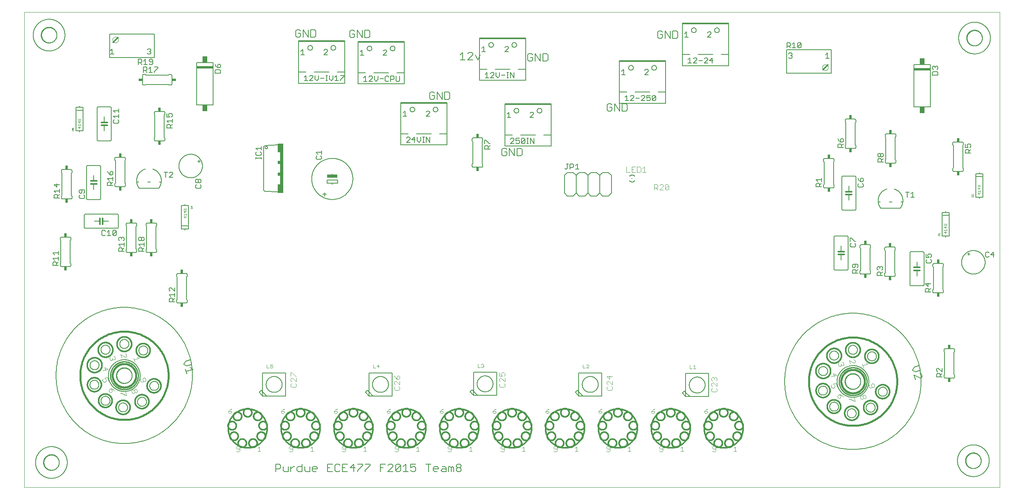
<source format=gto>
G75*
%MOIN*%
%OFA0B0*%
%FSLAX25Y25*%
%IPPOS*%
%LPD*%
%AMOC8*
5,1,8,0,0,1.08239X$1,22.5*
%
%ADD10C,0.00000*%
%ADD11C,0.00600*%
%ADD12C,0.00500*%
%ADD13C,0.01200*%
%ADD14C,0.00400*%
%ADD15C,0.00800*%
%ADD16C,0.00100*%
%ADD17C,0.00200*%
%ADD18R,0.14000X0.02000*%
%ADD19R,0.04200X0.05400*%
%ADD20C,0.00300*%
%ADD21C,0.00040*%
%ADD22R,0.00787X0.00787*%
%ADD23R,0.00591X0.00984*%
%ADD24R,0.02400X0.03400*%
%ADD25R,0.03400X0.02400*%
%ADD26C,0.01181*%
%ADD27C,0.01000*%
%ADD28C,0.01600*%
%ADD29C,0.00700*%
%ADD30R,0.03000X0.42000*%
%ADD31R,0.02000X0.07500*%
%ADD32R,0.02000X0.03000*%
%ADD33R,0.09000X0.02500*%
D10*
X0002200Y0002700D02*
X0002200Y0407401D01*
X0832121Y0407401D01*
X0832121Y0002700D01*
X0002200Y0002700D01*
X0018901Y0023700D02*
X0018903Y0023858D01*
X0018909Y0024016D01*
X0018919Y0024174D01*
X0018933Y0024332D01*
X0018951Y0024489D01*
X0018972Y0024646D01*
X0018998Y0024802D01*
X0019028Y0024958D01*
X0019061Y0025113D01*
X0019099Y0025266D01*
X0019140Y0025419D01*
X0019185Y0025571D01*
X0019234Y0025722D01*
X0019287Y0025871D01*
X0019343Y0026019D01*
X0019403Y0026165D01*
X0019467Y0026310D01*
X0019535Y0026453D01*
X0019606Y0026595D01*
X0019680Y0026735D01*
X0019758Y0026872D01*
X0019840Y0027008D01*
X0019924Y0027142D01*
X0020013Y0027273D01*
X0020104Y0027402D01*
X0020199Y0027529D01*
X0020296Y0027654D01*
X0020397Y0027776D01*
X0020501Y0027895D01*
X0020608Y0028012D01*
X0020718Y0028126D01*
X0020831Y0028237D01*
X0020946Y0028346D01*
X0021064Y0028451D01*
X0021185Y0028553D01*
X0021308Y0028653D01*
X0021434Y0028749D01*
X0021562Y0028842D01*
X0021692Y0028932D01*
X0021825Y0029018D01*
X0021960Y0029102D01*
X0022096Y0029181D01*
X0022235Y0029258D01*
X0022376Y0029330D01*
X0022518Y0029400D01*
X0022662Y0029465D01*
X0022808Y0029527D01*
X0022955Y0029585D01*
X0023104Y0029640D01*
X0023254Y0029691D01*
X0023405Y0029738D01*
X0023557Y0029781D01*
X0023710Y0029820D01*
X0023865Y0029856D01*
X0024020Y0029887D01*
X0024176Y0029915D01*
X0024332Y0029939D01*
X0024489Y0029959D01*
X0024647Y0029975D01*
X0024804Y0029987D01*
X0024963Y0029995D01*
X0025121Y0029999D01*
X0025279Y0029999D01*
X0025437Y0029995D01*
X0025596Y0029987D01*
X0025753Y0029975D01*
X0025911Y0029959D01*
X0026068Y0029939D01*
X0026224Y0029915D01*
X0026380Y0029887D01*
X0026535Y0029856D01*
X0026690Y0029820D01*
X0026843Y0029781D01*
X0026995Y0029738D01*
X0027146Y0029691D01*
X0027296Y0029640D01*
X0027445Y0029585D01*
X0027592Y0029527D01*
X0027738Y0029465D01*
X0027882Y0029400D01*
X0028024Y0029330D01*
X0028165Y0029258D01*
X0028304Y0029181D01*
X0028440Y0029102D01*
X0028575Y0029018D01*
X0028708Y0028932D01*
X0028838Y0028842D01*
X0028966Y0028749D01*
X0029092Y0028653D01*
X0029215Y0028553D01*
X0029336Y0028451D01*
X0029454Y0028346D01*
X0029569Y0028237D01*
X0029682Y0028126D01*
X0029792Y0028012D01*
X0029899Y0027895D01*
X0030003Y0027776D01*
X0030104Y0027654D01*
X0030201Y0027529D01*
X0030296Y0027402D01*
X0030387Y0027273D01*
X0030476Y0027142D01*
X0030560Y0027008D01*
X0030642Y0026872D01*
X0030720Y0026735D01*
X0030794Y0026595D01*
X0030865Y0026453D01*
X0030933Y0026310D01*
X0030997Y0026165D01*
X0031057Y0026019D01*
X0031113Y0025871D01*
X0031166Y0025722D01*
X0031215Y0025571D01*
X0031260Y0025419D01*
X0031301Y0025266D01*
X0031339Y0025113D01*
X0031372Y0024958D01*
X0031402Y0024802D01*
X0031428Y0024646D01*
X0031449Y0024489D01*
X0031467Y0024332D01*
X0031481Y0024174D01*
X0031491Y0024016D01*
X0031497Y0023858D01*
X0031499Y0023700D01*
X0031497Y0023542D01*
X0031491Y0023384D01*
X0031481Y0023226D01*
X0031467Y0023068D01*
X0031449Y0022911D01*
X0031428Y0022754D01*
X0031402Y0022598D01*
X0031372Y0022442D01*
X0031339Y0022287D01*
X0031301Y0022134D01*
X0031260Y0021981D01*
X0031215Y0021829D01*
X0031166Y0021678D01*
X0031113Y0021529D01*
X0031057Y0021381D01*
X0030997Y0021235D01*
X0030933Y0021090D01*
X0030865Y0020947D01*
X0030794Y0020805D01*
X0030720Y0020665D01*
X0030642Y0020528D01*
X0030560Y0020392D01*
X0030476Y0020258D01*
X0030387Y0020127D01*
X0030296Y0019998D01*
X0030201Y0019871D01*
X0030104Y0019746D01*
X0030003Y0019624D01*
X0029899Y0019505D01*
X0029792Y0019388D01*
X0029682Y0019274D01*
X0029569Y0019163D01*
X0029454Y0019054D01*
X0029336Y0018949D01*
X0029215Y0018847D01*
X0029092Y0018747D01*
X0028966Y0018651D01*
X0028838Y0018558D01*
X0028708Y0018468D01*
X0028575Y0018382D01*
X0028440Y0018298D01*
X0028304Y0018219D01*
X0028165Y0018142D01*
X0028024Y0018070D01*
X0027882Y0018000D01*
X0027738Y0017935D01*
X0027592Y0017873D01*
X0027445Y0017815D01*
X0027296Y0017760D01*
X0027146Y0017709D01*
X0026995Y0017662D01*
X0026843Y0017619D01*
X0026690Y0017580D01*
X0026535Y0017544D01*
X0026380Y0017513D01*
X0026224Y0017485D01*
X0026068Y0017461D01*
X0025911Y0017441D01*
X0025753Y0017425D01*
X0025596Y0017413D01*
X0025437Y0017405D01*
X0025279Y0017401D01*
X0025121Y0017401D01*
X0024963Y0017405D01*
X0024804Y0017413D01*
X0024647Y0017425D01*
X0024489Y0017441D01*
X0024332Y0017461D01*
X0024176Y0017485D01*
X0024020Y0017513D01*
X0023865Y0017544D01*
X0023710Y0017580D01*
X0023557Y0017619D01*
X0023405Y0017662D01*
X0023254Y0017709D01*
X0023104Y0017760D01*
X0022955Y0017815D01*
X0022808Y0017873D01*
X0022662Y0017935D01*
X0022518Y0018000D01*
X0022376Y0018070D01*
X0022235Y0018142D01*
X0022096Y0018219D01*
X0021960Y0018298D01*
X0021825Y0018382D01*
X0021692Y0018468D01*
X0021562Y0018558D01*
X0021434Y0018651D01*
X0021308Y0018747D01*
X0021185Y0018847D01*
X0021064Y0018949D01*
X0020946Y0019054D01*
X0020831Y0019163D01*
X0020718Y0019274D01*
X0020608Y0019388D01*
X0020501Y0019505D01*
X0020397Y0019624D01*
X0020296Y0019746D01*
X0020199Y0019871D01*
X0020104Y0019998D01*
X0020013Y0020127D01*
X0019924Y0020258D01*
X0019840Y0020392D01*
X0019758Y0020528D01*
X0019680Y0020665D01*
X0019606Y0020805D01*
X0019535Y0020947D01*
X0019467Y0021090D01*
X0019403Y0021235D01*
X0019343Y0021381D01*
X0019287Y0021529D01*
X0019234Y0021678D01*
X0019185Y0021829D01*
X0019140Y0021981D01*
X0019099Y0022134D01*
X0019061Y0022287D01*
X0019028Y0022442D01*
X0018998Y0022598D01*
X0018972Y0022754D01*
X0018951Y0022911D01*
X0018933Y0023068D01*
X0018919Y0023226D01*
X0018909Y0023384D01*
X0018903Y0023542D01*
X0018901Y0023700D01*
X0080901Y0097700D02*
X0080903Y0097858D01*
X0080909Y0098016D01*
X0080919Y0098174D01*
X0080933Y0098332D01*
X0080951Y0098489D01*
X0080972Y0098646D01*
X0080998Y0098802D01*
X0081028Y0098958D01*
X0081061Y0099113D01*
X0081099Y0099266D01*
X0081140Y0099419D01*
X0081185Y0099571D01*
X0081234Y0099722D01*
X0081287Y0099871D01*
X0081343Y0100019D01*
X0081403Y0100165D01*
X0081467Y0100310D01*
X0081535Y0100453D01*
X0081606Y0100595D01*
X0081680Y0100735D01*
X0081758Y0100872D01*
X0081840Y0101008D01*
X0081924Y0101142D01*
X0082013Y0101273D01*
X0082104Y0101402D01*
X0082199Y0101529D01*
X0082296Y0101654D01*
X0082397Y0101776D01*
X0082501Y0101895D01*
X0082608Y0102012D01*
X0082718Y0102126D01*
X0082831Y0102237D01*
X0082946Y0102346D01*
X0083064Y0102451D01*
X0083185Y0102553D01*
X0083308Y0102653D01*
X0083434Y0102749D01*
X0083562Y0102842D01*
X0083692Y0102932D01*
X0083825Y0103018D01*
X0083960Y0103102D01*
X0084096Y0103181D01*
X0084235Y0103258D01*
X0084376Y0103330D01*
X0084518Y0103400D01*
X0084662Y0103465D01*
X0084808Y0103527D01*
X0084955Y0103585D01*
X0085104Y0103640D01*
X0085254Y0103691D01*
X0085405Y0103738D01*
X0085557Y0103781D01*
X0085710Y0103820D01*
X0085865Y0103856D01*
X0086020Y0103887D01*
X0086176Y0103915D01*
X0086332Y0103939D01*
X0086489Y0103959D01*
X0086647Y0103975D01*
X0086804Y0103987D01*
X0086963Y0103995D01*
X0087121Y0103999D01*
X0087279Y0103999D01*
X0087437Y0103995D01*
X0087596Y0103987D01*
X0087753Y0103975D01*
X0087911Y0103959D01*
X0088068Y0103939D01*
X0088224Y0103915D01*
X0088380Y0103887D01*
X0088535Y0103856D01*
X0088690Y0103820D01*
X0088843Y0103781D01*
X0088995Y0103738D01*
X0089146Y0103691D01*
X0089296Y0103640D01*
X0089445Y0103585D01*
X0089592Y0103527D01*
X0089738Y0103465D01*
X0089882Y0103400D01*
X0090024Y0103330D01*
X0090165Y0103258D01*
X0090304Y0103181D01*
X0090440Y0103102D01*
X0090575Y0103018D01*
X0090708Y0102932D01*
X0090838Y0102842D01*
X0090966Y0102749D01*
X0091092Y0102653D01*
X0091215Y0102553D01*
X0091336Y0102451D01*
X0091454Y0102346D01*
X0091569Y0102237D01*
X0091682Y0102126D01*
X0091792Y0102012D01*
X0091899Y0101895D01*
X0092003Y0101776D01*
X0092104Y0101654D01*
X0092201Y0101529D01*
X0092296Y0101402D01*
X0092387Y0101273D01*
X0092476Y0101142D01*
X0092560Y0101008D01*
X0092642Y0100872D01*
X0092720Y0100735D01*
X0092794Y0100595D01*
X0092865Y0100453D01*
X0092933Y0100310D01*
X0092997Y0100165D01*
X0093057Y0100019D01*
X0093113Y0099871D01*
X0093166Y0099722D01*
X0093215Y0099571D01*
X0093260Y0099419D01*
X0093301Y0099266D01*
X0093339Y0099113D01*
X0093372Y0098958D01*
X0093402Y0098802D01*
X0093428Y0098646D01*
X0093449Y0098489D01*
X0093467Y0098332D01*
X0093481Y0098174D01*
X0093491Y0098016D01*
X0093497Y0097858D01*
X0093499Y0097700D01*
X0093497Y0097542D01*
X0093491Y0097384D01*
X0093481Y0097226D01*
X0093467Y0097068D01*
X0093449Y0096911D01*
X0093428Y0096754D01*
X0093402Y0096598D01*
X0093372Y0096442D01*
X0093339Y0096287D01*
X0093301Y0096134D01*
X0093260Y0095981D01*
X0093215Y0095829D01*
X0093166Y0095678D01*
X0093113Y0095529D01*
X0093057Y0095381D01*
X0092997Y0095235D01*
X0092933Y0095090D01*
X0092865Y0094947D01*
X0092794Y0094805D01*
X0092720Y0094665D01*
X0092642Y0094528D01*
X0092560Y0094392D01*
X0092476Y0094258D01*
X0092387Y0094127D01*
X0092296Y0093998D01*
X0092201Y0093871D01*
X0092104Y0093746D01*
X0092003Y0093624D01*
X0091899Y0093505D01*
X0091792Y0093388D01*
X0091682Y0093274D01*
X0091569Y0093163D01*
X0091454Y0093054D01*
X0091336Y0092949D01*
X0091215Y0092847D01*
X0091092Y0092747D01*
X0090966Y0092651D01*
X0090838Y0092558D01*
X0090708Y0092468D01*
X0090575Y0092382D01*
X0090440Y0092298D01*
X0090304Y0092219D01*
X0090165Y0092142D01*
X0090024Y0092070D01*
X0089882Y0092000D01*
X0089738Y0091935D01*
X0089592Y0091873D01*
X0089445Y0091815D01*
X0089296Y0091760D01*
X0089146Y0091709D01*
X0088995Y0091662D01*
X0088843Y0091619D01*
X0088690Y0091580D01*
X0088535Y0091544D01*
X0088380Y0091513D01*
X0088224Y0091485D01*
X0088068Y0091461D01*
X0087911Y0091441D01*
X0087753Y0091425D01*
X0087596Y0091413D01*
X0087437Y0091405D01*
X0087279Y0091401D01*
X0087121Y0091401D01*
X0086963Y0091405D01*
X0086804Y0091413D01*
X0086647Y0091425D01*
X0086489Y0091441D01*
X0086332Y0091461D01*
X0086176Y0091485D01*
X0086020Y0091513D01*
X0085865Y0091544D01*
X0085710Y0091580D01*
X0085557Y0091619D01*
X0085405Y0091662D01*
X0085254Y0091709D01*
X0085104Y0091760D01*
X0084955Y0091815D01*
X0084808Y0091873D01*
X0084662Y0091935D01*
X0084518Y0092000D01*
X0084376Y0092070D01*
X0084235Y0092142D01*
X0084096Y0092219D01*
X0083960Y0092298D01*
X0083825Y0092382D01*
X0083692Y0092468D01*
X0083562Y0092558D01*
X0083434Y0092651D01*
X0083308Y0092747D01*
X0083185Y0092847D01*
X0083064Y0092949D01*
X0082946Y0093054D01*
X0082831Y0093163D01*
X0082718Y0093274D01*
X0082608Y0093388D01*
X0082501Y0093505D01*
X0082397Y0093624D01*
X0082296Y0093746D01*
X0082199Y0093871D01*
X0082104Y0093998D01*
X0082013Y0094127D01*
X0081924Y0094258D01*
X0081840Y0094392D01*
X0081758Y0094528D01*
X0081680Y0094665D01*
X0081606Y0094805D01*
X0081535Y0094947D01*
X0081467Y0095090D01*
X0081403Y0095235D01*
X0081343Y0095381D01*
X0081287Y0095529D01*
X0081234Y0095678D01*
X0081185Y0095829D01*
X0081140Y0095981D01*
X0081099Y0096134D01*
X0081061Y0096287D01*
X0081028Y0096442D01*
X0080998Y0096598D01*
X0080972Y0096754D01*
X0080951Y0096911D01*
X0080933Y0097068D01*
X0080919Y0097226D01*
X0080909Y0097384D01*
X0080903Y0097542D01*
X0080901Y0097700D01*
X0016901Y0387700D02*
X0016903Y0387858D01*
X0016909Y0388016D01*
X0016919Y0388174D01*
X0016933Y0388332D01*
X0016951Y0388489D01*
X0016972Y0388646D01*
X0016998Y0388802D01*
X0017028Y0388958D01*
X0017061Y0389113D01*
X0017099Y0389266D01*
X0017140Y0389419D01*
X0017185Y0389571D01*
X0017234Y0389722D01*
X0017287Y0389871D01*
X0017343Y0390019D01*
X0017403Y0390165D01*
X0017467Y0390310D01*
X0017535Y0390453D01*
X0017606Y0390595D01*
X0017680Y0390735D01*
X0017758Y0390872D01*
X0017840Y0391008D01*
X0017924Y0391142D01*
X0018013Y0391273D01*
X0018104Y0391402D01*
X0018199Y0391529D01*
X0018296Y0391654D01*
X0018397Y0391776D01*
X0018501Y0391895D01*
X0018608Y0392012D01*
X0018718Y0392126D01*
X0018831Y0392237D01*
X0018946Y0392346D01*
X0019064Y0392451D01*
X0019185Y0392553D01*
X0019308Y0392653D01*
X0019434Y0392749D01*
X0019562Y0392842D01*
X0019692Y0392932D01*
X0019825Y0393018D01*
X0019960Y0393102D01*
X0020096Y0393181D01*
X0020235Y0393258D01*
X0020376Y0393330D01*
X0020518Y0393400D01*
X0020662Y0393465D01*
X0020808Y0393527D01*
X0020955Y0393585D01*
X0021104Y0393640D01*
X0021254Y0393691D01*
X0021405Y0393738D01*
X0021557Y0393781D01*
X0021710Y0393820D01*
X0021865Y0393856D01*
X0022020Y0393887D01*
X0022176Y0393915D01*
X0022332Y0393939D01*
X0022489Y0393959D01*
X0022647Y0393975D01*
X0022804Y0393987D01*
X0022963Y0393995D01*
X0023121Y0393999D01*
X0023279Y0393999D01*
X0023437Y0393995D01*
X0023596Y0393987D01*
X0023753Y0393975D01*
X0023911Y0393959D01*
X0024068Y0393939D01*
X0024224Y0393915D01*
X0024380Y0393887D01*
X0024535Y0393856D01*
X0024690Y0393820D01*
X0024843Y0393781D01*
X0024995Y0393738D01*
X0025146Y0393691D01*
X0025296Y0393640D01*
X0025445Y0393585D01*
X0025592Y0393527D01*
X0025738Y0393465D01*
X0025882Y0393400D01*
X0026024Y0393330D01*
X0026165Y0393258D01*
X0026304Y0393181D01*
X0026440Y0393102D01*
X0026575Y0393018D01*
X0026708Y0392932D01*
X0026838Y0392842D01*
X0026966Y0392749D01*
X0027092Y0392653D01*
X0027215Y0392553D01*
X0027336Y0392451D01*
X0027454Y0392346D01*
X0027569Y0392237D01*
X0027682Y0392126D01*
X0027792Y0392012D01*
X0027899Y0391895D01*
X0028003Y0391776D01*
X0028104Y0391654D01*
X0028201Y0391529D01*
X0028296Y0391402D01*
X0028387Y0391273D01*
X0028476Y0391142D01*
X0028560Y0391008D01*
X0028642Y0390872D01*
X0028720Y0390735D01*
X0028794Y0390595D01*
X0028865Y0390453D01*
X0028933Y0390310D01*
X0028997Y0390165D01*
X0029057Y0390019D01*
X0029113Y0389871D01*
X0029166Y0389722D01*
X0029215Y0389571D01*
X0029260Y0389419D01*
X0029301Y0389266D01*
X0029339Y0389113D01*
X0029372Y0388958D01*
X0029402Y0388802D01*
X0029428Y0388646D01*
X0029449Y0388489D01*
X0029467Y0388332D01*
X0029481Y0388174D01*
X0029491Y0388016D01*
X0029497Y0387858D01*
X0029499Y0387700D01*
X0029497Y0387542D01*
X0029491Y0387384D01*
X0029481Y0387226D01*
X0029467Y0387068D01*
X0029449Y0386911D01*
X0029428Y0386754D01*
X0029402Y0386598D01*
X0029372Y0386442D01*
X0029339Y0386287D01*
X0029301Y0386134D01*
X0029260Y0385981D01*
X0029215Y0385829D01*
X0029166Y0385678D01*
X0029113Y0385529D01*
X0029057Y0385381D01*
X0028997Y0385235D01*
X0028933Y0385090D01*
X0028865Y0384947D01*
X0028794Y0384805D01*
X0028720Y0384665D01*
X0028642Y0384528D01*
X0028560Y0384392D01*
X0028476Y0384258D01*
X0028387Y0384127D01*
X0028296Y0383998D01*
X0028201Y0383871D01*
X0028104Y0383746D01*
X0028003Y0383624D01*
X0027899Y0383505D01*
X0027792Y0383388D01*
X0027682Y0383274D01*
X0027569Y0383163D01*
X0027454Y0383054D01*
X0027336Y0382949D01*
X0027215Y0382847D01*
X0027092Y0382747D01*
X0026966Y0382651D01*
X0026838Y0382558D01*
X0026708Y0382468D01*
X0026575Y0382382D01*
X0026440Y0382298D01*
X0026304Y0382219D01*
X0026165Y0382142D01*
X0026024Y0382070D01*
X0025882Y0382000D01*
X0025738Y0381935D01*
X0025592Y0381873D01*
X0025445Y0381815D01*
X0025296Y0381760D01*
X0025146Y0381709D01*
X0024995Y0381662D01*
X0024843Y0381619D01*
X0024690Y0381580D01*
X0024535Y0381544D01*
X0024380Y0381513D01*
X0024224Y0381485D01*
X0024068Y0381461D01*
X0023911Y0381441D01*
X0023753Y0381425D01*
X0023596Y0381413D01*
X0023437Y0381405D01*
X0023279Y0381401D01*
X0023121Y0381401D01*
X0022963Y0381405D01*
X0022804Y0381413D01*
X0022647Y0381425D01*
X0022489Y0381441D01*
X0022332Y0381461D01*
X0022176Y0381485D01*
X0022020Y0381513D01*
X0021865Y0381544D01*
X0021710Y0381580D01*
X0021557Y0381619D01*
X0021405Y0381662D01*
X0021254Y0381709D01*
X0021104Y0381760D01*
X0020955Y0381815D01*
X0020808Y0381873D01*
X0020662Y0381935D01*
X0020518Y0382000D01*
X0020376Y0382070D01*
X0020235Y0382142D01*
X0020096Y0382219D01*
X0019960Y0382298D01*
X0019825Y0382382D01*
X0019692Y0382468D01*
X0019562Y0382558D01*
X0019434Y0382651D01*
X0019308Y0382747D01*
X0019185Y0382847D01*
X0019064Y0382949D01*
X0018946Y0383054D01*
X0018831Y0383163D01*
X0018718Y0383274D01*
X0018608Y0383388D01*
X0018501Y0383505D01*
X0018397Y0383624D01*
X0018296Y0383746D01*
X0018199Y0383871D01*
X0018104Y0383998D01*
X0018013Y0384127D01*
X0017924Y0384258D01*
X0017840Y0384392D01*
X0017758Y0384528D01*
X0017680Y0384665D01*
X0017606Y0384805D01*
X0017535Y0384947D01*
X0017467Y0385090D01*
X0017403Y0385235D01*
X0017343Y0385381D01*
X0017287Y0385529D01*
X0017234Y0385678D01*
X0017185Y0385829D01*
X0017140Y0385981D01*
X0017099Y0386134D01*
X0017061Y0386287D01*
X0017028Y0386442D01*
X0016998Y0386598D01*
X0016972Y0386754D01*
X0016951Y0386911D01*
X0016933Y0387068D01*
X0016919Y0387226D01*
X0016909Y0387384D01*
X0016903Y0387542D01*
X0016901Y0387700D01*
X0700901Y0092700D02*
X0700903Y0092858D01*
X0700909Y0093016D01*
X0700919Y0093174D01*
X0700933Y0093332D01*
X0700951Y0093489D01*
X0700972Y0093646D01*
X0700998Y0093802D01*
X0701028Y0093958D01*
X0701061Y0094113D01*
X0701099Y0094266D01*
X0701140Y0094419D01*
X0701185Y0094571D01*
X0701234Y0094722D01*
X0701287Y0094871D01*
X0701343Y0095019D01*
X0701403Y0095165D01*
X0701467Y0095310D01*
X0701535Y0095453D01*
X0701606Y0095595D01*
X0701680Y0095735D01*
X0701758Y0095872D01*
X0701840Y0096008D01*
X0701924Y0096142D01*
X0702013Y0096273D01*
X0702104Y0096402D01*
X0702199Y0096529D01*
X0702296Y0096654D01*
X0702397Y0096776D01*
X0702501Y0096895D01*
X0702608Y0097012D01*
X0702718Y0097126D01*
X0702831Y0097237D01*
X0702946Y0097346D01*
X0703064Y0097451D01*
X0703185Y0097553D01*
X0703308Y0097653D01*
X0703434Y0097749D01*
X0703562Y0097842D01*
X0703692Y0097932D01*
X0703825Y0098018D01*
X0703960Y0098102D01*
X0704096Y0098181D01*
X0704235Y0098258D01*
X0704376Y0098330D01*
X0704518Y0098400D01*
X0704662Y0098465D01*
X0704808Y0098527D01*
X0704955Y0098585D01*
X0705104Y0098640D01*
X0705254Y0098691D01*
X0705405Y0098738D01*
X0705557Y0098781D01*
X0705710Y0098820D01*
X0705865Y0098856D01*
X0706020Y0098887D01*
X0706176Y0098915D01*
X0706332Y0098939D01*
X0706489Y0098959D01*
X0706647Y0098975D01*
X0706804Y0098987D01*
X0706963Y0098995D01*
X0707121Y0098999D01*
X0707279Y0098999D01*
X0707437Y0098995D01*
X0707596Y0098987D01*
X0707753Y0098975D01*
X0707911Y0098959D01*
X0708068Y0098939D01*
X0708224Y0098915D01*
X0708380Y0098887D01*
X0708535Y0098856D01*
X0708690Y0098820D01*
X0708843Y0098781D01*
X0708995Y0098738D01*
X0709146Y0098691D01*
X0709296Y0098640D01*
X0709445Y0098585D01*
X0709592Y0098527D01*
X0709738Y0098465D01*
X0709882Y0098400D01*
X0710024Y0098330D01*
X0710165Y0098258D01*
X0710304Y0098181D01*
X0710440Y0098102D01*
X0710575Y0098018D01*
X0710708Y0097932D01*
X0710838Y0097842D01*
X0710966Y0097749D01*
X0711092Y0097653D01*
X0711215Y0097553D01*
X0711336Y0097451D01*
X0711454Y0097346D01*
X0711569Y0097237D01*
X0711682Y0097126D01*
X0711792Y0097012D01*
X0711899Y0096895D01*
X0712003Y0096776D01*
X0712104Y0096654D01*
X0712201Y0096529D01*
X0712296Y0096402D01*
X0712387Y0096273D01*
X0712476Y0096142D01*
X0712560Y0096008D01*
X0712642Y0095872D01*
X0712720Y0095735D01*
X0712794Y0095595D01*
X0712865Y0095453D01*
X0712933Y0095310D01*
X0712997Y0095165D01*
X0713057Y0095019D01*
X0713113Y0094871D01*
X0713166Y0094722D01*
X0713215Y0094571D01*
X0713260Y0094419D01*
X0713301Y0094266D01*
X0713339Y0094113D01*
X0713372Y0093958D01*
X0713402Y0093802D01*
X0713428Y0093646D01*
X0713449Y0093489D01*
X0713467Y0093332D01*
X0713481Y0093174D01*
X0713491Y0093016D01*
X0713497Y0092858D01*
X0713499Y0092700D01*
X0713497Y0092542D01*
X0713491Y0092384D01*
X0713481Y0092226D01*
X0713467Y0092068D01*
X0713449Y0091911D01*
X0713428Y0091754D01*
X0713402Y0091598D01*
X0713372Y0091442D01*
X0713339Y0091287D01*
X0713301Y0091134D01*
X0713260Y0090981D01*
X0713215Y0090829D01*
X0713166Y0090678D01*
X0713113Y0090529D01*
X0713057Y0090381D01*
X0712997Y0090235D01*
X0712933Y0090090D01*
X0712865Y0089947D01*
X0712794Y0089805D01*
X0712720Y0089665D01*
X0712642Y0089528D01*
X0712560Y0089392D01*
X0712476Y0089258D01*
X0712387Y0089127D01*
X0712296Y0088998D01*
X0712201Y0088871D01*
X0712104Y0088746D01*
X0712003Y0088624D01*
X0711899Y0088505D01*
X0711792Y0088388D01*
X0711682Y0088274D01*
X0711569Y0088163D01*
X0711454Y0088054D01*
X0711336Y0087949D01*
X0711215Y0087847D01*
X0711092Y0087747D01*
X0710966Y0087651D01*
X0710838Y0087558D01*
X0710708Y0087468D01*
X0710575Y0087382D01*
X0710440Y0087298D01*
X0710304Y0087219D01*
X0710165Y0087142D01*
X0710024Y0087070D01*
X0709882Y0087000D01*
X0709738Y0086935D01*
X0709592Y0086873D01*
X0709445Y0086815D01*
X0709296Y0086760D01*
X0709146Y0086709D01*
X0708995Y0086662D01*
X0708843Y0086619D01*
X0708690Y0086580D01*
X0708535Y0086544D01*
X0708380Y0086513D01*
X0708224Y0086485D01*
X0708068Y0086461D01*
X0707911Y0086441D01*
X0707753Y0086425D01*
X0707596Y0086413D01*
X0707437Y0086405D01*
X0707279Y0086401D01*
X0707121Y0086401D01*
X0706963Y0086405D01*
X0706804Y0086413D01*
X0706647Y0086425D01*
X0706489Y0086441D01*
X0706332Y0086461D01*
X0706176Y0086485D01*
X0706020Y0086513D01*
X0705865Y0086544D01*
X0705710Y0086580D01*
X0705557Y0086619D01*
X0705405Y0086662D01*
X0705254Y0086709D01*
X0705104Y0086760D01*
X0704955Y0086815D01*
X0704808Y0086873D01*
X0704662Y0086935D01*
X0704518Y0087000D01*
X0704376Y0087070D01*
X0704235Y0087142D01*
X0704096Y0087219D01*
X0703960Y0087298D01*
X0703825Y0087382D01*
X0703692Y0087468D01*
X0703562Y0087558D01*
X0703434Y0087651D01*
X0703308Y0087747D01*
X0703185Y0087847D01*
X0703064Y0087949D01*
X0702946Y0088054D01*
X0702831Y0088163D01*
X0702718Y0088274D01*
X0702608Y0088388D01*
X0702501Y0088505D01*
X0702397Y0088624D01*
X0702296Y0088746D01*
X0702199Y0088871D01*
X0702104Y0088998D01*
X0702013Y0089127D01*
X0701924Y0089258D01*
X0701840Y0089392D01*
X0701758Y0089528D01*
X0701680Y0089665D01*
X0701606Y0089805D01*
X0701535Y0089947D01*
X0701467Y0090090D01*
X0701403Y0090235D01*
X0701343Y0090381D01*
X0701287Y0090529D01*
X0701234Y0090678D01*
X0701185Y0090829D01*
X0701140Y0090981D01*
X0701099Y0091134D01*
X0701061Y0091287D01*
X0701028Y0091442D01*
X0700998Y0091598D01*
X0700972Y0091754D01*
X0700951Y0091911D01*
X0700933Y0092068D01*
X0700919Y0092226D01*
X0700909Y0092384D01*
X0700903Y0092542D01*
X0700901Y0092700D01*
X0803401Y0025200D02*
X0803403Y0025358D01*
X0803409Y0025516D01*
X0803419Y0025674D01*
X0803433Y0025832D01*
X0803451Y0025989D01*
X0803472Y0026146D01*
X0803498Y0026302D01*
X0803528Y0026458D01*
X0803561Y0026613D01*
X0803599Y0026766D01*
X0803640Y0026919D01*
X0803685Y0027071D01*
X0803734Y0027222D01*
X0803787Y0027371D01*
X0803843Y0027519D01*
X0803903Y0027665D01*
X0803967Y0027810D01*
X0804035Y0027953D01*
X0804106Y0028095D01*
X0804180Y0028235D01*
X0804258Y0028372D01*
X0804340Y0028508D01*
X0804424Y0028642D01*
X0804513Y0028773D01*
X0804604Y0028902D01*
X0804699Y0029029D01*
X0804796Y0029154D01*
X0804897Y0029276D01*
X0805001Y0029395D01*
X0805108Y0029512D01*
X0805218Y0029626D01*
X0805331Y0029737D01*
X0805446Y0029846D01*
X0805564Y0029951D01*
X0805685Y0030053D01*
X0805808Y0030153D01*
X0805934Y0030249D01*
X0806062Y0030342D01*
X0806192Y0030432D01*
X0806325Y0030518D01*
X0806460Y0030602D01*
X0806596Y0030681D01*
X0806735Y0030758D01*
X0806876Y0030830D01*
X0807018Y0030900D01*
X0807162Y0030965D01*
X0807308Y0031027D01*
X0807455Y0031085D01*
X0807604Y0031140D01*
X0807754Y0031191D01*
X0807905Y0031238D01*
X0808057Y0031281D01*
X0808210Y0031320D01*
X0808365Y0031356D01*
X0808520Y0031387D01*
X0808676Y0031415D01*
X0808832Y0031439D01*
X0808989Y0031459D01*
X0809147Y0031475D01*
X0809304Y0031487D01*
X0809463Y0031495D01*
X0809621Y0031499D01*
X0809779Y0031499D01*
X0809937Y0031495D01*
X0810096Y0031487D01*
X0810253Y0031475D01*
X0810411Y0031459D01*
X0810568Y0031439D01*
X0810724Y0031415D01*
X0810880Y0031387D01*
X0811035Y0031356D01*
X0811190Y0031320D01*
X0811343Y0031281D01*
X0811495Y0031238D01*
X0811646Y0031191D01*
X0811796Y0031140D01*
X0811945Y0031085D01*
X0812092Y0031027D01*
X0812238Y0030965D01*
X0812382Y0030900D01*
X0812524Y0030830D01*
X0812665Y0030758D01*
X0812804Y0030681D01*
X0812940Y0030602D01*
X0813075Y0030518D01*
X0813208Y0030432D01*
X0813338Y0030342D01*
X0813466Y0030249D01*
X0813592Y0030153D01*
X0813715Y0030053D01*
X0813836Y0029951D01*
X0813954Y0029846D01*
X0814069Y0029737D01*
X0814182Y0029626D01*
X0814292Y0029512D01*
X0814399Y0029395D01*
X0814503Y0029276D01*
X0814604Y0029154D01*
X0814701Y0029029D01*
X0814796Y0028902D01*
X0814887Y0028773D01*
X0814976Y0028642D01*
X0815060Y0028508D01*
X0815142Y0028372D01*
X0815220Y0028235D01*
X0815294Y0028095D01*
X0815365Y0027953D01*
X0815433Y0027810D01*
X0815497Y0027665D01*
X0815557Y0027519D01*
X0815613Y0027371D01*
X0815666Y0027222D01*
X0815715Y0027071D01*
X0815760Y0026919D01*
X0815801Y0026766D01*
X0815839Y0026613D01*
X0815872Y0026458D01*
X0815902Y0026302D01*
X0815928Y0026146D01*
X0815949Y0025989D01*
X0815967Y0025832D01*
X0815981Y0025674D01*
X0815991Y0025516D01*
X0815997Y0025358D01*
X0815999Y0025200D01*
X0815997Y0025042D01*
X0815991Y0024884D01*
X0815981Y0024726D01*
X0815967Y0024568D01*
X0815949Y0024411D01*
X0815928Y0024254D01*
X0815902Y0024098D01*
X0815872Y0023942D01*
X0815839Y0023787D01*
X0815801Y0023634D01*
X0815760Y0023481D01*
X0815715Y0023329D01*
X0815666Y0023178D01*
X0815613Y0023029D01*
X0815557Y0022881D01*
X0815497Y0022735D01*
X0815433Y0022590D01*
X0815365Y0022447D01*
X0815294Y0022305D01*
X0815220Y0022165D01*
X0815142Y0022028D01*
X0815060Y0021892D01*
X0814976Y0021758D01*
X0814887Y0021627D01*
X0814796Y0021498D01*
X0814701Y0021371D01*
X0814604Y0021246D01*
X0814503Y0021124D01*
X0814399Y0021005D01*
X0814292Y0020888D01*
X0814182Y0020774D01*
X0814069Y0020663D01*
X0813954Y0020554D01*
X0813836Y0020449D01*
X0813715Y0020347D01*
X0813592Y0020247D01*
X0813466Y0020151D01*
X0813338Y0020058D01*
X0813208Y0019968D01*
X0813075Y0019882D01*
X0812940Y0019798D01*
X0812804Y0019719D01*
X0812665Y0019642D01*
X0812524Y0019570D01*
X0812382Y0019500D01*
X0812238Y0019435D01*
X0812092Y0019373D01*
X0811945Y0019315D01*
X0811796Y0019260D01*
X0811646Y0019209D01*
X0811495Y0019162D01*
X0811343Y0019119D01*
X0811190Y0019080D01*
X0811035Y0019044D01*
X0810880Y0019013D01*
X0810724Y0018985D01*
X0810568Y0018961D01*
X0810411Y0018941D01*
X0810253Y0018925D01*
X0810096Y0018913D01*
X0809937Y0018905D01*
X0809779Y0018901D01*
X0809621Y0018901D01*
X0809463Y0018905D01*
X0809304Y0018913D01*
X0809147Y0018925D01*
X0808989Y0018941D01*
X0808832Y0018961D01*
X0808676Y0018985D01*
X0808520Y0019013D01*
X0808365Y0019044D01*
X0808210Y0019080D01*
X0808057Y0019119D01*
X0807905Y0019162D01*
X0807754Y0019209D01*
X0807604Y0019260D01*
X0807455Y0019315D01*
X0807308Y0019373D01*
X0807162Y0019435D01*
X0807018Y0019500D01*
X0806876Y0019570D01*
X0806735Y0019642D01*
X0806596Y0019719D01*
X0806460Y0019798D01*
X0806325Y0019882D01*
X0806192Y0019968D01*
X0806062Y0020058D01*
X0805934Y0020151D01*
X0805808Y0020247D01*
X0805685Y0020347D01*
X0805564Y0020449D01*
X0805446Y0020554D01*
X0805331Y0020663D01*
X0805218Y0020774D01*
X0805108Y0020888D01*
X0805001Y0021005D01*
X0804897Y0021124D01*
X0804796Y0021246D01*
X0804699Y0021371D01*
X0804604Y0021498D01*
X0804513Y0021627D01*
X0804424Y0021758D01*
X0804340Y0021892D01*
X0804258Y0022028D01*
X0804180Y0022165D01*
X0804106Y0022305D01*
X0804035Y0022447D01*
X0803967Y0022590D01*
X0803903Y0022735D01*
X0803843Y0022881D01*
X0803787Y0023029D01*
X0803734Y0023178D01*
X0803685Y0023329D01*
X0803640Y0023481D01*
X0803599Y0023634D01*
X0803561Y0023787D01*
X0803528Y0023942D01*
X0803498Y0024098D01*
X0803472Y0024254D01*
X0803451Y0024411D01*
X0803433Y0024568D01*
X0803419Y0024726D01*
X0803409Y0024884D01*
X0803403Y0025042D01*
X0803401Y0025200D01*
X0804401Y0385200D02*
X0804403Y0385358D01*
X0804409Y0385516D01*
X0804419Y0385674D01*
X0804433Y0385832D01*
X0804451Y0385989D01*
X0804472Y0386146D01*
X0804498Y0386302D01*
X0804528Y0386458D01*
X0804561Y0386613D01*
X0804599Y0386766D01*
X0804640Y0386919D01*
X0804685Y0387071D01*
X0804734Y0387222D01*
X0804787Y0387371D01*
X0804843Y0387519D01*
X0804903Y0387665D01*
X0804967Y0387810D01*
X0805035Y0387953D01*
X0805106Y0388095D01*
X0805180Y0388235D01*
X0805258Y0388372D01*
X0805340Y0388508D01*
X0805424Y0388642D01*
X0805513Y0388773D01*
X0805604Y0388902D01*
X0805699Y0389029D01*
X0805796Y0389154D01*
X0805897Y0389276D01*
X0806001Y0389395D01*
X0806108Y0389512D01*
X0806218Y0389626D01*
X0806331Y0389737D01*
X0806446Y0389846D01*
X0806564Y0389951D01*
X0806685Y0390053D01*
X0806808Y0390153D01*
X0806934Y0390249D01*
X0807062Y0390342D01*
X0807192Y0390432D01*
X0807325Y0390518D01*
X0807460Y0390602D01*
X0807596Y0390681D01*
X0807735Y0390758D01*
X0807876Y0390830D01*
X0808018Y0390900D01*
X0808162Y0390965D01*
X0808308Y0391027D01*
X0808455Y0391085D01*
X0808604Y0391140D01*
X0808754Y0391191D01*
X0808905Y0391238D01*
X0809057Y0391281D01*
X0809210Y0391320D01*
X0809365Y0391356D01*
X0809520Y0391387D01*
X0809676Y0391415D01*
X0809832Y0391439D01*
X0809989Y0391459D01*
X0810147Y0391475D01*
X0810304Y0391487D01*
X0810463Y0391495D01*
X0810621Y0391499D01*
X0810779Y0391499D01*
X0810937Y0391495D01*
X0811096Y0391487D01*
X0811253Y0391475D01*
X0811411Y0391459D01*
X0811568Y0391439D01*
X0811724Y0391415D01*
X0811880Y0391387D01*
X0812035Y0391356D01*
X0812190Y0391320D01*
X0812343Y0391281D01*
X0812495Y0391238D01*
X0812646Y0391191D01*
X0812796Y0391140D01*
X0812945Y0391085D01*
X0813092Y0391027D01*
X0813238Y0390965D01*
X0813382Y0390900D01*
X0813524Y0390830D01*
X0813665Y0390758D01*
X0813804Y0390681D01*
X0813940Y0390602D01*
X0814075Y0390518D01*
X0814208Y0390432D01*
X0814338Y0390342D01*
X0814466Y0390249D01*
X0814592Y0390153D01*
X0814715Y0390053D01*
X0814836Y0389951D01*
X0814954Y0389846D01*
X0815069Y0389737D01*
X0815182Y0389626D01*
X0815292Y0389512D01*
X0815399Y0389395D01*
X0815503Y0389276D01*
X0815604Y0389154D01*
X0815701Y0389029D01*
X0815796Y0388902D01*
X0815887Y0388773D01*
X0815976Y0388642D01*
X0816060Y0388508D01*
X0816142Y0388372D01*
X0816220Y0388235D01*
X0816294Y0388095D01*
X0816365Y0387953D01*
X0816433Y0387810D01*
X0816497Y0387665D01*
X0816557Y0387519D01*
X0816613Y0387371D01*
X0816666Y0387222D01*
X0816715Y0387071D01*
X0816760Y0386919D01*
X0816801Y0386766D01*
X0816839Y0386613D01*
X0816872Y0386458D01*
X0816902Y0386302D01*
X0816928Y0386146D01*
X0816949Y0385989D01*
X0816967Y0385832D01*
X0816981Y0385674D01*
X0816991Y0385516D01*
X0816997Y0385358D01*
X0816999Y0385200D01*
X0816997Y0385042D01*
X0816991Y0384884D01*
X0816981Y0384726D01*
X0816967Y0384568D01*
X0816949Y0384411D01*
X0816928Y0384254D01*
X0816902Y0384098D01*
X0816872Y0383942D01*
X0816839Y0383787D01*
X0816801Y0383634D01*
X0816760Y0383481D01*
X0816715Y0383329D01*
X0816666Y0383178D01*
X0816613Y0383029D01*
X0816557Y0382881D01*
X0816497Y0382735D01*
X0816433Y0382590D01*
X0816365Y0382447D01*
X0816294Y0382305D01*
X0816220Y0382165D01*
X0816142Y0382028D01*
X0816060Y0381892D01*
X0815976Y0381758D01*
X0815887Y0381627D01*
X0815796Y0381498D01*
X0815701Y0381371D01*
X0815604Y0381246D01*
X0815503Y0381124D01*
X0815399Y0381005D01*
X0815292Y0380888D01*
X0815182Y0380774D01*
X0815069Y0380663D01*
X0814954Y0380554D01*
X0814836Y0380449D01*
X0814715Y0380347D01*
X0814592Y0380247D01*
X0814466Y0380151D01*
X0814338Y0380058D01*
X0814208Y0379968D01*
X0814075Y0379882D01*
X0813940Y0379798D01*
X0813804Y0379719D01*
X0813665Y0379642D01*
X0813524Y0379570D01*
X0813382Y0379500D01*
X0813238Y0379435D01*
X0813092Y0379373D01*
X0812945Y0379315D01*
X0812796Y0379260D01*
X0812646Y0379209D01*
X0812495Y0379162D01*
X0812343Y0379119D01*
X0812190Y0379080D01*
X0812035Y0379044D01*
X0811880Y0379013D01*
X0811724Y0378985D01*
X0811568Y0378961D01*
X0811411Y0378941D01*
X0811253Y0378925D01*
X0811096Y0378913D01*
X0810937Y0378905D01*
X0810779Y0378901D01*
X0810621Y0378901D01*
X0810463Y0378905D01*
X0810304Y0378913D01*
X0810147Y0378925D01*
X0809989Y0378941D01*
X0809832Y0378961D01*
X0809676Y0378985D01*
X0809520Y0379013D01*
X0809365Y0379044D01*
X0809210Y0379080D01*
X0809057Y0379119D01*
X0808905Y0379162D01*
X0808754Y0379209D01*
X0808604Y0379260D01*
X0808455Y0379315D01*
X0808308Y0379373D01*
X0808162Y0379435D01*
X0808018Y0379500D01*
X0807876Y0379570D01*
X0807735Y0379642D01*
X0807596Y0379719D01*
X0807460Y0379798D01*
X0807325Y0379882D01*
X0807192Y0379968D01*
X0807062Y0380058D01*
X0806934Y0380151D01*
X0806808Y0380247D01*
X0806685Y0380347D01*
X0806564Y0380449D01*
X0806446Y0380554D01*
X0806331Y0380663D01*
X0806218Y0380774D01*
X0806108Y0380888D01*
X0806001Y0381005D01*
X0805897Y0381124D01*
X0805796Y0381246D01*
X0805699Y0381371D01*
X0805604Y0381498D01*
X0805513Y0381627D01*
X0805424Y0381758D01*
X0805340Y0381892D01*
X0805258Y0382028D01*
X0805180Y0382165D01*
X0805106Y0382305D01*
X0805035Y0382447D01*
X0804967Y0382590D01*
X0804903Y0382735D01*
X0804843Y0382881D01*
X0804787Y0383029D01*
X0804734Y0383178D01*
X0804685Y0383329D01*
X0804640Y0383481D01*
X0804599Y0383634D01*
X0804561Y0383787D01*
X0804528Y0383942D01*
X0804498Y0384098D01*
X0804472Y0384254D01*
X0804451Y0384411D01*
X0804433Y0384568D01*
X0804419Y0384726D01*
X0804409Y0384884D01*
X0804403Y0385042D01*
X0804401Y0385200D01*
D11*
X0797200Y0385200D02*
X0797204Y0385531D01*
X0797216Y0385862D01*
X0797237Y0386193D01*
X0797265Y0386523D01*
X0797302Y0386853D01*
X0797346Y0387181D01*
X0797399Y0387508D01*
X0797459Y0387834D01*
X0797528Y0388158D01*
X0797605Y0388480D01*
X0797689Y0388801D01*
X0797781Y0389119D01*
X0797881Y0389435D01*
X0797989Y0389748D01*
X0798105Y0390059D01*
X0798228Y0390366D01*
X0798358Y0390671D01*
X0798496Y0390972D01*
X0798641Y0391270D01*
X0798794Y0391564D01*
X0798954Y0391854D01*
X0799121Y0392140D01*
X0799294Y0392422D01*
X0799475Y0392700D01*
X0799663Y0392973D01*
X0799857Y0393242D01*
X0800057Y0393506D01*
X0800264Y0393764D01*
X0800478Y0394018D01*
X0800697Y0394266D01*
X0800923Y0394509D01*
X0801154Y0394746D01*
X0801391Y0394977D01*
X0801634Y0395203D01*
X0801882Y0395422D01*
X0802136Y0395636D01*
X0802394Y0395843D01*
X0802658Y0396043D01*
X0802927Y0396237D01*
X0803200Y0396425D01*
X0803478Y0396606D01*
X0803760Y0396779D01*
X0804046Y0396946D01*
X0804336Y0397106D01*
X0804630Y0397259D01*
X0804928Y0397404D01*
X0805229Y0397542D01*
X0805534Y0397672D01*
X0805841Y0397795D01*
X0806152Y0397911D01*
X0806465Y0398019D01*
X0806781Y0398119D01*
X0807099Y0398211D01*
X0807420Y0398295D01*
X0807742Y0398372D01*
X0808066Y0398441D01*
X0808392Y0398501D01*
X0808719Y0398554D01*
X0809047Y0398598D01*
X0809377Y0398635D01*
X0809707Y0398663D01*
X0810038Y0398684D01*
X0810369Y0398696D01*
X0810700Y0398700D01*
X0811031Y0398696D01*
X0811362Y0398684D01*
X0811693Y0398663D01*
X0812023Y0398635D01*
X0812353Y0398598D01*
X0812681Y0398554D01*
X0813008Y0398501D01*
X0813334Y0398441D01*
X0813658Y0398372D01*
X0813980Y0398295D01*
X0814301Y0398211D01*
X0814619Y0398119D01*
X0814935Y0398019D01*
X0815248Y0397911D01*
X0815559Y0397795D01*
X0815866Y0397672D01*
X0816171Y0397542D01*
X0816472Y0397404D01*
X0816770Y0397259D01*
X0817064Y0397106D01*
X0817354Y0396946D01*
X0817640Y0396779D01*
X0817922Y0396606D01*
X0818200Y0396425D01*
X0818473Y0396237D01*
X0818742Y0396043D01*
X0819006Y0395843D01*
X0819264Y0395636D01*
X0819518Y0395422D01*
X0819766Y0395203D01*
X0820009Y0394977D01*
X0820246Y0394746D01*
X0820477Y0394509D01*
X0820703Y0394266D01*
X0820922Y0394018D01*
X0821136Y0393764D01*
X0821343Y0393506D01*
X0821543Y0393242D01*
X0821737Y0392973D01*
X0821925Y0392700D01*
X0822106Y0392422D01*
X0822279Y0392140D01*
X0822446Y0391854D01*
X0822606Y0391564D01*
X0822759Y0391270D01*
X0822904Y0390972D01*
X0823042Y0390671D01*
X0823172Y0390366D01*
X0823295Y0390059D01*
X0823411Y0389748D01*
X0823519Y0389435D01*
X0823619Y0389119D01*
X0823711Y0388801D01*
X0823795Y0388480D01*
X0823872Y0388158D01*
X0823941Y0387834D01*
X0824001Y0387508D01*
X0824054Y0387181D01*
X0824098Y0386853D01*
X0824135Y0386523D01*
X0824163Y0386193D01*
X0824184Y0385862D01*
X0824196Y0385531D01*
X0824200Y0385200D01*
X0824196Y0384869D01*
X0824184Y0384538D01*
X0824163Y0384207D01*
X0824135Y0383877D01*
X0824098Y0383547D01*
X0824054Y0383219D01*
X0824001Y0382892D01*
X0823941Y0382566D01*
X0823872Y0382242D01*
X0823795Y0381920D01*
X0823711Y0381599D01*
X0823619Y0381281D01*
X0823519Y0380965D01*
X0823411Y0380652D01*
X0823295Y0380341D01*
X0823172Y0380034D01*
X0823042Y0379729D01*
X0822904Y0379428D01*
X0822759Y0379130D01*
X0822606Y0378836D01*
X0822446Y0378546D01*
X0822279Y0378260D01*
X0822106Y0377978D01*
X0821925Y0377700D01*
X0821737Y0377427D01*
X0821543Y0377158D01*
X0821343Y0376894D01*
X0821136Y0376636D01*
X0820922Y0376382D01*
X0820703Y0376134D01*
X0820477Y0375891D01*
X0820246Y0375654D01*
X0820009Y0375423D01*
X0819766Y0375197D01*
X0819518Y0374978D01*
X0819264Y0374764D01*
X0819006Y0374557D01*
X0818742Y0374357D01*
X0818473Y0374163D01*
X0818200Y0373975D01*
X0817922Y0373794D01*
X0817640Y0373621D01*
X0817354Y0373454D01*
X0817064Y0373294D01*
X0816770Y0373141D01*
X0816472Y0372996D01*
X0816171Y0372858D01*
X0815866Y0372728D01*
X0815559Y0372605D01*
X0815248Y0372489D01*
X0814935Y0372381D01*
X0814619Y0372281D01*
X0814301Y0372189D01*
X0813980Y0372105D01*
X0813658Y0372028D01*
X0813334Y0371959D01*
X0813008Y0371899D01*
X0812681Y0371846D01*
X0812353Y0371802D01*
X0812023Y0371765D01*
X0811693Y0371737D01*
X0811362Y0371716D01*
X0811031Y0371704D01*
X0810700Y0371700D01*
X0810369Y0371704D01*
X0810038Y0371716D01*
X0809707Y0371737D01*
X0809377Y0371765D01*
X0809047Y0371802D01*
X0808719Y0371846D01*
X0808392Y0371899D01*
X0808066Y0371959D01*
X0807742Y0372028D01*
X0807420Y0372105D01*
X0807099Y0372189D01*
X0806781Y0372281D01*
X0806465Y0372381D01*
X0806152Y0372489D01*
X0805841Y0372605D01*
X0805534Y0372728D01*
X0805229Y0372858D01*
X0804928Y0372996D01*
X0804630Y0373141D01*
X0804336Y0373294D01*
X0804046Y0373454D01*
X0803760Y0373621D01*
X0803478Y0373794D01*
X0803200Y0373975D01*
X0802927Y0374163D01*
X0802658Y0374357D01*
X0802394Y0374557D01*
X0802136Y0374764D01*
X0801882Y0374978D01*
X0801634Y0375197D01*
X0801391Y0375423D01*
X0801154Y0375654D01*
X0800923Y0375891D01*
X0800697Y0376134D01*
X0800478Y0376382D01*
X0800264Y0376636D01*
X0800057Y0376894D01*
X0799857Y0377158D01*
X0799663Y0377427D01*
X0799475Y0377700D01*
X0799294Y0377978D01*
X0799121Y0378260D01*
X0798954Y0378546D01*
X0798794Y0378836D01*
X0798641Y0379130D01*
X0798496Y0379428D01*
X0798358Y0379729D01*
X0798228Y0380034D01*
X0798105Y0380341D01*
X0797989Y0380652D01*
X0797881Y0380965D01*
X0797781Y0381281D01*
X0797689Y0381599D01*
X0797605Y0381920D01*
X0797528Y0382242D01*
X0797459Y0382566D01*
X0797399Y0382892D01*
X0797346Y0383219D01*
X0797302Y0383547D01*
X0797265Y0383877D01*
X0797237Y0384207D01*
X0797216Y0384538D01*
X0797204Y0384869D01*
X0797200Y0385200D01*
X0773200Y0362700D02*
X0759200Y0362700D01*
X0759200Y0326700D01*
X0773200Y0326700D01*
X0773200Y0362700D01*
X0688700Y0355200D02*
X0688700Y0375200D01*
X0650700Y0375200D01*
X0650700Y0355200D01*
X0688700Y0355200D01*
X0701700Y0316200D02*
X0708700Y0316200D01*
X0708760Y0316198D01*
X0708821Y0316193D01*
X0708880Y0316184D01*
X0708939Y0316171D01*
X0708998Y0316155D01*
X0709055Y0316135D01*
X0709110Y0316112D01*
X0709165Y0316085D01*
X0709217Y0316056D01*
X0709268Y0316023D01*
X0709317Y0315987D01*
X0709363Y0315949D01*
X0709407Y0315907D01*
X0709449Y0315863D01*
X0709487Y0315817D01*
X0709523Y0315768D01*
X0709556Y0315717D01*
X0709585Y0315665D01*
X0709612Y0315610D01*
X0709635Y0315555D01*
X0709655Y0315498D01*
X0709671Y0315439D01*
X0709684Y0315380D01*
X0709693Y0315321D01*
X0709698Y0315260D01*
X0709700Y0315200D01*
X0709700Y0313700D01*
X0709200Y0313200D01*
X0709200Y0294200D01*
X0709700Y0293700D01*
X0709700Y0292200D01*
X0709698Y0292140D01*
X0709693Y0292079D01*
X0709684Y0292020D01*
X0709671Y0291961D01*
X0709655Y0291902D01*
X0709635Y0291845D01*
X0709612Y0291790D01*
X0709585Y0291735D01*
X0709556Y0291683D01*
X0709523Y0291632D01*
X0709487Y0291583D01*
X0709449Y0291537D01*
X0709407Y0291493D01*
X0709363Y0291451D01*
X0709317Y0291413D01*
X0709268Y0291377D01*
X0709217Y0291344D01*
X0709165Y0291315D01*
X0709110Y0291288D01*
X0709055Y0291265D01*
X0708998Y0291245D01*
X0708939Y0291229D01*
X0708880Y0291216D01*
X0708821Y0291207D01*
X0708760Y0291202D01*
X0708700Y0291200D01*
X0701700Y0291200D01*
X0701640Y0291202D01*
X0701579Y0291207D01*
X0701520Y0291216D01*
X0701461Y0291229D01*
X0701402Y0291245D01*
X0701345Y0291265D01*
X0701290Y0291288D01*
X0701235Y0291315D01*
X0701183Y0291344D01*
X0701132Y0291377D01*
X0701083Y0291413D01*
X0701037Y0291451D01*
X0700993Y0291493D01*
X0700951Y0291537D01*
X0700913Y0291583D01*
X0700877Y0291632D01*
X0700844Y0291683D01*
X0700815Y0291735D01*
X0700788Y0291790D01*
X0700765Y0291845D01*
X0700745Y0291902D01*
X0700729Y0291961D01*
X0700716Y0292020D01*
X0700707Y0292079D01*
X0700702Y0292140D01*
X0700700Y0292200D01*
X0700700Y0293700D01*
X0701200Y0294200D01*
X0701200Y0313200D01*
X0700700Y0313700D01*
X0700700Y0315200D01*
X0700702Y0315260D01*
X0700707Y0315321D01*
X0700716Y0315380D01*
X0700729Y0315439D01*
X0700745Y0315498D01*
X0700765Y0315555D01*
X0700788Y0315610D01*
X0700815Y0315665D01*
X0700844Y0315717D01*
X0700877Y0315768D01*
X0700913Y0315817D01*
X0700951Y0315863D01*
X0700993Y0315907D01*
X0701037Y0315949D01*
X0701083Y0315987D01*
X0701132Y0316023D01*
X0701183Y0316056D01*
X0701235Y0316085D01*
X0701290Y0316112D01*
X0701345Y0316135D01*
X0701402Y0316155D01*
X0701461Y0316171D01*
X0701520Y0316184D01*
X0701579Y0316193D01*
X0701640Y0316198D01*
X0701700Y0316200D01*
X0734700Y0302700D02*
X0734700Y0301200D01*
X0735200Y0300700D01*
X0735200Y0281700D01*
X0734700Y0281200D01*
X0734700Y0279700D01*
X0734702Y0279640D01*
X0734707Y0279579D01*
X0734716Y0279520D01*
X0734729Y0279461D01*
X0734745Y0279402D01*
X0734765Y0279345D01*
X0734788Y0279290D01*
X0734815Y0279235D01*
X0734844Y0279183D01*
X0734877Y0279132D01*
X0734913Y0279083D01*
X0734951Y0279037D01*
X0734993Y0278993D01*
X0735037Y0278951D01*
X0735083Y0278913D01*
X0735132Y0278877D01*
X0735183Y0278844D01*
X0735235Y0278815D01*
X0735290Y0278788D01*
X0735345Y0278765D01*
X0735402Y0278745D01*
X0735461Y0278729D01*
X0735520Y0278716D01*
X0735579Y0278707D01*
X0735640Y0278702D01*
X0735700Y0278700D01*
X0742700Y0278700D01*
X0742760Y0278702D01*
X0742821Y0278707D01*
X0742880Y0278716D01*
X0742939Y0278729D01*
X0742998Y0278745D01*
X0743055Y0278765D01*
X0743110Y0278788D01*
X0743165Y0278815D01*
X0743217Y0278844D01*
X0743268Y0278877D01*
X0743317Y0278913D01*
X0743363Y0278951D01*
X0743407Y0278993D01*
X0743449Y0279037D01*
X0743487Y0279083D01*
X0743523Y0279132D01*
X0743556Y0279183D01*
X0743585Y0279235D01*
X0743612Y0279290D01*
X0743635Y0279345D01*
X0743655Y0279402D01*
X0743671Y0279461D01*
X0743684Y0279520D01*
X0743693Y0279579D01*
X0743698Y0279640D01*
X0743700Y0279700D01*
X0743700Y0281200D01*
X0743200Y0281700D01*
X0743200Y0300700D01*
X0743700Y0301200D01*
X0743700Y0302700D01*
X0743698Y0302760D01*
X0743693Y0302821D01*
X0743684Y0302880D01*
X0743671Y0302939D01*
X0743655Y0302998D01*
X0743635Y0303055D01*
X0743612Y0303110D01*
X0743585Y0303165D01*
X0743556Y0303217D01*
X0743523Y0303268D01*
X0743487Y0303317D01*
X0743449Y0303363D01*
X0743407Y0303407D01*
X0743363Y0303449D01*
X0743317Y0303487D01*
X0743268Y0303523D01*
X0743217Y0303556D01*
X0743165Y0303585D01*
X0743110Y0303612D01*
X0743055Y0303635D01*
X0742998Y0303655D01*
X0742939Y0303671D01*
X0742880Y0303684D01*
X0742821Y0303693D01*
X0742760Y0303698D01*
X0742700Y0303700D01*
X0735700Y0303700D01*
X0735640Y0303698D01*
X0735579Y0303693D01*
X0735520Y0303684D01*
X0735461Y0303671D01*
X0735402Y0303655D01*
X0735345Y0303635D01*
X0735290Y0303612D01*
X0735235Y0303585D01*
X0735183Y0303556D01*
X0735132Y0303523D01*
X0735083Y0303487D01*
X0735037Y0303449D01*
X0734993Y0303407D01*
X0734951Y0303363D01*
X0734913Y0303317D01*
X0734877Y0303268D01*
X0734844Y0303217D01*
X0734815Y0303165D01*
X0734788Y0303110D01*
X0734765Y0303055D01*
X0734745Y0302998D01*
X0734729Y0302939D01*
X0734716Y0302880D01*
X0734707Y0302821D01*
X0734702Y0302760D01*
X0734700Y0302700D01*
X0691200Y0281700D02*
X0691200Y0280200D01*
X0690700Y0279700D01*
X0690700Y0260700D01*
X0691200Y0260200D01*
X0691200Y0258700D01*
X0691198Y0258640D01*
X0691193Y0258579D01*
X0691184Y0258520D01*
X0691171Y0258461D01*
X0691155Y0258402D01*
X0691135Y0258345D01*
X0691112Y0258290D01*
X0691085Y0258235D01*
X0691056Y0258183D01*
X0691023Y0258132D01*
X0690987Y0258083D01*
X0690949Y0258037D01*
X0690907Y0257993D01*
X0690863Y0257951D01*
X0690817Y0257913D01*
X0690768Y0257877D01*
X0690717Y0257844D01*
X0690665Y0257815D01*
X0690610Y0257788D01*
X0690555Y0257765D01*
X0690498Y0257745D01*
X0690439Y0257729D01*
X0690380Y0257716D01*
X0690321Y0257707D01*
X0690260Y0257702D01*
X0690200Y0257700D01*
X0683200Y0257700D01*
X0683140Y0257702D01*
X0683079Y0257707D01*
X0683020Y0257716D01*
X0682961Y0257729D01*
X0682902Y0257745D01*
X0682845Y0257765D01*
X0682790Y0257788D01*
X0682735Y0257815D01*
X0682683Y0257844D01*
X0682632Y0257877D01*
X0682583Y0257913D01*
X0682537Y0257951D01*
X0682493Y0257993D01*
X0682451Y0258037D01*
X0682413Y0258083D01*
X0682377Y0258132D01*
X0682344Y0258183D01*
X0682315Y0258235D01*
X0682288Y0258290D01*
X0682265Y0258345D01*
X0682245Y0258402D01*
X0682229Y0258461D01*
X0682216Y0258520D01*
X0682207Y0258579D01*
X0682202Y0258640D01*
X0682200Y0258700D01*
X0682200Y0260200D01*
X0682700Y0260700D01*
X0682700Y0279700D01*
X0682200Y0280200D01*
X0682200Y0281700D01*
X0682202Y0281760D01*
X0682207Y0281821D01*
X0682216Y0281880D01*
X0682229Y0281939D01*
X0682245Y0281998D01*
X0682265Y0282055D01*
X0682288Y0282110D01*
X0682315Y0282165D01*
X0682344Y0282217D01*
X0682377Y0282268D01*
X0682413Y0282317D01*
X0682451Y0282363D01*
X0682493Y0282407D01*
X0682537Y0282449D01*
X0682583Y0282487D01*
X0682632Y0282523D01*
X0682683Y0282556D01*
X0682735Y0282585D01*
X0682790Y0282612D01*
X0682845Y0282635D01*
X0682902Y0282655D01*
X0682961Y0282671D01*
X0683020Y0282684D01*
X0683079Y0282693D01*
X0683140Y0282698D01*
X0683200Y0282700D01*
X0690200Y0282700D01*
X0690260Y0282698D01*
X0690321Y0282693D01*
X0690380Y0282684D01*
X0690439Y0282671D01*
X0690498Y0282655D01*
X0690555Y0282635D01*
X0690610Y0282612D01*
X0690665Y0282585D01*
X0690717Y0282556D01*
X0690768Y0282523D01*
X0690817Y0282487D01*
X0690863Y0282449D01*
X0690907Y0282407D01*
X0690949Y0282363D01*
X0690987Y0282317D01*
X0691023Y0282268D01*
X0691056Y0282217D01*
X0691085Y0282165D01*
X0691112Y0282110D01*
X0691135Y0282055D01*
X0691155Y0281998D01*
X0691171Y0281939D01*
X0691184Y0281880D01*
X0691193Y0281821D01*
X0691198Y0281760D01*
X0691200Y0281700D01*
X0698700Y0267700D02*
X0708700Y0267700D01*
X0708760Y0267698D01*
X0708821Y0267693D01*
X0708880Y0267684D01*
X0708939Y0267671D01*
X0708998Y0267655D01*
X0709055Y0267635D01*
X0709110Y0267612D01*
X0709165Y0267585D01*
X0709217Y0267556D01*
X0709268Y0267523D01*
X0709317Y0267487D01*
X0709363Y0267449D01*
X0709407Y0267407D01*
X0709449Y0267363D01*
X0709487Y0267317D01*
X0709523Y0267268D01*
X0709556Y0267217D01*
X0709585Y0267165D01*
X0709612Y0267110D01*
X0709635Y0267055D01*
X0709655Y0266998D01*
X0709671Y0266939D01*
X0709684Y0266880D01*
X0709693Y0266821D01*
X0709698Y0266760D01*
X0709700Y0266700D01*
X0709700Y0239700D01*
X0709698Y0239640D01*
X0709693Y0239579D01*
X0709684Y0239520D01*
X0709671Y0239461D01*
X0709655Y0239402D01*
X0709635Y0239345D01*
X0709612Y0239290D01*
X0709585Y0239235D01*
X0709556Y0239183D01*
X0709523Y0239132D01*
X0709487Y0239083D01*
X0709449Y0239037D01*
X0709407Y0238993D01*
X0709363Y0238951D01*
X0709317Y0238913D01*
X0709268Y0238877D01*
X0709217Y0238844D01*
X0709165Y0238815D01*
X0709110Y0238788D01*
X0709055Y0238765D01*
X0708998Y0238745D01*
X0708939Y0238729D01*
X0708880Y0238716D01*
X0708821Y0238707D01*
X0708760Y0238702D01*
X0708700Y0238700D01*
X0698700Y0238700D01*
X0698640Y0238702D01*
X0698579Y0238707D01*
X0698520Y0238716D01*
X0698461Y0238729D01*
X0698402Y0238745D01*
X0698345Y0238765D01*
X0698290Y0238788D01*
X0698235Y0238815D01*
X0698183Y0238844D01*
X0698132Y0238877D01*
X0698083Y0238913D01*
X0698037Y0238951D01*
X0697993Y0238993D01*
X0697951Y0239037D01*
X0697913Y0239083D01*
X0697877Y0239132D01*
X0697844Y0239183D01*
X0697815Y0239235D01*
X0697788Y0239290D01*
X0697765Y0239345D01*
X0697745Y0239402D01*
X0697729Y0239461D01*
X0697716Y0239520D01*
X0697707Y0239579D01*
X0697702Y0239640D01*
X0697700Y0239700D01*
X0697700Y0266700D01*
X0697702Y0266760D01*
X0697707Y0266821D01*
X0697716Y0266880D01*
X0697729Y0266939D01*
X0697745Y0266998D01*
X0697765Y0267055D01*
X0697788Y0267110D01*
X0697815Y0267165D01*
X0697844Y0267217D01*
X0697877Y0267268D01*
X0697913Y0267317D01*
X0697951Y0267363D01*
X0697993Y0267407D01*
X0698037Y0267449D01*
X0698083Y0267487D01*
X0698132Y0267523D01*
X0698183Y0267556D01*
X0698235Y0267585D01*
X0698290Y0267612D01*
X0698345Y0267635D01*
X0698402Y0267655D01*
X0698461Y0267671D01*
X0698520Y0267684D01*
X0698579Y0267693D01*
X0698640Y0267698D01*
X0698700Y0267700D01*
X0703700Y0259200D02*
X0703700Y0254400D01*
X0703700Y0251900D02*
X0703700Y0247200D01*
X0702200Y0216700D02*
X0692200Y0216700D01*
X0692140Y0216698D01*
X0692079Y0216693D01*
X0692020Y0216684D01*
X0691961Y0216671D01*
X0691902Y0216655D01*
X0691845Y0216635D01*
X0691790Y0216612D01*
X0691735Y0216585D01*
X0691683Y0216556D01*
X0691632Y0216523D01*
X0691583Y0216487D01*
X0691537Y0216449D01*
X0691493Y0216407D01*
X0691451Y0216363D01*
X0691413Y0216317D01*
X0691377Y0216268D01*
X0691344Y0216217D01*
X0691315Y0216165D01*
X0691288Y0216110D01*
X0691265Y0216055D01*
X0691245Y0215998D01*
X0691229Y0215939D01*
X0691216Y0215880D01*
X0691207Y0215821D01*
X0691202Y0215760D01*
X0691200Y0215700D01*
X0691200Y0188700D01*
X0691202Y0188640D01*
X0691207Y0188579D01*
X0691216Y0188520D01*
X0691229Y0188461D01*
X0691245Y0188402D01*
X0691265Y0188345D01*
X0691288Y0188290D01*
X0691315Y0188235D01*
X0691344Y0188183D01*
X0691377Y0188132D01*
X0691413Y0188083D01*
X0691451Y0188037D01*
X0691493Y0187993D01*
X0691537Y0187951D01*
X0691583Y0187913D01*
X0691632Y0187877D01*
X0691683Y0187844D01*
X0691735Y0187815D01*
X0691790Y0187788D01*
X0691845Y0187765D01*
X0691902Y0187745D01*
X0691961Y0187729D01*
X0692020Y0187716D01*
X0692079Y0187707D01*
X0692140Y0187702D01*
X0692200Y0187700D01*
X0702200Y0187700D01*
X0702260Y0187702D01*
X0702321Y0187707D01*
X0702380Y0187716D01*
X0702439Y0187729D01*
X0702498Y0187745D01*
X0702555Y0187765D01*
X0702610Y0187788D01*
X0702665Y0187815D01*
X0702717Y0187844D01*
X0702768Y0187877D01*
X0702817Y0187913D01*
X0702863Y0187951D01*
X0702907Y0187993D01*
X0702949Y0188037D01*
X0702987Y0188083D01*
X0703023Y0188132D01*
X0703056Y0188183D01*
X0703085Y0188235D01*
X0703112Y0188290D01*
X0703135Y0188345D01*
X0703155Y0188402D01*
X0703171Y0188461D01*
X0703184Y0188520D01*
X0703193Y0188579D01*
X0703198Y0188640D01*
X0703200Y0188700D01*
X0703200Y0215700D01*
X0703198Y0215760D01*
X0703193Y0215821D01*
X0703184Y0215880D01*
X0703171Y0215939D01*
X0703155Y0215998D01*
X0703135Y0216055D01*
X0703112Y0216110D01*
X0703085Y0216165D01*
X0703056Y0216217D01*
X0703023Y0216268D01*
X0702987Y0216317D01*
X0702949Y0216363D01*
X0702907Y0216407D01*
X0702863Y0216449D01*
X0702817Y0216487D01*
X0702768Y0216523D01*
X0702717Y0216556D01*
X0702665Y0216585D01*
X0702610Y0216612D01*
X0702555Y0216635D01*
X0702498Y0216655D01*
X0702439Y0216671D01*
X0702380Y0216684D01*
X0702321Y0216693D01*
X0702260Y0216698D01*
X0702200Y0216700D01*
X0697200Y0208200D02*
X0697200Y0203400D01*
X0697200Y0200900D02*
X0697200Y0196200D01*
X0713200Y0186700D02*
X0713700Y0187200D01*
X0713700Y0206200D01*
X0713200Y0206700D01*
X0713200Y0208200D01*
X0713202Y0208260D01*
X0713207Y0208321D01*
X0713216Y0208380D01*
X0713229Y0208439D01*
X0713245Y0208498D01*
X0713265Y0208555D01*
X0713288Y0208610D01*
X0713315Y0208665D01*
X0713344Y0208717D01*
X0713377Y0208768D01*
X0713413Y0208817D01*
X0713451Y0208863D01*
X0713493Y0208907D01*
X0713537Y0208949D01*
X0713583Y0208987D01*
X0713632Y0209023D01*
X0713683Y0209056D01*
X0713735Y0209085D01*
X0713790Y0209112D01*
X0713845Y0209135D01*
X0713902Y0209155D01*
X0713961Y0209171D01*
X0714020Y0209184D01*
X0714079Y0209193D01*
X0714140Y0209198D01*
X0714200Y0209200D01*
X0721200Y0209200D01*
X0721260Y0209198D01*
X0721321Y0209193D01*
X0721380Y0209184D01*
X0721439Y0209171D01*
X0721498Y0209155D01*
X0721555Y0209135D01*
X0721610Y0209112D01*
X0721665Y0209085D01*
X0721717Y0209056D01*
X0721768Y0209023D01*
X0721817Y0208987D01*
X0721863Y0208949D01*
X0721907Y0208907D01*
X0721949Y0208863D01*
X0721987Y0208817D01*
X0722023Y0208768D01*
X0722056Y0208717D01*
X0722085Y0208665D01*
X0722112Y0208610D01*
X0722135Y0208555D01*
X0722155Y0208498D01*
X0722171Y0208439D01*
X0722184Y0208380D01*
X0722193Y0208321D01*
X0722198Y0208260D01*
X0722200Y0208200D01*
X0722200Y0206700D01*
X0721700Y0206200D01*
X0721700Y0187200D01*
X0722200Y0186700D01*
X0722200Y0185200D01*
X0722198Y0185140D01*
X0722193Y0185079D01*
X0722184Y0185020D01*
X0722171Y0184961D01*
X0722155Y0184902D01*
X0722135Y0184845D01*
X0722112Y0184790D01*
X0722085Y0184735D01*
X0722056Y0184683D01*
X0722023Y0184632D01*
X0721987Y0184583D01*
X0721949Y0184537D01*
X0721907Y0184493D01*
X0721863Y0184451D01*
X0721817Y0184413D01*
X0721768Y0184377D01*
X0721717Y0184344D01*
X0721665Y0184315D01*
X0721610Y0184288D01*
X0721555Y0184265D01*
X0721498Y0184245D01*
X0721439Y0184229D01*
X0721380Y0184216D01*
X0721321Y0184207D01*
X0721260Y0184202D01*
X0721200Y0184200D01*
X0714200Y0184200D01*
X0714140Y0184202D01*
X0714079Y0184207D01*
X0714020Y0184216D01*
X0713961Y0184229D01*
X0713902Y0184245D01*
X0713845Y0184265D01*
X0713790Y0184288D01*
X0713735Y0184315D01*
X0713683Y0184344D01*
X0713632Y0184377D01*
X0713583Y0184413D01*
X0713537Y0184451D01*
X0713493Y0184493D01*
X0713451Y0184537D01*
X0713413Y0184583D01*
X0713377Y0184632D01*
X0713344Y0184683D01*
X0713315Y0184735D01*
X0713288Y0184790D01*
X0713265Y0184845D01*
X0713245Y0184902D01*
X0713229Y0184961D01*
X0713216Y0185020D01*
X0713207Y0185079D01*
X0713202Y0185140D01*
X0713200Y0185200D01*
X0713200Y0186700D01*
X0734200Y0184700D02*
X0734200Y0183200D01*
X0734202Y0183140D01*
X0734207Y0183079D01*
X0734216Y0183020D01*
X0734229Y0182961D01*
X0734245Y0182902D01*
X0734265Y0182845D01*
X0734288Y0182790D01*
X0734315Y0182735D01*
X0734344Y0182683D01*
X0734377Y0182632D01*
X0734413Y0182583D01*
X0734451Y0182537D01*
X0734493Y0182493D01*
X0734537Y0182451D01*
X0734583Y0182413D01*
X0734632Y0182377D01*
X0734683Y0182344D01*
X0734735Y0182315D01*
X0734790Y0182288D01*
X0734845Y0182265D01*
X0734902Y0182245D01*
X0734961Y0182229D01*
X0735020Y0182216D01*
X0735079Y0182207D01*
X0735140Y0182202D01*
X0735200Y0182200D01*
X0742200Y0182200D01*
X0742260Y0182202D01*
X0742321Y0182207D01*
X0742380Y0182216D01*
X0742439Y0182229D01*
X0742498Y0182245D01*
X0742555Y0182265D01*
X0742610Y0182288D01*
X0742665Y0182315D01*
X0742717Y0182344D01*
X0742768Y0182377D01*
X0742817Y0182413D01*
X0742863Y0182451D01*
X0742907Y0182493D01*
X0742949Y0182537D01*
X0742987Y0182583D01*
X0743023Y0182632D01*
X0743056Y0182683D01*
X0743085Y0182735D01*
X0743112Y0182790D01*
X0743135Y0182845D01*
X0743155Y0182902D01*
X0743171Y0182961D01*
X0743184Y0183020D01*
X0743193Y0183079D01*
X0743198Y0183140D01*
X0743200Y0183200D01*
X0743200Y0184700D01*
X0742700Y0185200D01*
X0742700Y0204200D01*
X0743200Y0204700D01*
X0743200Y0206200D01*
X0743198Y0206260D01*
X0743193Y0206321D01*
X0743184Y0206380D01*
X0743171Y0206439D01*
X0743155Y0206498D01*
X0743135Y0206555D01*
X0743112Y0206610D01*
X0743085Y0206665D01*
X0743056Y0206717D01*
X0743023Y0206768D01*
X0742987Y0206817D01*
X0742949Y0206863D01*
X0742907Y0206907D01*
X0742863Y0206949D01*
X0742817Y0206987D01*
X0742768Y0207023D01*
X0742717Y0207056D01*
X0742665Y0207085D01*
X0742610Y0207112D01*
X0742555Y0207135D01*
X0742498Y0207155D01*
X0742439Y0207171D01*
X0742380Y0207184D01*
X0742321Y0207193D01*
X0742260Y0207198D01*
X0742200Y0207200D01*
X0735200Y0207200D01*
X0735140Y0207198D01*
X0735079Y0207193D01*
X0735020Y0207184D01*
X0734961Y0207171D01*
X0734902Y0207155D01*
X0734845Y0207135D01*
X0734790Y0207112D01*
X0734735Y0207085D01*
X0734683Y0207056D01*
X0734632Y0207023D01*
X0734583Y0206987D01*
X0734537Y0206949D01*
X0734493Y0206907D01*
X0734451Y0206863D01*
X0734413Y0206817D01*
X0734377Y0206768D01*
X0734344Y0206717D01*
X0734315Y0206665D01*
X0734288Y0206610D01*
X0734265Y0206555D01*
X0734245Y0206498D01*
X0734229Y0206439D01*
X0734216Y0206380D01*
X0734207Y0206321D01*
X0734202Y0206260D01*
X0734200Y0206200D01*
X0734200Y0204700D01*
X0734700Y0204200D01*
X0734700Y0185200D01*
X0734200Y0184700D01*
X0755700Y0175200D02*
X0755700Y0202200D01*
X0755702Y0202260D01*
X0755707Y0202321D01*
X0755716Y0202380D01*
X0755729Y0202439D01*
X0755745Y0202498D01*
X0755765Y0202555D01*
X0755788Y0202610D01*
X0755815Y0202665D01*
X0755844Y0202717D01*
X0755877Y0202768D01*
X0755913Y0202817D01*
X0755951Y0202863D01*
X0755993Y0202907D01*
X0756037Y0202949D01*
X0756083Y0202987D01*
X0756132Y0203023D01*
X0756183Y0203056D01*
X0756235Y0203085D01*
X0756290Y0203112D01*
X0756345Y0203135D01*
X0756402Y0203155D01*
X0756461Y0203171D01*
X0756520Y0203184D01*
X0756579Y0203193D01*
X0756640Y0203198D01*
X0756700Y0203200D01*
X0766700Y0203200D01*
X0766760Y0203198D01*
X0766821Y0203193D01*
X0766880Y0203184D01*
X0766939Y0203171D01*
X0766998Y0203155D01*
X0767055Y0203135D01*
X0767110Y0203112D01*
X0767165Y0203085D01*
X0767217Y0203056D01*
X0767268Y0203023D01*
X0767317Y0202987D01*
X0767363Y0202949D01*
X0767407Y0202907D01*
X0767449Y0202863D01*
X0767487Y0202817D01*
X0767523Y0202768D01*
X0767556Y0202717D01*
X0767585Y0202665D01*
X0767612Y0202610D01*
X0767635Y0202555D01*
X0767655Y0202498D01*
X0767671Y0202439D01*
X0767684Y0202380D01*
X0767693Y0202321D01*
X0767698Y0202260D01*
X0767700Y0202200D01*
X0767700Y0175200D01*
X0767698Y0175140D01*
X0767693Y0175079D01*
X0767684Y0175020D01*
X0767671Y0174961D01*
X0767655Y0174902D01*
X0767635Y0174845D01*
X0767612Y0174790D01*
X0767585Y0174735D01*
X0767556Y0174683D01*
X0767523Y0174632D01*
X0767487Y0174583D01*
X0767449Y0174537D01*
X0767407Y0174493D01*
X0767363Y0174451D01*
X0767317Y0174413D01*
X0767268Y0174377D01*
X0767217Y0174344D01*
X0767165Y0174315D01*
X0767110Y0174288D01*
X0767055Y0174265D01*
X0766998Y0174245D01*
X0766939Y0174229D01*
X0766880Y0174216D01*
X0766821Y0174207D01*
X0766760Y0174202D01*
X0766700Y0174200D01*
X0756700Y0174200D01*
X0756640Y0174202D01*
X0756579Y0174207D01*
X0756520Y0174216D01*
X0756461Y0174229D01*
X0756402Y0174245D01*
X0756345Y0174265D01*
X0756290Y0174288D01*
X0756235Y0174315D01*
X0756183Y0174344D01*
X0756132Y0174377D01*
X0756083Y0174413D01*
X0756037Y0174451D01*
X0755993Y0174493D01*
X0755951Y0174537D01*
X0755913Y0174583D01*
X0755877Y0174632D01*
X0755844Y0174683D01*
X0755815Y0174735D01*
X0755788Y0174790D01*
X0755765Y0174845D01*
X0755745Y0174902D01*
X0755729Y0174961D01*
X0755716Y0175020D01*
X0755707Y0175079D01*
X0755702Y0175140D01*
X0755700Y0175200D01*
X0761700Y0182700D02*
X0761700Y0187400D01*
X0761700Y0189900D02*
X0761700Y0194700D01*
X0775200Y0192200D02*
X0775200Y0190700D01*
X0775700Y0190200D01*
X0775700Y0171200D01*
X0775200Y0170700D01*
X0775200Y0169200D01*
X0775202Y0169140D01*
X0775207Y0169079D01*
X0775216Y0169020D01*
X0775229Y0168961D01*
X0775245Y0168902D01*
X0775265Y0168845D01*
X0775288Y0168790D01*
X0775315Y0168735D01*
X0775344Y0168683D01*
X0775377Y0168632D01*
X0775413Y0168583D01*
X0775451Y0168537D01*
X0775493Y0168493D01*
X0775537Y0168451D01*
X0775583Y0168413D01*
X0775632Y0168377D01*
X0775683Y0168344D01*
X0775735Y0168315D01*
X0775790Y0168288D01*
X0775845Y0168265D01*
X0775902Y0168245D01*
X0775961Y0168229D01*
X0776020Y0168216D01*
X0776079Y0168207D01*
X0776140Y0168202D01*
X0776200Y0168200D01*
X0783200Y0168200D01*
X0783260Y0168202D01*
X0783321Y0168207D01*
X0783380Y0168216D01*
X0783439Y0168229D01*
X0783498Y0168245D01*
X0783555Y0168265D01*
X0783610Y0168288D01*
X0783665Y0168315D01*
X0783717Y0168344D01*
X0783768Y0168377D01*
X0783817Y0168413D01*
X0783863Y0168451D01*
X0783907Y0168493D01*
X0783949Y0168537D01*
X0783987Y0168583D01*
X0784023Y0168632D01*
X0784056Y0168683D01*
X0784085Y0168735D01*
X0784112Y0168790D01*
X0784135Y0168845D01*
X0784155Y0168902D01*
X0784171Y0168961D01*
X0784184Y0169020D01*
X0784193Y0169079D01*
X0784198Y0169140D01*
X0784200Y0169200D01*
X0784200Y0170700D01*
X0783700Y0171200D01*
X0783700Y0190200D01*
X0784200Y0190700D01*
X0784200Y0192200D01*
X0784198Y0192260D01*
X0784193Y0192321D01*
X0784184Y0192380D01*
X0784171Y0192439D01*
X0784155Y0192498D01*
X0784135Y0192555D01*
X0784112Y0192610D01*
X0784085Y0192665D01*
X0784056Y0192717D01*
X0784023Y0192768D01*
X0783987Y0192817D01*
X0783949Y0192863D01*
X0783907Y0192907D01*
X0783863Y0192949D01*
X0783817Y0192987D01*
X0783768Y0193023D01*
X0783717Y0193056D01*
X0783665Y0193085D01*
X0783610Y0193112D01*
X0783555Y0193135D01*
X0783498Y0193155D01*
X0783439Y0193171D01*
X0783380Y0193184D01*
X0783321Y0193193D01*
X0783260Y0193198D01*
X0783200Y0193200D01*
X0776200Y0193200D01*
X0776140Y0193198D01*
X0776079Y0193193D01*
X0776020Y0193184D01*
X0775961Y0193171D01*
X0775902Y0193155D01*
X0775845Y0193135D01*
X0775790Y0193112D01*
X0775735Y0193085D01*
X0775683Y0193056D01*
X0775632Y0193023D01*
X0775583Y0192987D01*
X0775537Y0192949D01*
X0775493Y0192907D01*
X0775451Y0192863D01*
X0775413Y0192817D01*
X0775377Y0192768D01*
X0775344Y0192717D01*
X0775315Y0192665D01*
X0775288Y0192610D01*
X0775265Y0192555D01*
X0775245Y0192498D01*
X0775229Y0192439D01*
X0775216Y0192380D01*
X0775207Y0192321D01*
X0775202Y0192260D01*
X0775200Y0192200D01*
X0804700Y0201200D02*
X0806700Y0201200D01*
X0805700Y0200200D02*
X0805700Y0202200D01*
X0799700Y0194200D02*
X0799703Y0194445D01*
X0799712Y0194691D01*
X0799727Y0194936D01*
X0799748Y0195180D01*
X0799775Y0195424D01*
X0799808Y0195667D01*
X0799847Y0195910D01*
X0799892Y0196151D01*
X0799943Y0196391D01*
X0800000Y0196630D01*
X0800062Y0196867D01*
X0800131Y0197103D01*
X0800205Y0197337D01*
X0800285Y0197569D01*
X0800370Y0197799D01*
X0800461Y0198027D01*
X0800558Y0198252D01*
X0800660Y0198476D01*
X0800768Y0198696D01*
X0800881Y0198914D01*
X0800999Y0199129D01*
X0801123Y0199341D01*
X0801251Y0199550D01*
X0801385Y0199756D01*
X0801524Y0199958D01*
X0801668Y0200157D01*
X0801817Y0200352D01*
X0801970Y0200544D01*
X0802128Y0200732D01*
X0802290Y0200916D01*
X0802458Y0201095D01*
X0802629Y0201271D01*
X0802805Y0201442D01*
X0802984Y0201610D01*
X0803168Y0201772D01*
X0803356Y0201930D01*
X0803548Y0202083D01*
X0803743Y0202232D01*
X0803942Y0202376D01*
X0804144Y0202515D01*
X0804350Y0202649D01*
X0804559Y0202777D01*
X0804771Y0202901D01*
X0804986Y0203019D01*
X0805204Y0203132D01*
X0805424Y0203240D01*
X0805648Y0203342D01*
X0805873Y0203439D01*
X0806101Y0203530D01*
X0806331Y0203615D01*
X0806563Y0203695D01*
X0806797Y0203769D01*
X0807033Y0203838D01*
X0807270Y0203900D01*
X0807509Y0203957D01*
X0807749Y0204008D01*
X0807990Y0204053D01*
X0808233Y0204092D01*
X0808476Y0204125D01*
X0808720Y0204152D01*
X0808964Y0204173D01*
X0809209Y0204188D01*
X0809455Y0204197D01*
X0809700Y0204200D01*
X0809945Y0204197D01*
X0810191Y0204188D01*
X0810436Y0204173D01*
X0810680Y0204152D01*
X0810924Y0204125D01*
X0811167Y0204092D01*
X0811410Y0204053D01*
X0811651Y0204008D01*
X0811891Y0203957D01*
X0812130Y0203900D01*
X0812367Y0203838D01*
X0812603Y0203769D01*
X0812837Y0203695D01*
X0813069Y0203615D01*
X0813299Y0203530D01*
X0813527Y0203439D01*
X0813752Y0203342D01*
X0813976Y0203240D01*
X0814196Y0203132D01*
X0814414Y0203019D01*
X0814629Y0202901D01*
X0814841Y0202777D01*
X0815050Y0202649D01*
X0815256Y0202515D01*
X0815458Y0202376D01*
X0815657Y0202232D01*
X0815852Y0202083D01*
X0816044Y0201930D01*
X0816232Y0201772D01*
X0816416Y0201610D01*
X0816595Y0201442D01*
X0816771Y0201271D01*
X0816942Y0201095D01*
X0817110Y0200916D01*
X0817272Y0200732D01*
X0817430Y0200544D01*
X0817583Y0200352D01*
X0817732Y0200157D01*
X0817876Y0199958D01*
X0818015Y0199756D01*
X0818149Y0199550D01*
X0818277Y0199341D01*
X0818401Y0199129D01*
X0818519Y0198914D01*
X0818632Y0198696D01*
X0818740Y0198476D01*
X0818842Y0198252D01*
X0818939Y0198027D01*
X0819030Y0197799D01*
X0819115Y0197569D01*
X0819195Y0197337D01*
X0819269Y0197103D01*
X0819338Y0196867D01*
X0819400Y0196630D01*
X0819457Y0196391D01*
X0819508Y0196151D01*
X0819553Y0195910D01*
X0819592Y0195667D01*
X0819625Y0195424D01*
X0819652Y0195180D01*
X0819673Y0194936D01*
X0819688Y0194691D01*
X0819697Y0194445D01*
X0819700Y0194200D01*
X0819697Y0193955D01*
X0819688Y0193709D01*
X0819673Y0193464D01*
X0819652Y0193220D01*
X0819625Y0192976D01*
X0819592Y0192733D01*
X0819553Y0192490D01*
X0819508Y0192249D01*
X0819457Y0192009D01*
X0819400Y0191770D01*
X0819338Y0191533D01*
X0819269Y0191297D01*
X0819195Y0191063D01*
X0819115Y0190831D01*
X0819030Y0190601D01*
X0818939Y0190373D01*
X0818842Y0190148D01*
X0818740Y0189924D01*
X0818632Y0189704D01*
X0818519Y0189486D01*
X0818401Y0189271D01*
X0818277Y0189059D01*
X0818149Y0188850D01*
X0818015Y0188644D01*
X0817876Y0188442D01*
X0817732Y0188243D01*
X0817583Y0188048D01*
X0817430Y0187856D01*
X0817272Y0187668D01*
X0817110Y0187484D01*
X0816942Y0187305D01*
X0816771Y0187129D01*
X0816595Y0186958D01*
X0816416Y0186790D01*
X0816232Y0186628D01*
X0816044Y0186470D01*
X0815852Y0186317D01*
X0815657Y0186168D01*
X0815458Y0186024D01*
X0815256Y0185885D01*
X0815050Y0185751D01*
X0814841Y0185623D01*
X0814629Y0185499D01*
X0814414Y0185381D01*
X0814196Y0185268D01*
X0813976Y0185160D01*
X0813752Y0185058D01*
X0813527Y0184961D01*
X0813299Y0184870D01*
X0813069Y0184785D01*
X0812837Y0184705D01*
X0812603Y0184631D01*
X0812367Y0184562D01*
X0812130Y0184500D01*
X0811891Y0184443D01*
X0811651Y0184392D01*
X0811410Y0184347D01*
X0811167Y0184308D01*
X0810924Y0184275D01*
X0810680Y0184248D01*
X0810436Y0184227D01*
X0810191Y0184212D01*
X0809945Y0184203D01*
X0809700Y0184200D01*
X0809455Y0184203D01*
X0809209Y0184212D01*
X0808964Y0184227D01*
X0808720Y0184248D01*
X0808476Y0184275D01*
X0808233Y0184308D01*
X0807990Y0184347D01*
X0807749Y0184392D01*
X0807509Y0184443D01*
X0807270Y0184500D01*
X0807033Y0184562D01*
X0806797Y0184631D01*
X0806563Y0184705D01*
X0806331Y0184785D01*
X0806101Y0184870D01*
X0805873Y0184961D01*
X0805648Y0185058D01*
X0805424Y0185160D01*
X0805204Y0185268D01*
X0804986Y0185381D01*
X0804771Y0185499D01*
X0804559Y0185623D01*
X0804350Y0185751D01*
X0804144Y0185885D01*
X0803942Y0186024D01*
X0803743Y0186168D01*
X0803548Y0186317D01*
X0803356Y0186470D01*
X0803168Y0186628D01*
X0802984Y0186790D01*
X0802805Y0186958D01*
X0802629Y0187129D01*
X0802458Y0187305D01*
X0802290Y0187484D01*
X0802128Y0187668D01*
X0801970Y0187856D01*
X0801817Y0188048D01*
X0801668Y0188243D01*
X0801524Y0188442D01*
X0801385Y0188644D01*
X0801251Y0188850D01*
X0801123Y0189059D01*
X0800999Y0189271D01*
X0800881Y0189486D01*
X0800768Y0189704D01*
X0800660Y0189924D01*
X0800558Y0190148D01*
X0800461Y0190373D01*
X0800370Y0190601D01*
X0800285Y0190831D01*
X0800205Y0191063D01*
X0800131Y0191297D01*
X0800062Y0191533D01*
X0800000Y0191770D01*
X0799943Y0192009D01*
X0799892Y0192249D01*
X0799847Y0192490D01*
X0799808Y0192733D01*
X0799775Y0192976D01*
X0799748Y0193220D01*
X0799727Y0193464D01*
X0799712Y0193709D01*
X0799703Y0193955D01*
X0799700Y0194200D01*
X0792700Y0120700D02*
X0785700Y0120700D01*
X0785640Y0120698D01*
X0785579Y0120693D01*
X0785520Y0120684D01*
X0785461Y0120671D01*
X0785402Y0120655D01*
X0785345Y0120635D01*
X0785290Y0120612D01*
X0785235Y0120585D01*
X0785183Y0120556D01*
X0785132Y0120523D01*
X0785083Y0120487D01*
X0785037Y0120449D01*
X0784993Y0120407D01*
X0784951Y0120363D01*
X0784913Y0120317D01*
X0784877Y0120268D01*
X0784844Y0120217D01*
X0784815Y0120165D01*
X0784788Y0120110D01*
X0784765Y0120055D01*
X0784745Y0119998D01*
X0784729Y0119939D01*
X0784716Y0119880D01*
X0784707Y0119821D01*
X0784702Y0119760D01*
X0784700Y0119700D01*
X0784700Y0118200D01*
X0785200Y0117700D01*
X0785200Y0098700D01*
X0784700Y0098200D01*
X0784700Y0096700D01*
X0784702Y0096640D01*
X0784707Y0096579D01*
X0784716Y0096520D01*
X0784729Y0096461D01*
X0784745Y0096402D01*
X0784765Y0096345D01*
X0784788Y0096290D01*
X0784815Y0096235D01*
X0784844Y0096183D01*
X0784877Y0096132D01*
X0784913Y0096083D01*
X0784951Y0096037D01*
X0784993Y0095993D01*
X0785037Y0095951D01*
X0785083Y0095913D01*
X0785132Y0095877D01*
X0785183Y0095844D01*
X0785235Y0095815D01*
X0785290Y0095788D01*
X0785345Y0095765D01*
X0785402Y0095745D01*
X0785461Y0095729D01*
X0785520Y0095716D01*
X0785579Y0095707D01*
X0785640Y0095702D01*
X0785700Y0095700D01*
X0792700Y0095700D01*
X0792760Y0095702D01*
X0792821Y0095707D01*
X0792880Y0095716D01*
X0792939Y0095729D01*
X0792998Y0095745D01*
X0793055Y0095765D01*
X0793110Y0095788D01*
X0793165Y0095815D01*
X0793217Y0095844D01*
X0793268Y0095877D01*
X0793317Y0095913D01*
X0793363Y0095951D01*
X0793407Y0095993D01*
X0793449Y0096037D01*
X0793487Y0096083D01*
X0793523Y0096132D01*
X0793556Y0096183D01*
X0793585Y0096235D01*
X0793612Y0096290D01*
X0793635Y0096345D01*
X0793655Y0096402D01*
X0793671Y0096461D01*
X0793684Y0096520D01*
X0793693Y0096579D01*
X0793698Y0096640D01*
X0793700Y0096700D01*
X0793700Y0098200D01*
X0793200Y0098700D01*
X0793200Y0117700D01*
X0793700Y0118200D01*
X0793700Y0119700D01*
X0793698Y0119760D01*
X0793693Y0119821D01*
X0793684Y0119880D01*
X0793671Y0119939D01*
X0793655Y0119998D01*
X0793635Y0120055D01*
X0793612Y0120110D01*
X0793585Y0120165D01*
X0793556Y0120217D01*
X0793523Y0120268D01*
X0793487Y0120317D01*
X0793449Y0120363D01*
X0793407Y0120407D01*
X0793363Y0120449D01*
X0793317Y0120487D01*
X0793268Y0120523D01*
X0793217Y0120556D01*
X0793165Y0120585D01*
X0793110Y0120612D01*
X0793055Y0120635D01*
X0792998Y0120655D01*
X0792939Y0120671D01*
X0792880Y0120684D01*
X0792821Y0120693D01*
X0792760Y0120698D01*
X0792700Y0120700D01*
X0693700Y0092700D02*
X0693704Y0093031D01*
X0693716Y0093362D01*
X0693737Y0093693D01*
X0693765Y0094023D01*
X0693802Y0094353D01*
X0693846Y0094681D01*
X0693899Y0095008D01*
X0693959Y0095334D01*
X0694028Y0095658D01*
X0694105Y0095980D01*
X0694189Y0096301D01*
X0694281Y0096619D01*
X0694381Y0096935D01*
X0694489Y0097248D01*
X0694605Y0097559D01*
X0694728Y0097866D01*
X0694858Y0098171D01*
X0694996Y0098472D01*
X0695141Y0098770D01*
X0695294Y0099064D01*
X0695454Y0099354D01*
X0695621Y0099640D01*
X0695794Y0099922D01*
X0695975Y0100200D01*
X0696163Y0100473D01*
X0696357Y0100742D01*
X0696557Y0101006D01*
X0696764Y0101264D01*
X0696978Y0101518D01*
X0697197Y0101766D01*
X0697423Y0102009D01*
X0697654Y0102246D01*
X0697891Y0102477D01*
X0698134Y0102703D01*
X0698382Y0102922D01*
X0698636Y0103136D01*
X0698894Y0103343D01*
X0699158Y0103543D01*
X0699427Y0103737D01*
X0699700Y0103925D01*
X0699978Y0104106D01*
X0700260Y0104279D01*
X0700546Y0104446D01*
X0700836Y0104606D01*
X0701130Y0104759D01*
X0701428Y0104904D01*
X0701729Y0105042D01*
X0702034Y0105172D01*
X0702341Y0105295D01*
X0702652Y0105411D01*
X0702965Y0105519D01*
X0703281Y0105619D01*
X0703599Y0105711D01*
X0703920Y0105795D01*
X0704242Y0105872D01*
X0704566Y0105941D01*
X0704892Y0106001D01*
X0705219Y0106054D01*
X0705547Y0106098D01*
X0705877Y0106135D01*
X0706207Y0106163D01*
X0706538Y0106184D01*
X0706869Y0106196D01*
X0707200Y0106200D01*
X0707531Y0106196D01*
X0707862Y0106184D01*
X0708193Y0106163D01*
X0708523Y0106135D01*
X0708853Y0106098D01*
X0709181Y0106054D01*
X0709508Y0106001D01*
X0709834Y0105941D01*
X0710158Y0105872D01*
X0710480Y0105795D01*
X0710801Y0105711D01*
X0711119Y0105619D01*
X0711435Y0105519D01*
X0711748Y0105411D01*
X0712059Y0105295D01*
X0712366Y0105172D01*
X0712671Y0105042D01*
X0712972Y0104904D01*
X0713270Y0104759D01*
X0713564Y0104606D01*
X0713854Y0104446D01*
X0714140Y0104279D01*
X0714422Y0104106D01*
X0714700Y0103925D01*
X0714973Y0103737D01*
X0715242Y0103543D01*
X0715506Y0103343D01*
X0715764Y0103136D01*
X0716018Y0102922D01*
X0716266Y0102703D01*
X0716509Y0102477D01*
X0716746Y0102246D01*
X0716977Y0102009D01*
X0717203Y0101766D01*
X0717422Y0101518D01*
X0717636Y0101264D01*
X0717843Y0101006D01*
X0718043Y0100742D01*
X0718237Y0100473D01*
X0718425Y0100200D01*
X0718606Y0099922D01*
X0718779Y0099640D01*
X0718946Y0099354D01*
X0719106Y0099064D01*
X0719259Y0098770D01*
X0719404Y0098472D01*
X0719542Y0098171D01*
X0719672Y0097866D01*
X0719795Y0097559D01*
X0719911Y0097248D01*
X0720019Y0096935D01*
X0720119Y0096619D01*
X0720211Y0096301D01*
X0720295Y0095980D01*
X0720372Y0095658D01*
X0720441Y0095334D01*
X0720501Y0095008D01*
X0720554Y0094681D01*
X0720598Y0094353D01*
X0720635Y0094023D01*
X0720663Y0093693D01*
X0720684Y0093362D01*
X0720696Y0093031D01*
X0720700Y0092700D01*
X0720696Y0092369D01*
X0720684Y0092038D01*
X0720663Y0091707D01*
X0720635Y0091377D01*
X0720598Y0091047D01*
X0720554Y0090719D01*
X0720501Y0090392D01*
X0720441Y0090066D01*
X0720372Y0089742D01*
X0720295Y0089420D01*
X0720211Y0089099D01*
X0720119Y0088781D01*
X0720019Y0088465D01*
X0719911Y0088152D01*
X0719795Y0087841D01*
X0719672Y0087534D01*
X0719542Y0087229D01*
X0719404Y0086928D01*
X0719259Y0086630D01*
X0719106Y0086336D01*
X0718946Y0086046D01*
X0718779Y0085760D01*
X0718606Y0085478D01*
X0718425Y0085200D01*
X0718237Y0084927D01*
X0718043Y0084658D01*
X0717843Y0084394D01*
X0717636Y0084136D01*
X0717422Y0083882D01*
X0717203Y0083634D01*
X0716977Y0083391D01*
X0716746Y0083154D01*
X0716509Y0082923D01*
X0716266Y0082697D01*
X0716018Y0082478D01*
X0715764Y0082264D01*
X0715506Y0082057D01*
X0715242Y0081857D01*
X0714973Y0081663D01*
X0714700Y0081475D01*
X0714422Y0081294D01*
X0714140Y0081121D01*
X0713854Y0080954D01*
X0713564Y0080794D01*
X0713270Y0080641D01*
X0712972Y0080496D01*
X0712671Y0080358D01*
X0712366Y0080228D01*
X0712059Y0080105D01*
X0711748Y0079989D01*
X0711435Y0079881D01*
X0711119Y0079781D01*
X0710801Y0079689D01*
X0710480Y0079605D01*
X0710158Y0079528D01*
X0709834Y0079459D01*
X0709508Y0079399D01*
X0709181Y0079346D01*
X0708853Y0079302D01*
X0708523Y0079265D01*
X0708193Y0079237D01*
X0707862Y0079216D01*
X0707531Y0079204D01*
X0707200Y0079200D01*
X0706869Y0079204D01*
X0706538Y0079216D01*
X0706207Y0079237D01*
X0705877Y0079265D01*
X0705547Y0079302D01*
X0705219Y0079346D01*
X0704892Y0079399D01*
X0704566Y0079459D01*
X0704242Y0079528D01*
X0703920Y0079605D01*
X0703599Y0079689D01*
X0703281Y0079781D01*
X0702965Y0079881D01*
X0702652Y0079989D01*
X0702341Y0080105D01*
X0702034Y0080228D01*
X0701729Y0080358D01*
X0701428Y0080496D01*
X0701130Y0080641D01*
X0700836Y0080794D01*
X0700546Y0080954D01*
X0700260Y0081121D01*
X0699978Y0081294D01*
X0699700Y0081475D01*
X0699427Y0081663D01*
X0699158Y0081857D01*
X0698894Y0082057D01*
X0698636Y0082264D01*
X0698382Y0082478D01*
X0698134Y0082697D01*
X0697891Y0082923D01*
X0697654Y0083154D01*
X0697423Y0083391D01*
X0697197Y0083634D01*
X0696978Y0083882D01*
X0696764Y0084136D01*
X0696557Y0084394D01*
X0696357Y0084658D01*
X0696163Y0084927D01*
X0695975Y0085200D01*
X0695794Y0085478D01*
X0695621Y0085760D01*
X0695454Y0086046D01*
X0695294Y0086336D01*
X0695141Y0086630D01*
X0694996Y0086928D01*
X0694858Y0087229D01*
X0694728Y0087534D01*
X0694605Y0087841D01*
X0694489Y0088152D01*
X0694381Y0088465D01*
X0694281Y0088781D01*
X0694189Y0089099D01*
X0694105Y0089420D01*
X0694028Y0089742D01*
X0693959Y0090066D01*
X0693899Y0090392D01*
X0693846Y0090719D01*
X0693802Y0091047D01*
X0693765Y0091377D01*
X0693737Y0091707D01*
X0693716Y0092038D01*
X0693704Y0092369D01*
X0693700Y0092700D01*
X0796200Y0025200D02*
X0796204Y0025531D01*
X0796216Y0025862D01*
X0796237Y0026193D01*
X0796265Y0026523D01*
X0796302Y0026853D01*
X0796346Y0027181D01*
X0796399Y0027508D01*
X0796459Y0027834D01*
X0796528Y0028158D01*
X0796605Y0028480D01*
X0796689Y0028801D01*
X0796781Y0029119D01*
X0796881Y0029435D01*
X0796989Y0029748D01*
X0797105Y0030059D01*
X0797228Y0030366D01*
X0797358Y0030671D01*
X0797496Y0030972D01*
X0797641Y0031270D01*
X0797794Y0031564D01*
X0797954Y0031854D01*
X0798121Y0032140D01*
X0798294Y0032422D01*
X0798475Y0032700D01*
X0798663Y0032973D01*
X0798857Y0033242D01*
X0799057Y0033506D01*
X0799264Y0033764D01*
X0799478Y0034018D01*
X0799697Y0034266D01*
X0799923Y0034509D01*
X0800154Y0034746D01*
X0800391Y0034977D01*
X0800634Y0035203D01*
X0800882Y0035422D01*
X0801136Y0035636D01*
X0801394Y0035843D01*
X0801658Y0036043D01*
X0801927Y0036237D01*
X0802200Y0036425D01*
X0802478Y0036606D01*
X0802760Y0036779D01*
X0803046Y0036946D01*
X0803336Y0037106D01*
X0803630Y0037259D01*
X0803928Y0037404D01*
X0804229Y0037542D01*
X0804534Y0037672D01*
X0804841Y0037795D01*
X0805152Y0037911D01*
X0805465Y0038019D01*
X0805781Y0038119D01*
X0806099Y0038211D01*
X0806420Y0038295D01*
X0806742Y0038372D01*
X0807066Y0038441D01*
X0807392Y0038501D01*
X0807719Y0038554D01*
X0808047Y0038598D01*
X0808377Y0038635D01*
X0808707Y0038663D01*
X0809038Y0038684D01*
X0809369Y0038696D01*
X0809700Y0038700D01*
X0810031Y0038696D01*
X0810362Y0038684D01*
X0810693Y0038663D01*
X0811023Y0038635D01*
X0811353Y0038598D01*
X0811681Y0038554D01*
X0812008Y0038501D01*
X0812334Y0038441D01*
X0812658Y0038372D01*
X0812980Y0038295D01*
X0813301Y0038211D01*
X0813619Y0038119D01*
X0813935Y0038019D01*
X0814248Y0037911D01*
X0814559Y0037795D01*
X0814866Y0037672D01*
X0815171Y0037542D01*
X0815472Y0037404D01*
X0815770Y0037259D01*
X0816064Y0037106D01*
X0816354Y0036946D01*
X0816640Y0036779D01*
X0816922Y0036606D01*
X0817200Y0036425D01*
X0817473Y0036237D01*
X0817742Y0036043D01*
X0818006Y0035843D01*
X0818264Y0035636D01*
X0818518Y0035422D01*
X0818766Y0035203D01*
X0819009Y0034977D01*
X0819246Y0034746D01*
X0819477Y0034509D01*
X0819703Y0034266D01*
X0819922Y0034018D01*
X0820136Y0033764D01*
X0820343Y0033506D01*
X0820543Y0033242D01*
X0820737Y0032973D01*
X0820925Y0032700D01*
X0821106Y0032422D01*
X0821279Y0032140D01*
X0821446Y0031854D01*
X0821606Y0031564D01*
X0821759Y0031270D01*
X0821904Y0030972D01*
X0822042Y0030671D01*
X0822172Y0030366D01*
X0822295Y0030059D01*
X0822411Y0029748D01*
X0822519Y0029435D01*
X0822619Y0029119D01*
X0822711Y0028801D01*
X0822795Y0028480D01*
X0822872Y0028158D01*
X0822941Y0027834D01*
X0823001Y0027508D01*
X0823054Y0027181D01*
X0823098Y0026853D01*
X0823135Y0026523D01*
X0823163Y0026193D01*
X0823184Y0025862D01*
X0823196Y0025531D01*
X0823200Y0025200D01*
X0823196Y0024869D01*
X0823184Y0024538D01*
X0823163Y0024207D01*
X0823135Y0023877D01*
X0823098Y0023547D01*
X0823054Y0023219D01*
X0823001Y0022892D01*
X0822941Y0022566D01*
X0822872Y0022242D01*
X0822795Y0021920D01*
X0822711Y0021599D01*
X0822619Y0021281D01*
X0822519Y0020965D01*
X0822411Y0020652D01*
X0822295Y0020341D01*
X0822172Y0020034D01*
X0822042Y0019729D01*
X0821904Y0019428D01*
X0821759Y0019130D01*
X0821606Y0018836D01*
X0821446Y0018546D01*
X0821279Y0018260D01*
X0821106Y0017978D01*
X0820925Y0017700D01*
X0820737Y0017427D01*
X0820543Y0017158D01*
X0820343Y0016894D01*
X0820136Y0016636D01*
X0819922Y0016382D01*
X0819703Y0016134D01*
X0819477Y0015891D01*
X0819246Y0015654D01*
X0819009Y0015423D01*
X0818766Y0015197D01*
X0818518Y0014978D01*
X0818264Y0014764D01*
X0818006Y0014557D01*
X0817742Y0014357D01*
X0817473Y0014163D01*
X0817200Y0013975D01*
X0816922Y0013794D01*
X0816640Y0013621D01*
X0816354Y0013454D01*
X0816064Y0013294D01*
X0815770Y0013141D01*
X0815472Y0012996D01*
X0815171Y0012858D01*
X0814866Y0012728D01*
X0814559Y0012605D01*
X0814248Y0012489D01*
X0813935Y0012381D01*
X0813619Y0012281D01*
X0813301Y0012189D01*
X0812980Y0012105D01*
X0812658Y0012028D01*
X0812334Y0011959D01*
X0812008Y0011899D01*
X0811681Y0011846D01*
X0811353Y0011802D01*
X0811023Y0011765D01*
X0810693Y0011737D01*
X0810362Y0011716D01*
X0810031Y0011704D01*
X0809700Y0011700D01*
X0809369Y0011704D01*
X0809038Y0011716D01*
X0808707Y0011737D01*
X0808377Y0011765D01*
X0808047Y0011802D01*
X0807719Y0011846D01*
X0807392Y0011899D01*
X0807066Y0011959D01*
X0806742Y0012028D01*
X0806420Y0012105D01*
X0806099Y0012189D01*
X0805781Y0012281D01*
X0805465Y0012381D01*
X0805152Y0012489D01*
X0804841Y0012605D01*
X0804534Y0012728D01*
X0804229Y0012858D01*
X0803928Y0012996D01*
X0803630Y0013141D01*
X0803336Y0013294D01*
X0803046Y0013454D01*
X0802760Y0013621D01*
X0802478Y0013794D01*
X0802200Y0013975D01*
X0801927Y0014163D01*
X0801658Y0014357D01*
X0801394Y0014557D01*
X0801136Y0014764D01*
X0800882Y0014978D01*
X0800634Y0015197D01*
X0800391Y0015423D01*
X0800154Y0015654D01*
X0799923Y0015891D01*
X0799697Y0016134D01*
X0799478Y0016382D01*
X0799264Y0016636D01*
X0799057Y0016894D01*
X0798857Y0017158D01*
X0798663Y0017427D01*
X0798475Y0017700D01*
X0798294Y0017978D01*
X0798121Y0018260D01*
X0797954Y0018546D01*
X0797794Y0018836D01*
X0797641Y0019130D01*
X0797496Y0019428D01*
X0797358Y0019729D01*
X0797228Y0020034D01*
X0797105Y0020341D01*
X0796989Y0020652D01*
X0796881Y0020965D01*
X0796781Y0021281D01*
X0796689Y0021599D01*
X0796605Y0021920D01*
X0796528Y0022242D01*
X0796459Y0022566D01*
X0796399Y0022892D01*
X0796346Y0023219D01*
X0796302Y0023547D01*
X0796265Y0023877D01*
X0796237Y0024207D01*
X0796216Y0024538D01*
X0796204Y0024869D01*
X0796200Y0025200D01*
X0373888Y0021338D02*
X0373888Y0020270D01*
X0372820Y0019203D01*
X0370685Y0019203D01*
X0369618Y0020270D01*
X0369618Y0021338D01*
X0370685Y0022405D01*
X0372820Y0022405D01*
X0373888Y0021338D01*
X0372820Y0019203D02*
X0373888Y0018135D01*
X0373888Y0017068D01*
X0372820Y0016000D01*
X0370685Y0016000D01*
X0369618Y0017068D01*
X0369618Y0018135D01*
X0370685Y0019203D01*
X0367442Y0019203D02*
X0367442Y0016000D01*
X0365307Y0016000D02*
X0365307Y0019203D01*
X0366375Y0020270D01*
X0367442Y0019203D01*
X0365307Y0019203D02*
X0364240Y0020270D01*
X0363172Y0020270D01*
X0363172Y0016000D01*
X0360997Y0016000D02*
X0357794Y0016000D01*
X0356727Y0017068D01*
X0357794Y0018135D01*
X0360997Y0018135D01*
X0360997Y0019203D02*
X0360997Y0016000D01*
X0360997Y0019203D02*
X0359929Y0020270D01*
X0357794Y0020270D01*
X0354552Y0019203D02*
X0354552Y0018135D01*
X0350281Y0018135D01*
X0350281Y0017068D02*
X0350281Y0019203D01*
X0351349Y0020270D01*
X0353484Y0020270D01*
X0354552Y0019203D01*
X0353484Y0016000D02*
X0351349Y0016000D01*
X0350281Y0017068D01*
X0345971Y0016000D02*
X0345971Y0022405D01*
X0343836Y0022405D02*
X0348106Y0022405D01*
X0335215Y0022405D02*
X0330945Y0022405D01*
X0330945Y0019203D01*
X0333080Y0020270D01*
X0334147Y0020270D01*
X0335215Y0019203D01*
X0335215Y0017068D01*
X0334147Y0016000D01*
X0332012Y0016000D01*
X0330945Y0017068D01*
X0328770Y0016000D02*
X0324499Y0016000D01*
X0326634Y0016000D02*
X0326634Y0022405D01*
X0324499Y0020270D01*
X0322324Y0021338D02*
X0318054Y0017068D01*
X0319121Y0016000D01*
X0321256Y0016000D01*
X0322324Y0017068D01*
X0322324Y0021338D01*
X0321256Y0022405D01*
X0319121Y0022405D01*
X0318054Y0021338D01*
X0318054Y0017068D01*
X0315879Y0016000D02*
X0311608Y0016000D01*
X0315879Y0020270D01*
X0315879Y0021338D01*
X0314811Y0022405D01*
X0312676Y0022405D01*
X0311608Y0021338D01*
X0309433Y0022405D02*
X0305163Y0022405D01*
X0305163Y0016000D01*
X0305163Y0019203D02*
X0307298Y0019203D01*
X0296542Y0021338D02*
X0292272Y0017068D01*
X0292272Y0016000D01*
X0290097Y0021338D02*
X0285826Y0017068D01*
X0285826Y0016000D01*
X0282583Y0016000D02*
X0282583Y0022405D01*
X0279381Y0019203D01*
X0283651Y0019203D01*
X0285826Y0022405D02*
X0290097Y0022405D01*
X0290097Y0021338D01*
X0292272Y0022405D02*
X0296542Y0022405D01*
X0296542Y0021338D01*
X0277206Y0022405D02*
X0272935Y0022405D01*
X0272935Y0016000D01*
X0277206Y0016000D01*
X0275070Y0019203D02*
X0272935Y0019203D01*
X0270760Y0021338D02*
X0269692Y0022405D01*
X0267557Y0022405D01*
X0266490Y0021338D01*
X0266490Y0017068D01*
X0267557Y0016000D01*
X0269692Y0016000D01*
X0270760Y0017068D01*
X0264315Y0016000D02*
X0260044Y0016000D01*
X0260044Y0022405D01*
X0264315Y0022405D01*
X0262179Y0019203D02*
X0260044Y0019203D01*
X0251424Y0019203D02*
X0251424Y0018135D01*
X0247153Y0018135D01*
X0247153Y0017068D02*
X0247153Y0019203D01*
X0248221Y0020270D01*
X0250356Y0020270D01*
X0251424Y0019203D01*
X0250356Y0016000D02*
X0248221Y0016000D01*
X0247153Y0017068D01*
X0244978Y0016000D02*
X0244978Y0020270D01*
X0244978Y0016000D02*
X0241775Y0016000D01*
X0240708Y0017068D01*
X0240708Y0020270D01*
X0238533Y0020270D02*
X0235330Y0020270D01*
X0234262Y0019203D01*
X0234262Y0017068D01*
X0235330Y0016000D01*
X0238533Y0016000D01*
X0238533Y0022405D01*
X0232094Y0020270D02*
X0231026Y0020270D01*
X0228891Y0018135D01*
X0228891Y0016000D02*
X0228891Y0020270D01*
X0226716Y0020270D02*
X0226716Y0016000D01*
X0223513Y0016000D01*
X0222445Y0017068D01*
X0222445Y0020270D01*
X0220270Y0019203D02*
X0220270Y0021338D01*
X0219203Y0022405D01*
X0216000Y0022405D01*
X0216000Y0016000D01*
X0216000Y0018135D02*
X0219203Y0018135D01*
X0220270Y0019203D01*
X0073700Y0097700D02*
X0073704Y0098031D01*
X0073716Y0098362D01*
X0073737Y0098693D01*
X0073765Y0099023D01*
X0073802Y0099353D01*
X0073846Y0099681D01*
X0073899Y0100008D01*
X0073959Y0100334D01*
X0074028Y0100658D01*
X0074105Y0100980D01*
X0074189Y0101301D01*
X0074281Y0101619D01*
X0074381Y0101935D01*
X0074489Y0102248D01*
X0074605Y0102559D01*
X0074728Y0102866D01*
X0074858Y0103171D01*
X0074996Y0103472D01*
X0075141Y0103770D01*
X0075294Y0104064D01*
X0075454Y0104354D01*
X0075621Y0104640D01*
X0075794Y0104922D01*
X0075975Y0105200D01*
X0076163Y0105473D01*
X0076357Y0105742D01*
X0076557Y0106006D01*
X0076764Y0106264D01*
X0076978Y0106518D01*
X0077197Y0106766D01*
X0077423Y0107009D01*
X0077654Y0107246D01*
X0077891Y0107477D01*
X0078134Y0107703D01*
X0078382Y0107922D01*
X0078636Y0108136D01*
X0078894Y0108343D01*
X0079158Y0108543D01*
X0079427Y0108737D01*
X0079700Y0108925D01*
X0079978Y0109106D01*
X0080260Y0109279D01*
X0080546Y0109446D01*
X0080836Y0109606D01*
X0081130Y0109759D01*
X0081428Y0109904D01*
X0081729Y0110042D01*
X0082034Y0110172D01*
X0082341Y0110295D01*
X0082652Y0110411D01*
X0082965Y0110519D01*
X0083281Y0110619D01*
X0083599Y0110711D01*
X0083920Y0110795D01*
X0084242Y0110872D01*
X0084566Y0110941D01*
X0084892Y0111001D01*
X0085219Y0111054D01*
X0085547Y0111098D01*
X0085877Y0111135D01*
X0086207Y0111163D01*
X0086538Y0111184D01*
X0086869Y0111196D01*
X0087200Y0111200D01*
X0087531Y0111196D01*
X0087862Y0111184D01*
X0088193Y0111163D01*
X0088523Y0111135D01*
X0088853Y0111098D01*
X0089181Y0111054D01*
X0089508Y0111001D01*
X0089834Y0110941D01*
X0090158Y0110872D01*
X0090480Y0110795D01*
X0090801Y0110711D01*
X0091119Y0110619D01*
X0091435Y0110519D01*
X0091748Y0110411D01*
X0092059Y0110295D01*
X0092366Y0110172D01*
X0092671Y0110042D01*
X0092972Y0109904D01*
X0093270Y0109759D01*
X0093564Y0109606D01*
X0093854Y0109446D01*
X0094140Y0109279D01*
X0094422Y0109106D01*
X0094700Y0108925D01*
X0094973Y0108737D01*
X0095242Y0108543D01*
X0095506Y0108343D01*
X0095764Y0108136D01*
X0096018Y0107922D01*
X0096266Y0107703D01*
X0096509Y0107477D01*
X0096746Y0107246D01*
X0096977Y0107009D01*
X0097203Y0106766D01*
X0097422Y0106518D01*
X0097636Y0106264D01*
X0097843Y0106006D01*
X0098043Y0105742D01*
X0098237Y0105473D01*
X0098425Y0105200D01*
X0098606Y0104922D01*
X0098779Y0104640D01*
X0098946Y0104354D01*
X0099106Y0104064D01*
X0099259Y0103770D01*
X0099404Y0103472D01*
X0099542Y0103171D01*
X0099672Y0102866D01*
X0099795Y0102559D01*
X0099911Y0102248D01*
X0100019Y0101935D01*
X0100119Y0101619D01*
X0100211Y0101301D01*
X0100295Y0100980D01*
X0100372Y0100658D01*
X0100441Y0100334D01*
X0100501Y0100008D01*
X0100554Y0099681D01*
X0100598Y0099353D01*
X0100635Y0099023D01*
X0100663Y0098693D01*
X0100684Y0098362D01*
X0100696Y0098031D01*
X0100700Y0097700D01*
X0100696Y0097369D01*
X0100684Y0097038D01*
X0100663Y0096707D01*
X0100635Y0096377D01*
X0100598Y0096047D01*
X0100554Y0095719D01*
X0100501Y0095392D01*
X0100441Y0095066D01*
X0100372Y0094742D01*
X0100295Y0094420D01*
X0100211Y0094099D01*
X0100119Y0093781D01*
X0100019Y0093465D01*
X0099911Y0093152D01*
X0099795Y0092841D01*
X0099672Y0092534D01*
X0099542Y0092229D01*
X0099404Y0091928D01*
X0099259Y0091630D01*
X0099106Y0091336D01*
X0098946Y0091046D01*
X0098779Y0090760D01*
X0098606Y0090478D01*
X0098425Y0090200D01*
X0098237Y0089927D01*
X0098043Y0089658D01*
X0097843Y0089394D01*
X0097636Y0089136D01*
X0097422Y0088882D01*
X0097203Y0088634D01*
X0096977Y0088391D01*
X0096746Y0088154D01*
X0096509Y0087923D01*
X0096266Y0087697D01*
X0096018Y0087478D01*
X0095764Y0087264D01*
X0095506Y0087057D01*
X0095242Y0086857D01*
X0094973Y0086663D01*
X0094700Y0086475D01*
X0094422Y0086294D01*
X0094140Y0086121D01*
X0093854Y0085954D01*
X0093564Y0085794D01*
X0093270Y0085641D01*
X0092972Y0085496D01*
X0092671Y0085358D01*
X0092366Y0085228D01*
X0092059Y0085105D01*
X0091748Y0084989D01*
X0091435Y0084881D01*
X0091119Y0084781D01*
X0090801Y0084689D01*
X0090480Y0084605D01*
X0090158Y0084528D01*
X0089834Y0084459D01*
X0089508Y0084399D01*
X0089181Y0084346D01*
X0088853Y0084302D01*
X0088523Y0084265D01*
X0088193Y0084237D01*
X0087862Y0084216D01*
X0087531Y0084204D01*
X0087200Y0084200D01*
X0086869Y0084204D01*
X0086538Y0084216D01*
X0086207Y0084237D01*
X0085877Y0084265D01*
X0085547Y0084302D01*
X0085219Y0084346D01*
X0084892Y0084399D01*
X0084566Y0084459D01*
X0084242Y0084528D01*
X0083920Y0084605D01*
X0083599Y0084689D01*
X0083281Y0084781D01*
X0082965Y0084881D01*
X0082652Y0084989D01*
X0082341Y0085105D01*
X0082034Y0085228D01*
X0081729Y0085358D01*
X0081428Y0085496D01*
X0081130Y0085641D01*
X0080836Y0085794D01*
X0080546Y0085954D01*
X0080260Y0086121D01*
X0079978Y0086294D01*
X0079700Y0086475D01*
X0079427Y0086663D01*
X0079158Y0086857D01*
X0078894Y0087057D01*
X0078636Y0087264D01*
X0078382Y0087478D01*
X0078134Y0087697D01*
X0077891Y0087923D01*
X0077654Y0088154D01*
X0077423Y0088391D01*
X0077197Y0088634D01*
X0076978Y0088882D01*
X0076764Y0089136D01*
X0076557Y0089394D01*
X0076357Y0089658D01*
X0076163Y0089927D01*
X0075975Y0090200D01*
X0075794Y0090478D01*
X0075621Y0090760D01*
X0075454Y0091046D01*
X0075294Y0091336D01*
X0075141Y0091630D01*
X0074996Y0091928D01*
X0074858Y0092229D01*
X0074728Y0092534D01*
X0074605Y0092841D01*
X0074489Y0093152D01*
X0074381Y0093465D01*
X0074281Y0093781D01*
X0074189Y0094099D01*
X0074105Y0094420D01*
X0074028Y0094742D01*
X0073959Y0095066D01*
X0073899Y0095392D01*
X0073846Y0095719D01*
X0073802Y0096047D01*
X0073765Y0096377D01*
X0073737Y0096707D01*
X0073716Y0097038D01*
X0073704Y0097369D01*
X0073700Y0097700D01*
X0132700Y0159700D02*
X0139700Y0159700D01*
X0139760Y0159702D01*
X0139821Y0159707D01*
X0139880Y0159716D01*
X0139939Y0159729D01*
X0139998Y0159745D01*
X0140055Y0159765D01*
X0140110Y0159788D01*
X0140165Y0159815D01*
X0140217Y0159844D01*
X0140268Y0159877D01*
X0140317Y0159913D01*
X0140363Y0159951D01*
X0140407Y0159993D01*
X0140449Y0160037D01*
X0140487Y0160083D01*
X0140523Y0160132D01*
X0140556Y0160183D01*
X0140585Y0160235D01*
X0140612Y0160290D01*
X0140635Y0160345D01*
X0140655Y0160402D01*
X0140671Y0160461D01*
X0140684Y0160520D01*
X0140693Y0160579D01*
X0140698Y0160640D01*
X0140700Y0160700D01*
X0140700Y0162200D01*
X0140200Y0162700D01*
X0140200Y0181700D01*
X0140700Y0182200D01*
X0140700Y0183700D01*
X0140698Y0183760D01*
X0140693Y0183821D01*
X0140684Y0183880D01*
X0140671Y0183939D01*
X0140655Y0183998D01*
X0140635Y0184055D01*
X0140612Y0184110D01*
X0140585Y0184165D01*
X0140556Y0184217D01*
X0140523Y0184268D01*
X0140487Y0184317D01*
X0140449Y0184363D01*
X0140407Y0184407D01*
X0140363Y0184449D01*
X0140317Y0184487D01*
X0140268Y0184523D01*
X0140217Y0184556D01*
X0140165Y0184585D01*
X0140110Y0184612D01*
X0140055Y0184635D01*
X0139998Y0184655D01*
X0139939Y0184671D01*
X0139880Y0184684D01*
X0139821Y0184693D01*
X0139760Y0184698D01*
X0139700Y0184700D01*
X0132700Y0184700D01*
X0132640Y0184698D01*
X0132579Y0184693D01*
X0132520Y0184684D01*
X0132461Y0184671D01*
X0132402Y0184655D01*
X0132345Y0184635D01*
X0132290Y0184612D01*
X0132235Y0184585D01*
X0132183Y0184556D01*
X0132132Y0184523D01*
X0132083Y0184487D01*
X0132037Y0184449D01*
X0131993Y0184407D01*
X0131951Y0184363D01*
X0131913Y0184317D01*
X0131877Y0184268D01*
X0131844Y0184217D01*
X0131815Y0184165D01*
X0131788Y0184110D01*
X0131765Y0184055D01*
X0131745Y0183998D01*
X0131729Y0183939D01*
X0131716Y0183880D01*
X0131707Y0183821D01*
X0131702Y0183760D01*
X0131700Y0183700D01*
X0131700Y0182200D01*
X0132200Y0181700D01*
X0132200Y0162700D01*
X0131700Y0162200D01*
X0131700Y0160700D01*
X0131702Y0160640D01*
X0131707Y0160579D01*
X0131716Y0160520D01*
X0131729Y0160461D01*
X0131745Y0160402D01*
X0131765Y0160345D01*
X0131788Y0160290D01*
X0131815Y0160235D01*
X0131844Y0160183D01*
X0131877Y0160132D01*
X0131913Y0160083D01*
X0131951Y0160037D01*
X0131993Y0159993D01*
X0132037Y0159951D01*
X0132083Y0159913D01*
X0132132Y0159877D01*
X0132183Y0159844D01*
X0132235Y0159815D01*
X0132290Y0159788D01*
X0132345Y0159765D01*
X0132402Y0159745D01*
X0132461Y0159729D01*
X0132520Y0159716D01*
X0132579Y0159707D01*
X0132640Y0159702D01*
X0132700Y0159700D01*
X0113700Y0202700D02*
X0106700Y0202700D01*
X0106640Y0202702D01*
X0106579Y0202707D01*
X0106520Y0202716D01*
X0106461Y0202729D01*
X0106402Y0202745D01*
X0106345Y0202765D01*
X0106290Y0202788D01*
X0106235Y0202815D01*
X0106183Y0202844D01*
X0106132Y0202877D01*
X0106083Y0202913D01*
X0106037Y0202951D01*
X0105993Y0202993D01*
X0105951Y0203037D01*
X0105913Y0203083D01*
X0105877Y0203132D01*
X0105844Y0203183D01*
X0105815Y0203235D01*
X0105788Y0203290D01*
X0105765Y0203345D01*
X0105745Y0203402D01*
X0105729Y0203461D01*
X0105716Y0203520D01*
X0105707Y0203579D01*
X0105702Y0203640D01*
X0105700Y0203700D01*
X0105700Y0205200D01*
X0106200Y0205700D01*
X0106200Y0224700D01*
X0105700Y0225200D01*
X0105700Y0226700D01*
X0105702Y0226760D01*
X0105707Y0226821D01*
X0105716Y0226880D01*
X0105729Y0226939D01*
X0105745Y0226998D01*
X0105765Y0227055D01*
X0105788Y0227110D01*
X0105815Y0227165D01*
X0105844Y0227217D01*
X0105877Y0227268D01*
X0105913Y0227317D01*
X0105951Y0227363D01*
X0105993Y0227407D01*
X0106037Y0227449D01*
X0106083Y0227487D01*
X0106132Y0227523D01*
X0106183Y0227556D01*
X0106235Y0227585D01*
X0106290Y0227612D01*
X0106345Y0227635D01*
X0106402Y0227655D01*
X0106461Y0227671D01*
X0106520Y0227684D01*
X0106579Y0227693D01*
X0106640Y0227698D01*
X0106700Y0227700D01*
X0113700Y0227700D01*
X0113760Y0227698D01*
X0113821Y0227693D01*
X0113880Y0227684D01*
X0113939Y0227671D01*
X0113998Y0227655D01*
X0114055Y0227635D01*
X0114110Y0227612D01*
X0114165Y0227585D01*
X0114217Y0227556D01*
X0114268Y0227523D01*
X0114317Y0227487D01*
X0114363Y0227449D01*
X0114407Y0227407D01*
X0114449Y0227363D01*
X0114487Y0227317D01*
X0114523Y0227268D01*
X0114556Y0227217D01*
X0114585Y0227165D01*
X0114612Y0227110D01*
X0114635Y0227055D01*
X0114655Y0226998D01*
X0114671Y0226939D01*
X0114684Y0226880D01*
X0114693Y0226821D01*
X0114698Y0226760D01*
X0114700Y0226700D01*
X0114700Y0225200D01*
X0114200Y0224700D01*
X0114200Y0205700D01*
X0114700Y0205200D01*
X0114700Y0203700D01*
X0114698Y0203640D01*
X0114693Y0203579D01*
X0114684Y0203520D01*
X0114671Y0203461D01*
X0114655Y0203402D01*
X0114635Y0203345D01*
X0114612Y0203290D01*
X0114585Y0203235D01*
X0114556Y0203183D01*
X0114523Y0203132D01*
X0114487Y0203083D01*
X0114449Y0203037D01*
X0114407Y0202993D01*
X0114363Y0202951D01*
X0114317Y0202913D01*
X0114268Y0202877D01*
X0114217Y0202844D01*
X0114165Y0202815D01*
X0114110Y0202788D01*
X0114055Y0202765D01*
X0113998Y0202745D01*
X0113939Y0202729D01*
X0113880Y0202716D01*
X0113821Y0202707D01*
X0113760Y0202702D01*
X0113700Y0202700D01*
X0097700Y0203700D02*
X0097700Y0205200D01*
X0097200Y0205700D01*
X0097200Y0224700D01*
X0097700Y0225200D01*
X0097700Y0226700D01*
X0097698Y0226760D01*
X0097693Y0226821D01*
X0097684Y0226880D01*
X0097671Y0226939D01*
X0097655Y0226998D01*
X0097635Y0227055D01*
X0097612Y0227110D01*
X0097585Y0227165D01*
X0097556Y0227217D01*
X0097523Y0227268D01*
X0097487Y0227317D01*
X0097449Y0227363D01*
X0097407Y0227407D01*
X0097363Y0227449D01*
X0097317Y0227487D01*
X0097268Y0227523D01*
X0097217Y0227556D01*
X0097165Y0227585D01*
X0097110Y0227612D01*
X0097055Y0227635D01*
X0096998Y0227655D01*
X0096939Y0227671D01*
X0096880Y0227684D01*
X0096821Y0227693D01*
X0096760Y0227698D01*
X0096700Y0227700D01*
X0089700Y0227700D01*
X0089640Y0227698D01*
X0089579Y0227693D01*
X0089520Y0227684D01*
X0089461Y0227671D01*
X0089402Y0227655D01*
X0089345Y0227635D01*
X0089290Y0227612D01*
X0089235Y0227585D01*
X0089183Y0227556D01*
X0089132Y0227523D01*
X0089083Y0227487D01*
X0089037Y0227449D01*
X0088993Y0227407D01*
X0088951Y0227363D01*
X0088913Y0227317D01*
X0088877Y0227268D01*
X0088844Y0227217D01*
X0088815Y0227165D01*
X0088788Y0227110D01*
X0088765Y0227055D01*
X0088745Y0226998D01*
X0088729Y0226939D01*
X0088716Y0226880D01*
X0088707Y0226821D01*
X0088702Y0226760D01*
X0088700Y0226700D01*
X0088700Y0225200D01*
X0089200Y0224700D01*
X0089200Y0205700D01*
X0088700Y0205200D01*
X0088700Y0203700D01*
X0088702Y0203640D01*
X0088707Y0203579D01*
X0088716Y0203520D01*
X0088729Y0203461D01*
X0088745Y0203402D01*
X0088765Y0203345D01*
X0088788Y0203290D01*
X0088815Y0203235D01*
X0088844Y0203183D01*
X0088877Y0203132D01*
X0088913Y0203083D01*
X0088951Y0203037D01*
X0088993Y0202993D01*
X0089037Y0202951D01*
X0089083Y0202913D01*
X0089132Y0202877D01*
X0089183Y0202844D01*
X0089235Y0202815D01*
X0089290Y0202788D01*
X0089345Y0202765D01*
X0089402Y0202745D01*
X0089461Y0202729D01*
X0089520Y0202716D01*
X0089579Y0202707D01*
X0089640Y0202702D01*
X0089700Y0202700D01*
X0096700Y0202700D01*
X0096760Y0202702D01*
X0096821Y0202707D01*
X0096880Y0202716D01*
X0096939Y0202729D01*
X0096998Y0202745D01*
X0097055Y0202765D01*
X0097110Y0202788D01*
X0097165Y0202815D01*
X0097217Y0202844D01*
X0097268Y0202877D01*
X0097317Y0202913D01*
X0097363Y0202951D01*
X0097407Y0202993D01*
X0097449Y0203037D01*
X0097487Y0203083D01*
X0097523Y0203132D01*
X0097556Y0203183D01*
X0097585Y0203235D01*
X0097612Y0203290D01*
X0097635Y0203345D01*
X0097655Y0203402D01*
X0097671Y0203461D01*
X0097684Y0203520D01*
X0097693Y0203579D01*
X0097698Y0203640D01*
X0097700Y0203700D01*
X0081200Y0223200D02*
X0054200Y0223200D01*
X0054140Y0223202D01*
X0054079Y0223207D01*
X0054020Y0223216D01*
X0053961Y0223229D01*
X0053902Y0223245D01*
X0053845Y0223265D01*
X0053790Y0223288D01*
X0053735Y0223315D01*
X0053683Y0223344D01*
X0053632Y0223377D01*
X0053583Y0223413D01*
X0053537Y0223451D01*
X0053493Y0223493D01*
X0053451Y0223537D01*
X0053413Y0223583D01*
X0053377Y0223632D01*
X0053344Y0223683D01*
X0053315Y0223735D01*
X0053288Y0223790D01*
X0053265Y0223845D01*
X0053245Y0223902D01*
X0053229Y0223961D01*
X0053216Y0224020D01*
X0053207Y0224079D01*
X0053202Y0224140D01*
X0053200Y0224200D01*
X0053200Y0234200D01*
X0053202Y0234260D01*
X0053207Y0234321D01*
X0053216Y0234380D01*
X0053229Y0234439D01*
X0053245Y0234498D01*
X0053265Y0234555D01*
X0053288Y0234610D01*
X0053315Y0234665D01*
X0053344Y0234717D01*
X0053377Y0234768D01*
X0053413Y0234817D01*
X0053451Y0234863D01*
X0053493Y0234907D01*
X0053537Y0234949D01*
X0053583Y0234987D01*
X0053632Y0235023D01*
X0053683Y0235056D01*
X0053735Y0235085D01*
X0053790Y0235112D01*
X0053845Y0235135D01*
X0053902Y0235155D01*
X0053961Y0235171D01*
X0054020Y0235184D01*
X0054079Y0235193D01*
X0054140Y0235198D01*
X0054200Y0235200D01*
X0081200Y0235200D01*
X0081260Y0235198D01*
X0081321Y0235193D01*
X0081380Y0235184D01*
X0081439Y0235171D01*
X0081498Y0235155D01*
X0081555Y0235135D01*
X0081610Y0235112D01*
X0081665Y0235085D01*
X0081717Y0235056D01*
X0081768Y0235023D01*
X0081817Y0234987D01*
X0081863Y0234949D01*
X0081907Y0234907D01*
X0081949Y0234863D01*
X0081987Y0234817D01*
X0082023Y0234768D01*
X0082056Y0234717D01*
X0082085Y0234665D01*
X0082112Y0234610D01*
X0082135Y0234555D01*
X0082155Y0234498D01*
X0082171Y0234439D01*
X0082184Y0234380D01*
X0082193Y0234321D01*
X0082198Y0234260D01*
X0082200Y0234200D01*
X0082200Y0224200D01*
X0082198Y0224140D01*
X0082193Y0224079D01*
X0082184Y0224020D01*
X0082171Y0223961D01*
X0082155Y0223902D01*
X0082135Y0223845D01*
X0082112Y0223790D01*
X0082085Y0223735D01*
X0082056Y0223683D01*
X0082023Y0223632D01*
X0081987Y0223583D01*
X0081949Y0223537D01*
X0081907Y0223493D01*
X0081863Y0223451D01*
X0081817Y0223413D01*
X0081768Y0223377D01*
X0081717Y0223344D01*
X0081665Y0223315D01*
X0081610Y0223288D01*
X0081555Y0223265D01*
X0081498Y0223245D01*
X0081439Y0223229D01*
X0081380Y0223216D01*
X0081321Y0223207D01*
X0081260Y0223202D01*
X0081200Y0223200D01*
X0073700Y0229200D02*
X0068900Y0229200D01*
X0066400Y0229200D02*
X0061700Y0229200D01*
X0041700Y0214700D02*
X0041700Y0213200D01*
X0041200Y0212700D01*
X0041200Y0193700D01*
X0041700Y0193200D01*
X0041700Y0191700D01*
X0041698Y0191640D01*
X0041693Y0191579D01*
X0041684Y0191520D01*
X0041671Y0191461D01*
X0041655Y0191402D01*
X0041635Y0191345D01*
X0041612Y0191290D01*
X0041585Y0191235D01*
X0041556Y0191183D01*
X0041523Y0191132D01*
X0041487Y0191083D01*
X0041449Y0191037D01*
X0041407Y0190993D01*
X0041363Y0190951D01*
X0041317Y0190913D01*
X0041268Y0190877D01*
X0041217Y0190844D01*
X0041165Y0190815D01*
X0041110Y0190788D01*
X0041055Y0190765D01*
X0040998Y0190745D01*
X0040939Y0190729D01*
X0040880Y0190716D01*
X0040821Y0190707D01*
X0040760Y0190702D01*
X0040700Y0190700D01*
X0033700Y0190700D01*
X0033640Y0190702D01*
X0033579Y0190707D01*
X0033520Y0190716D01*
X0033461Y0190729D01*
X0033402Y0190745D01*
X0033345Y0190765D01*
X0033290Y0190788D01*
X0033235Y0190815D01*
X0033183Y0190844D01*
X0033132Y0190877D01*
X0033083Y0190913D01*
X0033037Y0190951D01*
X0032993Y0190993D01*
X0032951Y0191037D01*
X0032913Y0191083D01*
X0032877Y0191132D01*
X0032844Y0191183D01*
X0032815Y0191235D01*
X0032788Y0191290D01*
X0032765Y0191345D01*
X0032745Y0191402D01*
X0032729Y0191461D01*
X0032716Y0191520D01*
X0032707Y0191579D01*
X0032702Y0191640D01*
X0032700Y0191700D01*
X0032700Y0193200D01*
X0033200Y0193700D01*
X0033200Y0212700D01*
X0032700Y0213200D01*
X0032700Y0214700D01*
X0032702Y0214760D01*
X0032707Y0214821D01*
X0032716Y0214880D01*
X0032729Y0214939D01*
X0032745Y0214998D01*
X0032765Y0215055D01*
X0032788Y0215110D01*
X0032815Y0215165D01*
X0032844Y0215217D01*
X0032877Y0215268D01*
X0032913Y0215317D01*
X0032951Y0215363D01*
X0032993Y0215407D01*
X0033037Y0215449D01*
X0033083Y0215487D01*
X0033132Y0215523D01*
X0033183Y0215556D01*
X0033235Y0215585D01*
X0033290Y0215612D01*
X0033345Y0215635D01*
X0033402Y0215655D01*
X0033461Y0215671D01*
X0033520Y0215684D01*
X0033579Y0215693D01*
X0033640Y0215698D01*
X0033700Y0215700D01*
X0040700Y0215700D01*
X0040760Y0215698D01*
X0040821Y0215693D01*
X0040880Y0215684D01*
X0040939Y0215671D01*
X0040998Y0215655D01*
X0041055Y0215635D01*
X0041110Y0215612D01*
X0041165Y0215585D01*
X0041217Y0215556D01*
X0041268Y0215523D01*
X0041317Y0215487D01*
X0041363Y0215449D01*
X0041407Y0215407D01*
X0041449Y0215363D01*
X0041487Y0215317D01*
X0041523Y0215268D01*
X0041556Y0215217D01*
X0041585Y0215165D01*
X0041612Y0215110D01*
X0041635Y0215055D01*
X0041655Y0214998D01*
X0041671Y0214939D01*
X0041684Y0214880D01*
X0041693Y0214821D01*
X0041698Y0214760D01*
X0041700Y0214700D01*
X0041700Y0248200D02*
X0034700Y0248200D01*
X0034640Y0248202D01*
X0034579Y0248207D01*
X0034520Y0248216D01*
X0034461Y0248229D01*
X0034402Y0248245D01*
X0034345Y0248265D01*
X0034290Y0248288D01*
X0034235Y0248315D01*
X0034183Y0248344D01*
X0034132Y0248377D01*
X0034083Y0248413D01*
X0034037Y0248451D01*
X0033993Y0248493D01*
X0033951Y0248537D01*
X0033913Y0248583D01*
X0033877Y0248632D01*
X0033844Y0248683D01*
X0033815Y0248735D01*
X0033788Y0248790D01*
X0033765Y0248845D01*
X0033745Y0248902D01*
X0033729Y0248961D01*
X0033716Y0249020D01*
X0033707Y0249079D01*
X0033702Y0249140D01*
X0033700Y0249200D01*
X0033700Y0250700D01*
X0034200Y0251200D01*
X0034200Y0270200D01*
X0033700Y0270700D01*
X0033700Y0272200D01*
X0033702Y0272260D01*
X0033707Y0272321D01*
X0033716Y0272380D01*
X0033729Y0272439D01*
X0033745Y0272498D01*
X0033765Y0272555D01*
X0033788Y0272610D01*
X0033815Y0272665D01*
X0033844Y0272717D01*
X0033877Y0272768D01*
X0033913Y0272817D01*
X0033951Y0272863D01*
X0033993Y0272907D01*
X0034037Y0272949D01*
X0034083Y0272987D01*
X0034132Y0273023D01*
X0034183Y0273056D01*
X0034235Y0273085D01*
X0034290Y0273112D01*
X0034345Y0273135D01*
X0034402Y0273155D01*
X0034461Y0273171D01*
X0034520Y0273184D01*
X0034579Y0273193D01*
X0034640Y0273198D01*
X0034700Y0273200D01*
X0041700Y0273200D01*
X0041760Y0273198D01*
X0041821Y0273193D01*
X0041880Y0273184D01*
X0041939Y0273171D01*
X0041998Y0273155D01*
X0042055Y0273135D01*
X0042110Y0273112D01*
X0042165Y0273085D01*
X0042217Y0273056D01*
X0042268Y0273023D01*
X0042317Y0272987D01*
X0042363Y0272949D01*
X0042407Y0272907D01*
X0042449Y0272863D01*
X0042487Y0272817D01*
X0042523Y0272768D01*
X0042556Y0272717D01*
X0042585Y0272665D01*
X0042612Y0272610D01*
X0042635Y0272555D01*
X0042655Y0272498D01*
X0042671Y0272439D01*
X0042684Y0272380D01*
X0042693Y0272321D01*
X0042698Y0272260D01*
X0042700Y0272200D01*
X0042700Y0270700D01*
X0042200Y0270200D01*
X0042200Y0251200D01*
X0042700Y0250700D01*
X0042700Y0249200D01*
X0042698Y0249140D01*
X0042693Y0249079D01*
X0042684Y0249020D01*
X0042671Y0248961D01*
X0042655Y0248902D01*
X0042635Y0248845D01*
X0042612Y0248790D01*
X0042585Y0248735D01*
X0042556Y0248683D01*
X0042523Y0248632D01*
X0042487Y0248583D01*
X0042449Y0248537D01*
X0042407Y0248493D01*
X0042363Y0248451D01*
X0042317Y0248413D01*
X0042268Y0248377D01*
X0042217Y0248344D01*
X0042165Y0248315D01*
X0042110Y0248288D01*
X0042055Y0248265D01*
X0041998Y0248245D01*
X0041939Y0248229D01*
X0041880Y0248216D01*
X0041821Y0248207D01*
X0041760Y0248202D01*
X0041700Y0248200D01*
X0055200Y0248700D02*
X0055200Y0275700D01*
X0055202Y0275760D01*
X0055207Y0275821D01*
X0055216Y0275880D01*
X0055229Y0275939D01*
X0055245Y0275998D01*
X0055265Y0276055D01*
X0055288Y0276110D01*
X0055315Y0276165D01*
X0055344Y0276217D01*
X0055377Y0276268D01*
X0055413Y0276317D01*
X0055451Y0276363D01*
X0055493Y0276407D01*
X0055537Y0276449D01*
X0055583Y0276487D01*
X0055632Y0276523D01*
X0055683Y0276556D01*
X0055735Y0276585D01*
X0055790Y0276612D01*
X0055845Y0276635D01*
X0055902Y0276655D01*
X0055961Y0276671D01*
X0056020Y0276684D01*
X0056079Y0276693D01*
X0056140Y0276698D01*
X0056200Y0276700D01*
X0066200Y0276700D01*
X0066260Y0276698D01*
X0066321Y0276693D01*
X0066380Y0276684D01*
X0066439Y0276671D01*
X0066498Y0276655D01*
X0066555Y0276635D01*
X0066610Y0276612D01*
X0066665Y0276585D01*
X0066717Y0276556D01*
X0066768Y0276523D01*
X0066817Y0276487D01*
X0066863Y0276449D01*
X0066907Y0276407D01*
X0066949Y0276363D01*
X0066987Y0276317D01*
X0067023Y0276268D01*
X0067056Y0276217D01*
X0067085Y0276165D01*
X0067112Y0276110D01*
X0067135Y0276055D01*
X0067155Y0275998D01*
X0067171Y0275939D01*
X0067184Y0275880D01*
X0067193Y0275821D01*
X0067198Y0275760D01*
X0067200Y0275700D01*
X0067200Y0248700D01*
X0067198Y0248640D01*
X0067193Y0248579D01*
X0067184Y0248520D01*
X0067171Y0248461D01*
X0067155Y0248402D01*
X0067135Y0248345D01*
X0067112Y0248290D01*
X0067085Y0248235D01*
X0067056Y0248183D01*
X0067023Y0248132D01*
X0066987Y0248083D01*
X0066949Y0248037D01*
X0066907Y0247993D01*
X0066863Y0247951D01*
X0066817Y0247913D01*
X0066768Y0247877D01*
X0066717Y0247844D01*
X0066665Y0247815D01*
X0066610Y0247788D01*
X0066555Y0247765D01*
X0066498Y0247745D01*
X0066439Y0247729D01*
X0066380Y0247716D01*
X0066321Y0247707D01*
X0066260Y0247702D01*
X0066200Y0247700D01*
X0056200Y0247700D01*
X0056140Y0247702D01*
X0056079Y0247707D01*
X0056020Y0247716D01*
X0055961Y0247729D01*
X0055902Y0247745D01*
X0055845Y0247765D01*
X0055790Y0247788D01*
X0055735Y0247815D01*
X0055683Y0247844D01*
X0055632Y0247877D01*
X0055583Y0247913D01*
X0055537Y0247951D01*
X0055493Y0247993D01*
X0055451Y0248037D01*
X0055413Y0248083D01*
X0055377Y0248132D01*
X0055344Y0248183D01*
X0055315Y0248235D01*
X0055288Y0248290D01*
X0055265Y0248345D01*
X0055245Y0248402D01*
X0055229Y0248461D01*
X0055216Y0248520D01*
X0055207Y0248579D01*
X0055202Y0248640D01*
X0055200Y0248700D01*
X0061200Y0256200D02*
X0061200Y0261000D01*
X0061200Y0263500D02*
X0061200Y0268200D01*
X0079200Y0261200D02*
X0079700Y0261700D01*
X0079700Y0280700D01*
X0079200Y0281200D01*
X0079200Y0282700D01*
X0079202Y0282760D01*
X0079207Y0282821D01*
X0079216Y0282880D01*
X0079229Y0282939D01*
X0079245Y0282998D01*
X0079265Y0283055D01*
X0079288Y0283110D01*
X0079315Y0283165D01*
X0079344Y0283217D01*
X0079377Y0283268D01*
X0079413Y0283317D01*
X0079451Y0283363D01*
X0079493Y0283407D01*
X0079537Y0283449D01*
X0079583Y0283487D01*
X0079632Y0283523D01*
X0079683Y0283556D01*
X0079735Y0283585D01*
X0079790Y0283612D01*
X0079845Y0283635D01*
X0079902Y0283655D01*
X0079961Y0283671D01*
X0080020Y0283684D01*
X0080079Y0283693D01*
X0080140Y0283698D01*
X0080200Y0283700D01*
X0087200Y0283700D01*
X0087260Y0283698D01*
X0087321Y0283693D01*
X0087380Y0283684D01*
X0087439Y0283671D01*
X0087498Y0283655D01*
X0087555Y0283635D01*
X0087610Y0283612D01*
X0087665Y0283585D01*
X0087717Y0283556D01*
X0087768Y0283523D01*
X0087817Y0283487D01*
X0087863Y0283449D01*
X0087907Y0283407D01*
X0087949Y0283363D01*
X0087987Y0283317D01*
X0088023Y0283268D01*
X0088056Y0283217D01*
X0088085Y0283165D01*
X0088112Y0283110D01*
X0088135Y0283055D01*
X0088155Y0282998D01*
X0088171Y0282939D01*
X0088184Y0282880D01*
X0088193Y0282821D01*
X0088198Y0282760D01*
X0088200Y0282700D01*
X0088200Y0281200D01*
X0087700Y0280700D01*
X0087700Y0261700D01*
X0088200Y0261200D01*
X0088200Y0259700D01*
X0088198Y0259640D01*
X0088193Y0259579D01*
X0088184Y0259520D01*
X0088171Y0259461D01*
X0088155Y0259402D01*
X0088135Y0259345D01*
X0088112Y0259290D01*
X0088085Y0259235D01*
X0088056Y0259183D01*
X0088023Y0259132D01*
X0087987Y0259083D01*
X0087949Y0259037D01*
X0087907Y0258993D01*
X0087863Y0258951D01*
X0087817Y0258913D01*
X0087768Y0258877D01*
X0087717Y0258844D01*
X0087665Y0258815D01*
X0087610Y0258788D01*
X0087555Y0258765D01*
X0087498Y0258745D01*
X0087439Y0258729D01*
X0087380Y0258716D01*
X0087321Y0258707D01*
X0087260Y0258702D01*
X0087200Y0258700D01*
X0080200Y0258700D01*
X0080140Y0258702D01*
X0080079Y0258707D01*
X0080020Y0258716D01*
X0079961Y0258729D01*
X0079902Y0258745D01*
X0079845Y0258765D01*
X0079790Y0258788D01*
X0079735Y0258815D01*
X0079683Y0258844D01*
X0079632Y0258877D01*
X0079583Y0258913D01*
X0079537Y0258951D01*
X0079493Y0258993D01*
X0079451Y0259037D01*
X0079413Y0259083D01*
X0079377Y0259132D01*
X0079344Y0259183D01*
X0079315Y0259235D01*
X0079288Y0259290D01*
X0079265Y0259345D01*
X0079245Y0259402D01*
X0079229Y0259461D01*
X0079216Y0259520D01*
X0079207Y0259579D01*
X0079202Y0259640D01*
X0079200Y0259700D01*
X0079200Y0261200D01*
X0133700Y0276200D02*
X0133703Y0276445D01*
X0133712Y0276691D01*
X0133727Y0276936D01*
X0133748Y0277180D01*
X0133775Y0277424D01*
X0133808Y0277667D01*
X0133847Y0277910D01*
X0133892Y0278151D01*
X0133943Y0278391D01*
X0134000Y0278630D01*
X0134062Y0278867D01*
X0134131Y0279103D01*
X0134205Y0279337D01*
X0134285Y0279569D01*
X0134370Y0279799D01*
X0134461Y0280027D01*
X0134558Y0280252D01*
X0134660Y0280476D01*
X0134768Y0280696D01*
X0134881Y0280914D01*
X0134999Y0281129D01*
X0135123Y0281341D01*
X0135251Y0281550D01*
X0135385Y0281756D01*
X0135524Y0281958D01*
X0135668Y0282157D01*
X0135817Y0282352D01*
X0135970Y0282544D01*
X0136128Y0282732D01*
X0136290Y0282916D01*
X0136458Y0283095D01*
X0136629Y0283271D01*
X0136805Y0283442D01*
X0136984Y0283610D01*
X0137168Y0283772D01*
X0137356Y0283930D01*
X0137548Y0284083D01*
X0137743Y0284232D01*
X0137942Y0284376D01*
X0138144Y0284515D01*
X0138350Y0284649D01*
X0138559Y0284777D01*
X0138771Y0284901D01*
X0138986Y0285019D01*
X0139204Y0285132D01*
X0139424Y0285240D01*
X0139648Y0285342D01*
X0139873Y0285439D01*
X0140101Y0285530D01*
X0140331Y0285615D01*
X0140563Y0285695D01*
X0140797Y0285769D01*
X0141033Y0285838D01*
X0141270Y0285900D01*
X0141509Y0285957D01*
X0141749Y0286008D01*
X0141990Y0286053D01*
X0142233Y0286092D01*
X0142476Y0286125D01*
X0142720Y0286152D01*
X0142964Y0286173D01*
X0143209Y0286188D01*
X0143455Y0286197D01*
X0143700Y0286200D01*
X0143945Y0286197D01*
X0144191Y0286188D01*
X0144436Y0286173D01*
X0144680Y0286152D01*
X0144924Y0286125D01*
X0145167Y0286092D01*
X0145410Y0286053D01*
X0145651Y0286008D01*
X0145891Y0285957D01*
X0146130Y0285900D01*
X0146367Y0285838D01*
X0146603Y0285769D01*
X0146837Y0285695D01*
X0147069Y0285615D01*
X0147299Y0285530D01*
X0147527Y0285439D01*
X0147752Y0285342D01*
X0147976Y0285240D01*
X0148196Y0285132D01*
X0148414Y0285019D01*
X0148629Y0284901D01*
X0148841Y0284777D01*
X0149050Y0284649D01*
X0149256Y0284515D01*
X0149458Y0284376D01*
X0149657Y0284232D01*
X0149852Y0284083D01*
X0150044Y0283930D01*
X0150232Y0283772D01*
X0150416Y0283610D01*
X0150595Y0283442D01*
X0150771Y0283271D01*
X0150942Y0283095D01*
X0151110Y0282916D01*
X0151272Y0282732D01*
X0151430Y0282544D01*
X0151583Y0282352D01*
X0151732Y0282157D01*
X0151876Y0281958D01*
X0152015Y0281756D01*
X0152149Y0281550D01*
X0152277Y0281341D01*
X0152401Y0281129D01*
X0152519Y0280914D01*
X0152632Y0280696D01*
X0152740Y0280476D01*
X0152842Y0280252D01*
X0152939Y0280027D01*
X0153030Y0279799D01*
X0153115Y0279569D01*
X0153195Y0279337D01*
X0153269Y0279103D01*
X0153338Y0278867D01*
X0153400Y0278630D01*
X0153457Y0278391D01*
X0153508Y0278151D01*
X0153553Y0277910D01*
X0153592Y0277667D01*
X0153625Y0277424D01*
X0153652Y0277180D01*
X0153673Y0276936D01*
X0153688Y0276691D01*
X0153697Y0276445D01*
X0153700Y0276200D01*
X0153697Y0275955D01*
X0153688Y0275709D01*
X0153673Y0275464D01*
X0153652Y0275220D01*
X0153625Y0274976D01*
X0153592Y0274733D01*
X0153553Y0274490D01*
X0153508Y0274249D01*
X0153457Y0274009D01*
X0153400Y0273770D01*
X0153338Y0273533D01*
X0153269Y0273297D01*
X0153195Y0273063D01*
X0153115Y0272831D01*
X0153030Y0272601D01*
X0152939Y0272373D01*
X0152842Y0272148D01*
X0152740Y0271924D01*
X0152632Y0271704D01*
X0152519Y0271486D01*
X0152401Y0271271D01*
X0152277Y0271059D01*
X0152149Y0270850D01*
X0152015Y0270644D01*
X0151876Y0270442D01*
X0151732Y0270243D01*
X0151583Y0270048D01*
X0151430Y0269856D01*
X0151272Y0269668D01*
X0151110Y0269484D01*
X0150942Y0269305D01*
X0150771Y0269129D01*
X0150595Y0268958D01*
X0150416Y0268790D01*
X0150232Y0268628D01*
X0150044Y0268470D01*
X0149852Y0268317D01*
X0149657Y0268168D01*
X0149458Y0268024D01*
X0149256Y0267885D01*
X0149050Y0267751D01*
X0148841Y0267623D01*
X0148629Y0267499D01*
X0148414Y0267381D01*
X0148196Y0267268D01*
X0147976Y0267160D01*
X0147752Y0267058D01*
X0147527Y0266961D01*
X0147299Y0266870D01*
X0147069Y0266785D01*
X0146837Y0266705D01*
X0146603Y0266631D01*
X0146367Y0266562D01*
X0146130Y0266500D01*
X0145891Y0266443D01*
X0145651Y0266392D01*
X0145410Y0266347D01*
X0145167Y0266308D01*
X0144924Y0266275D01*
X0144680Y0266248D01*
X0144436Y0266227D01*
X0144191Y0266212D01*
X0143945Y0266203D01*
X0143700Y0266200D01*
X0143455Y0266203D01*
X0143209Y0266212D01*
X0142964Y0266227D01*
X0142720Y0266248D01*
X0142476Y0266275D01*
X0142233Y0266308D01*
X0141990Y0266347D01*
X0141749Y0266392D01*
X0141509Y0266443D01*
X0141270Y0266500D01*
X0141033Y0266562D01*
X0140797Y0266631D01*
X0140563Y0266705D01*
X0140331Y0266785D01*
X0140101Y0266870D01*
X0139873Y0266961D01*
X0139648Y0267058D01*
X0139424Y0267160D01*
X0139204Y0267268D01*
X0138986Y0267381D01*
X0138771Y0267499D01*
X0138559Y0267623D01*
X0138350Y0267751D01*
X0138144Y0267885D01*
X0137942Y0268024D01*
X0137743Y0268168D01*
X0137548Y0268317D01*
X0137356Y0268470D01*
X0137168Y0268628D01*
X0136984Y0268790D01*
X0136805Y0268958D01*
X0136629Y0269129D01*
X0136458Y0269305D01*
X0136290Y0269484D01*
X0136128Y0269668D01*
X0135970Y0269856D01*
X0135817Y0270048D01*
X0135668Y0270243D01*
X0135524Y0270442D01*
X0135385Y0270644D01*
X0135251Y0270850D01*
X0135123Y0271059D01*
X0134999Y0271271D01*
X0134881Y0271486D01*
X0134768Y0271704D01*
X0134660Y0271924D01*
X0134558Y0272148D01*
X0134461Y0272373D01*
X0134370Y0272601D01*
X0134285Y0272831D01*
X0134205Y0273063D01*
X0134131Y0273297D01*
X0134062Y0273533D01*
X0134000Y0273770D01*
X0133943Y0274009D01*
X0133892Y0274249D01*
X0133847Y0274490D01*
X0133808Y0274733D01*
X0133775Y0274976D01*
X0133748Y0275220D01*
X0133727Y0275464D01*
X0133712Y0275709D01*
X0133703Y0275955D01*
X0133700Y0276200D01*
X0149700Y0280200D02*
X0151700Y0280200D01*
X0150700Y0281200D02*
X0150700Y0279200D01*
X0121700Y0298700D02*
X0121700Y0300200D01*
X0121200Y0300700D01*
X0121200Y0319700D01*
X0121700Y0320200D01*
X0121700Y0321700D01*
X0121698Y0321760D01*
X0121693Y0321821D01*
X0121684Y0321880D01*
X0121671Y0321939D01*
X0121655Y0321998D01*
X0121635Y0322055D01*
X0121612Y0322110D01*
X0121585Y0322165D01*
X0121556Y0322217D01*
X0121523Y0322268D01*
X0121487Y0322317D01*
X0121449Y0322363D01*
X0121407Y0322407D01*
X0121363Y0322449D01*
X0121317Y0322487D01*
X0121268Y0322523D01*
X0121217Y0322556D01*
X0121165Y0322585D01*
X0121110Y0322612D01*
X0121055Y0322635D01*
X0120998Y0322655D01*
X0120939Y0322671D01*
X0120880Y0322684D01*
X0120821Y0322693D01*
X0120760Y0322698D01*
X0120700Y0322700D01*
X0113700Y0322700D01*
X0113640Y0322698D01*
X0113579Y0322693D01*
X0113520Y0322684D01*
X0113461Y0322671D01*
X0113402Y0322655D01*
X0113345Y0322635D01*
X0113290Y0322612D01*
X0113235Y0322585D01*
X0113183Y0322556D01*
X0113132Y0322523D01*
X0113083Y0322487D01*
X0113037Y0322449D01*
X0112993Y0322407D01*
X0112951Y0322363D01*
X0112913Y0322317D01*
X0112877Y0322268D01*
X0112844Y0322217D01*
X0112815Y0322165D01*
X0112788Y0322110D01*
X0112765Y0322055D01*
X0112745Y0321998D01*
X0112729Y0321939D01*
X0112716Y0321880D01*
X0112707Y0321821D01*
X0112702Y0321760D01*
X0112700Y0321700D01*
X0112700Y0320200D01*
X0113200Y0319700D01*
X0113200Y0300700D01*
X0112700Y0300200D01*
X0112700Y0298700D01*
X0112702Y0298640D01*
X0112707Y0298579D01*
X0112716Y0298520D01*
X0112729Y0298461D01*
X0112745Y0298402D01*
X0112765Y0298345D01*
X0112788Y0298290D01*
X0112815Y0298235D01*
X0112844Y0298183D01*
X0112877Y0298132D01*
X0112913Y0298083D01*
X0112951Y0298037D01*
X0112993Y0297993D01*
X0113037Y0297951D01*
X0113083Y0297913D01*
X0113132Y0297877D01*
X0113183Y0297844D01*
X0113235Y0297815D01*
X0113290Y0297788D01*
X0113345Y0297765D01*
X0113402Y0297745D01*
X0113461Y0297729D01*
X0113520Y0297716D01*
X0113579Y0297707D01*
X0113640Y0297702D01*
X0113700Y0297700D01*
X0120700Y0297700D01*
X0120760Y0297702D01*
X0120821Y0297707D01*
X0120880Y0297716D01*
X0120939Y0297729D01*
X0120998Y0297745D01*
X0121055Y0297765D01*
X0121110Y0297788D01*
X0121165Y0297815D01*
X0121217Y0297844D01*
X0121268Y0297877D01*
X0121317Y0297913D01*
X0121363Y0297951D01*
X0121407Y0297993D01*
X0121449Y0298037D01*
X0121487Y0298083D01*
X0121523Y0298132D01*
X0121556Y0298183D01*
X0121585Y0298235D01*
X0121612Y0298290D01*
X0121635Y0298345D01*
X0121655Y0298402D01*
X0121671Y0298461D01*
X0121684Y0298520D01*
X0121693Y0298579D01*
X0121698Y0298640D01*
X0121700Y0298700D01*
X0076200Y0298700D02*
X0076200Y0325700D01*
X0076198Y0325760D01*
X0076193Y0325821D01*
X0076184Y0325880D01*
X0076171Y0325939D01*
X0076155Y0325998D01*
X0076135Y0326055D01*
X0076112Y0326110D01*
X0076085Y0326165D01*
X0076056Y0326217D01*
X0076023Y0326268D01*
X0075987Y0326317D01*
X0075949Y0326363D01*
X0075907Y0326407D01*
X0075863Y0326449D01*
X0075817Y0326487D01*
X0075768Y0326523D01*
X0075717Y0326556D01*
X0075665Y0326585D01*
X0075610Y0326612D01*
X0075555Y0326635D01*
X0075498Y0326655D01*
X0075439Y0326671D01*
X0075380Y0326684D01*
X0075321Y0326693D01*
X0075260Y0326698D01*
X0075200Y0326700D01*
X0065200Y0326700D01*
X0065140Y0326698D01*
X0065079Y0326693D01*
X0065020Y0326684D01*
X0064961Y0326671D01*
X0064902Y0326655D01*
X0064845Y0326635D01*
X0064790Y0326612D01*
X0064735Y0326585D01*
X0064683Y0326556D01*
X0064632Y0326523D01*
X0064583Y0326487D01*
X0064537Y0326449D01*
X0064493Y0326407D01*
X0064451Y0326363D01*
X0064413Y0326317D01*
X0064377Y0326268D01*
X0064344Y0326217D01*
X0064315Y0326165D01*
X0064288Y0326110D01*
X0064265Y0326055D01*
X0064245Y0325998D01*
X0064229Y0325939D01*
X0064216Y0325880D01*
X0064207Y0325821D01*
X0064202Y0325760D01*
X0064200Y0325700D01*
X0064200Y0298700D01*
X0064202Y0298640D01*
X0064207Y0298579D01*
X0064216Y0298520D01*
X0064229Y0298461D01*
X0064245Y0298402D01*
X0064265Y0298345D01*
X0064288Y0298290D01*
X0064315Y0298235D01*
X0064344Y0298183D01*
X0064377Y0298132D01*
X0064413Y0298083D01*
X0064451Y0298037D01*
X0064493Y0297993D01*
X0064537Y0297951D01*
X0064583Y0297913D01*
X0064632Y0297877D01*
X0064683Y0297844D01*
X0064735Y0297815D01*
X0064790Y0297788D01*
X0064845Y0297765D01*
X0064902Y0297745D01*
X0064961Y0297729D01*
X0065020Y0297716D01*
X0065079Y0297707D01*
X0065140Y0297702D01*
X0065200Y0297700D01*
X0075200Y0297700D01*
X0075260Y0297702D01*
X0075321Y0297707D01*
X0075380Y0297716D01*
X0075439Y0297729D01*
X0075498Y0297745D01*
X0075555Y0297765D01*
X0075610Y0297788D01*
X0075665Y0297815D01*
X0075717Y0297844D01*
X0075768Y0297877D01*
X0075817Y0297913D01*
X0075863Y0297951D01*
X0075907Y0297993D01*
X0075949Y0298037D01*
X0075987Y0298083D01*
X0076023Y0298132D01*
X0076056Y0298183D01*
X0076085Y0298235D01*
X0076112Y0298290D01*
X0076135Y0298345D01*
X0076155Y0298402D01*
X0076171Y0298461D01*
X0076184Y0298520D01*
X0076193Y0298579D01*
X0076198Y0298640D01*
X0076200Y0298700D01*
X0070200Y0306200D02*
X0070200Y0310900D01*
X0070200Y0313400D02*
X0070200Y0318200D01*
X0102700Y0346200D02*
X0102700Y0353200D01*
X0102702Y0353260D01*
X0102707Y0353321D01*
X0102716Y0353380D01*
X0102729Y0353439D01*
X0102745Y0353498D01*
X0102765Y0353555D01*
X0102788Y0353610D01*
X0102815Y0353665D01*
X0102844Y0353717D01*
X0102877Y0353768D01*
X0102913Y0353817D01*
X0102951Y0353863D01*
X0102993Y0353907D01*
X0103037Y0353949D01*
X0103083Y0353987D01*
X0103132Y0354023D01*
X0103183Y0354056D01*
X0103235Y0354085D01*
X0103290Y0354112D01*
X0103345Y0354135D01*
X0103402Y0354155D01*
X0103461Y0354171D01*
X0103520Y0354184D01*
X0103579Y0354193D01*
X0103640Y0354198D01*
X0103700Y0354200D01*
X0105200Y0354200D01*
X0105700Y0353700D01*
X0124700Y0353700D01*
X0125200Y0354200D01*
X0126700Y0354200D01*
X0126760Y0354198D01*
X0126821Y0354193D01*
X0126880Y0354184D01*
X0126939Y0354171D01*
X0126998Y0354155D01*
X0127055Y0354135D01*
X0127110Y0354112D01*
X0127165Y0354085D01*
X0127217Y0354056D01*
X0127268Y0354023D01*
X0127317Y0353987D01*
X0127363Y0353949D01*
X0127407Y0353907D01*
X0127449Y0353863D01*
X0127487Y0353817D01*
X0127523Y0353768D01*
X0127556Y0353717D01*
X0127585Y0353665D01*
X0127612Y0353610D01*
X0127635Y0353555D01*
X0127655Y0353498D01*
X0127671Y0353439D01*
X0127684Y0353380D01*
X0127693Y0353321D01*
X0127698Y0353260D01*
X0127700Y0353200D01*
X0127700Y0346200D01*
X0127698Y0346140D01*
X0127693Y0346079D01*
X0127684Y0346020D01*
X0127671Y0345961D01*
X0127655Y0345902D01*
X0127635Y0345845D01*
X0127612Y0345790D01*
X0127585Y0345735D01*
X0127556Y0345683D01*
X0127523Y0345632D01*
X0127487Y0345583D01*
X0127449Y0345537D01*
X0127407Y0345493D01*
X0127363Y0345451D01*
X0127317Y0345413D01*
X0127268Y0345377D01*
X0127217Y0345344D01*
X0127165Y0345315D01*
X0127110Y0345288D01*
X0127055Y0345265D01*
X0126998Y0345245D01*
X0126939Y0345229D01*
X0126880Y0345216D01*
X0126821Y0345207D01*
X0126760Y0345202D01*
X0126700Y0345200D01*
X0125200Y0345200D01*
X0124700Y0345700D01*
X0105700Y0345700D01*
X0105200Y0345200D01*
X0103700Y0345200D01*
X0103640Y0345202D01*
X0103579Y0345207D01*
X0103520Y0345216D01*
X0103461Y0345229D01*
X0103402Y0345245D01*
X0103345Y0345265D01*
X0103290Y0345288D01*
X0103235Y0345315D01*
X0103183Y0345344D01*
X0103132Y0345377D01*
X0103083Y0345413D01*
X0103037Y0345451D01*
X0102993Y0345493D01*
X0102951Y0345537D01*
X0102913Y0345583D01*
X0102877Y0345632D01*
X0102844Y0345683D01*
X0102815Y0345735D01*
X0102788Y0345790D01*
X0102765Y0345845D01*
X0102745Y0345902D01*
X0102729Y0345961D01*
X0102716Y0346020D01*
X0102707Y0346079D01*
X0102702Y0346140D01*
X0102700Y0346200D01*
X0112700Y0368700D02*
X0074700Y0368700D01*
X0074700Y0388700D01*
X0112700Y0388700D01*
X0112700Y0368700D01*
X0148700Y0364200D02*
X0148700Y0328200D01*
X0162700Y0328200D01*
X0162700Y0364200D01*
X0148700Y0364200D01*
X0235558Y0356102D02*
X0235558Y0346700D01*
X0274857Y0346700D01*
X0274857Y0356102D01*
X0274857Y0382102D01*
X0235558Y0382102D01*
X0235558Y0382901D01*
X0274857Y0382901D01*
X0274857Y0382102D01*
X0279000Y0386568D02*
X0280068Y0385500D01*
X0282203Y0385500D01*
X0283270Y0386568D01*
X0283270Y0388703D01*
X0281135Y0388703D01*
X0279000Y0390838D02*
X0279000Y0386568D01*
X0279000Y0390838D02*
X0280068Y0391905D01*
X0282203Y0391905D01*
X0283270Y0390838D01*
X0285445Y0391905D02*
X0289716Y0385500D01*
X0289716Y0391905D01*
X0291891Y0391905D02*
X0295094Y0391905D01*
X0296161Y0390838D01*
X0296161Y0386568D01*
X0295094Y0385500D01*
X0291891Y0385500D01*
X0291891Y0391905D01*
X0285445Y0391905D02*
X0285445Y0385500D01*
X0286058Y0382401D02*
X0286058Y0381602D01*
X0325357Y0381602D01*
X0325357Y0355602D01*
X0325357Y0346200D01*
X0286058Y0346200D01*
X0286058Y0355602D01*
X0286058Y0381602D01*
X0286058Y0382401D02*
X0325357Y0382401D01*
X0325357Y0381602D01*
X0313557Y0376400D02*
X0313559Y0376489D01*
X0313565Y0376578D01*
X0313575Y0376667D01*
X0313589Y0376755D01*
X0313606Y0376842D01*
X0313628Y0376928D01*
X0313654Y0377014D01*
X0313683Y0377098D01*
X0313716Y0377181D01*
X0313752Y0377262D01*
X0313793Y0377342D01*
X0313836Y0377419D01*
X0313883Y0377495D01*
X0313934Y0377568D01*
X0313987Y0377639D01*
X0314044Y0377708D01*
X0314104Y0377774D01*
X0314167Y0377838D01*
X0314232Y0377898D01*
X0314300Y0377956D01*
X0314371Y0378010D01*
X0314444Y0378061D01*
X0314519Y0378109D01*
X0314596Y0378154D01*
X0314675Y0378195D01*
X0314756Y0378232D01*
X0314838Y0378266D01*
X0314922Y0378297D01*
X0315007Y0378323D01*
X0315093Y0378346D01*
X0315180Y0378364D01*
X0315268Y0378379D01*
X0315357Y0378390D01*
X0315446Y0378397D01*
X0315535Y0378400D01*
X0315624Y0378399D01*
X0315713Y0378394D01*
X0315801Y0378385D01*
X0315890Y0378372D01*
X0315977Y0378355D01*
X0316064Y0378335D01*
X0316150Y0378310D01*
X0316234Y0378282D01*
X0316317Y0378250D01*
X0316399Y0378214D01*
X0316479Y0378175D01*
X0316557Y0378132D01*
X0316633Y0378086D01*
X0316707Y0378036D01*
X0316779Y0377983D01*
X0316848Y0377927D01*
X0316915Y0377868D01*
X0316979Y0377806D01*
X0317040Y0377742D01*
X0317099Y0377674D01*
X0317154Y0377604D01*
X0317206Y0377532D01*
X0317255Y0377457D01*
X0317300Y0377381D01*
X0317342Y0377302D01*
X0317380Y0377222D01*
X0317415Y0377140D01*
X0317446Y0377056D01*
X0317474Y0376971D01*
X0317497Y0376885D01*
X0317517Y0376798D01*
X0317533Y0376711D01*
X0317545Y0376622D01*
X0317553Y0376534D01*
X0317557Y0376445D01*
X0317557Y0376355D01*
X0317553Y0376266D01*
X0317545Y0376178D01*
X0317533Y0376089D01*
X0317517Y0376002D01*
X0317497Y0375915D01*
X0317474Y0375829D01*
X0317446Y0375744D01*
X0317415Y0375660D01*
X0317380Y0375578D01*
X0317342Y0375498D01*
X0317300Y0375419D01*
X0317255Y0375343D01*
X0317206Y0375268D01*
X0317154Y0375196D01*
X0317099Y0375126D01*
X0317040Y0375058D01*
X0316979Y0374994D01*
X0316915Y0374932D01*
X0316848Y0374873D01*
X0316779Y0374817D01*
X0316707Y0374764D01*
X0316633Y0374714D01*
X0316557Y0374668D01*
X0316479Y0374625D01*
X0316399Y0374586D01*
X0316317Y0374550D01*
X0316234Y0374518D01*
X0316150Y0374490D01*
X0316064Y0374465D01*
X0315977Y0374445D01*
X0315890Y0374428D01*
X0315801Y0374415D01*
X0315713Y0374406D01*
X0315624Y0374401D01*
X0315535Y0374400D01*
X0315446Y0374403D01*
X0315357Y0374410D01*
X0315268Y0374421D01*
X0315180Y0374436D01*
X0315093Y0374454D01*
X0315007Y0374477D01*
X0314922Y0374503D01*
X0314838Y0374534D01*
X0314756Y0374568D01*
X0314675Y0374605D01*
X0314596Y0374646D01*
X0314519Y0374691D01*
X0314444Y0374739D01*
X0314371Y0374790D01*
X0314300Y0374844D01*
X0314232Y0374902D01*
X0314167Y0374962D01*
X0314104Y0375026D01*
X0314044Y0375092D01*
X0313987Y0375161D01*
X0313934Y0375232D01*
X0313883Y0375305D01*
X0313836Y0375381D01*
X0313793Y0375458D01*
X0313752Y0375538D01*
X0313716Y0375619D01*
X0313683Y0375702D01*
X0313654Y0375786D01*
X0313628Y0375872D01*
X0313606Y0375958D01*
X0313589Y0376045D01*
X0313575Y0376133D01*
X0313565Y0376222D01*
X0313559Y0376311D01*
X0313557Y0376400D01*
X0293857Y0376400D02*
X0293859Y0376489D01*
X0293865Y0376578D01*
X0293875Y0376667D01*
X0293889Y0376755D01*
X0293906Y0376842D01*
X0293928Y0376928D01*
X0293954Y0377014D01*
X0293983Y0377098D01*
X0294016Y0377181D01*
X0294052Y0377262D01*
X0294093Y0377342D01*
X0294136Y0377419D01*
X0294183Y0377495D01*
X0294234Y0377568D01*
X0294287Y0377639D01*
X0294344Y0377708D01*
X0294404Y0377774D01*
X0294467Y0377838D01*
X0294532Y0377898D01*
X0294600Y0377956D01*
X0294671Y0378010D01*
X0294744Y0378061D01*
X0294819Y0378109D01*
X0294896Y0378154D01*
X0294975Y0378195D01*
X0295056Y0378232D01*
X0295138Y0378266D01*
X0295222Y0378297D01*
X0295307Y0378323D01*
X0295393Y0378346D01*
X0295480Y0378364D01*
X0295568Y0378379D01*
X0295657Y0378390D01*
X0295746Y0378397D01*
X0295835Y0378400D01*
X0295924Y0378399D01*
X0296013Y0378394D01*
X0296101Y0378385D01*
X0296190Y0378372D01*
X0296277Y0378355D01*
X0296364Y0378335D01*
X0296450Y0378310D01*
X0296534Y0378282D01*
X0296617Y0378250D01*
X0296699Y0378214D01*
X0296779Y0378175D01*
X0296857Y0378132D01*
X0296933Y0378086D01*
X0297007Y0378036D01*
X0297079Y0377983D01*
X0297148Y0377927D01*
X0297215Y0377868D01*
X0297279Y0377806D01*
X0297340Y0377742D01*
X0297399Y0377674D01*
X0297454Y0377604D01*
X0297506Y0377532D01*
X0297555Y0377457D01*
X0297600Y0377381D01*
X0297642Y0377302D01*
X0297680Y0377222D01*
X0297715Y0377140D01*
X0297746Y0377056D01*
X0297774Y0376971D01*
X0297797Y0376885D01*
X0297817Y0376798D01*
X0297833Y0376711D01*
X0297845Y0376622D01*
X0297853Y0376534D01*
X0297857Y0376445D01*
X0297857Y0376355D01*
X0297853Y0376266D01*
X0297845Y0376178D01*
X0297833Y0376089D01*
X0297817Y0376002D01*
X0297797Y0375915D01*
X0297774Y0375829D01*
X0297746Y0375744D01*
X0297715Y0375660D01*
X0297680Y0375578D01*
X0297642Y0375498D01*
X0297600Y0375419D01*
X0297555Y0375343D01*
X0297506Y0375268D01*
X0297454Y0375196D01*
X0297399Y0375126D01*
X0297340Y0375058D01*
X0297279Y0374994D01*
X0297215Y0374932D01*
X0297148Y0374873D01*
X0297079Y0374817D01*
X0297007Y0374764D01*
X0296933Y0374714D01*
X0296857Y0374668D01*
X0296779Y0374625D01*
X0296699Y0374586D01*
X0296617Y0374550D01*
X0296534Y0374518D01*
X0296450Y0374490D01*
X0296364Y0374465D01*
X0296277Y0374445D01*
X0296190Y0374428D01*
X0296101Y0374415D01*
X0296013Y0374406D01*
X0295924Y0374401D01*
X0295835Y0374400D01*
X0295746Y0374403D01*
X0295657Y0374410D01*
X0295568Y0374421D01*
X0295480Y0374436D01*
X0295393Y0374454D01*
X0295307Y0374477D01*
X0295222Y0374503D01*
X0295138Y0374534D01*
X0295056Y0374568D01*
X0294975Y0374605D01*
X0294896Y0374646D01*
X0294819Y0374691D01*
X0294744Y0374739D01*
X0294671Y0374790D01*
X0294600Y0374844D01*
X0294532Y0374902D01*
X0294467Y0374962D01*
X0294404Y0375026D01*
X0294344Y0375092D01*
X0294287Y0375161D01*
X0294234Y0375232D01*
X0294183Y0375305D01*
X0294136Y0375381D01*
X0294093Y0375458D01*
X0294052Y0375538D01*
X0294016Y0375619D01*
X0293983Y0375702D01*
X0293954Y0375786D01*
X0293928Y0375872D01*
X0293906Y0375958D01*
X0293889Y0376045D01*
X0293875Y0376133D01*
X0293865Y0376222D01*
X0293859Y0376311D01*
X0293857Y0376400D01*
X0263057Y0376900D02*
X0263059Y0376989D01*
X0263065Y0377078D01*
X0263075Y0377167D01*
X0263089Y0377255D01*
X0263106Y0377342D01*
X0263128Y0377428D01*
X0263154Y0377514D01*
X0263183Y0377598D01*
X0263216Y0377681D01*
X0263252Y0377762D01*
X0263293Y0377842D01*
X0263336Y0377919D01*
X0263383Y0377995D01*
X0263434Y0378068D01*
X0263487Y0378139D01*
X0263544Y0378208D01*
X0263604Y0378274D01*
X0263667Y0378338D01*
X0263732Y0378398D01*
X0263800Y0378456D01*
X0263871Y0378510D01*
X0263944Y0378561D01*
X0264019Y0378609D01*
X0264096Y0378654D01*
X0264175Y0378695D01*
X0264256Y0378732D01*
X0264338Y0378766D01*
X0264422Y0378797D01*
X0264507Y0378823D01*
X0264593Y0378846D01*
X0264680Y0378864D01*
X0264768Y0378879D01*
X0264857Y0378890D01*
X0264946Y0378897D01*
X0265035Y0378900D01*
X0265124Y0378899D01*
X0265213Y0378894D01*
X0265301Y0378885D01*
X0265390Y0378872D01*
X0265477Y0378855D01*
X0265564Y0378835D01*
X0265650Y0378810D01*
X0265734Y0378782D01*
X0265817Y0378750D01*
X0265899Y0378714D01*
X0265979Y0378675D01*
X0266057Y0378632D01*
X0266133Y0378586D01*
X0266207Y0378536D01*
X0266279Y0378483D01*
X0266348Y0378427D01*
X0266415Y0378368D01*
X0266479Y0378306D01*
X0266540Y0378242D01*
X0266599Y0378174D01*
X0266654Y0378104D01*
X0266706Y0378032D01*
X0266755Y0377957D01*
X0266800Y0377881D01*
X0266842Y0377802D01*
X0266880Y0377722D01*
X0266915Y0377640D01*
X0266946Y0377556D01*
X0266974Y0377471D01*
X0266997Y0377385D01*
X0267017Y0377298D01*
X0267033Y0377211D01*
X0267045Y0377122D01*
X0267053Y0377034D01*
X0267057Y0376945D01*
X0267057Y0376855D01*
X0267053Y0376766D01*
X0267045Y0376678D01*
X0267033Y0376589D01*
X0267017Y0376502D01*
X0266997Y0376415D01*
X0266974Y0376329D01*
X0266946Y0376244D01*
X0266915Y0376160D01*
X0266880Y0376078D01*
X0266842Y0375998D01*
X0266800Y0375919D01*
X0266755Y0375843D01*
X0266706Y0375768D01*
X0266654Y0375696D01*
X0266599Y0375626D01*
X0266540Y0375558D01*
X0266479Y0375494D01*
X0266415Y0375432D01*
X0266348Y0375373D01*
X0266279Y0375317D01*
X0266207Y0375264D01*
X0266133Y0375214D01*
X0266057Y0375168D01*
X0265979Y0375125D01*
X0265899Y0375086D01*
X0265817Y0375050D01*
X0265734Y0375018D01*
X0265650Y0374990D01*
X0265564Y0374965D01*
X0265477Y0374945D01*
X0265390Y0374928D01*
X0265301Y0374915D01*
X0265213Y0374906D01*
X0265124Y0374901D01*
X0265035Y0374900D01*
X0264946Y0374903D01*
X0264857Y0374910D01*
X0264768Y0374921D01*
X0264680Y0374936D01*
X0264593Y0374954D01*
X0264507Y0374977D01*
X0264422Y0375003D01*
X0264338Y0375034D01*
X0264256Y0375068D01*
X0264175Y0375105D01*
X0264096Y0375146D01*
X0264019Y0375191D01*
X0263944Y0375239D01*
X0263871Y0375290D01*
X0263800Y0375344D01*
X0263732Y0375402D01*
X0263667Y0375462D01*
X0263604Y0375526D01*
X0263544Y0375592D01*
X0263487Y0375661D01*
X0263434Y0375732D01*
X0263383Y0375805D01*
X0263336Y0375881D01*
X0263293Y0375958D01*
X0263252Y0376038D01*
X0263216Y0376119D01*
X0263183Y0376202D01*
X0263154Y0376286D01*
X0263128Y0376372D01*
X0263106Y0376458D01*
X0263089Y0376545D01*
X0263075Y0376633D01*
X0263065Y0376722D01*
X0263059Y0376811D01*
X0263057Y0376900D01*
X0243357Y0376900D02*
X0243359Y0376989D01*
X0243365Y0377078D01*
X0243375Y0377167D01*
X0243389Y0377255D01*
X0243406Y0377342D01*
X0243428Y0377428D01*
X0243454Y0377514D01*
X0243483Y0377598D01*
X0243516Y0377681D01*
X0243552Y0377762D01*
X0243593Y0377842D01*
X0243636Y0377919D01*
X0243683Y0377995D01*
X0243734Y0378068D01*
X0243787Y0378139D01*
X0243844Y0378208D01*
X0243904Y0378274D01*
X0243967Y0378338D01*
X0244032Y0378398D01*
X0244100Y0378456D01*
X0244171Y0378510D01*
X0244244Y0378561D01*
X0244319Y0378609D01*
X0244396Y0378654D01*
X0244475Y0378695D01*
X0244556Y0378732D01*
X0244638Y0378766D01*
X0244722Y0378797D01*
X0244807Y0378823D01*
X0244893Y0378846D01*
X0244980Y0378864D01*
X0245068Y0378879D01*
X0245157Y0378890D01*
X0245246Y0378897D01*
X0245335Y0378900D01*
X0245424Y0378899D01*
X0245513Y0378894D01*
X0245601Y0378885D01*
X0245690Y0378872D01*
X0245777Y0378855D01*
X0245864Y0378835D01*
X0245950Y0378810D01*
X0246034Y0378782D01*
X0246117Y0378750D01*
X0246199Y0378714D01*
X0246279Y0378675D01*
X0246357Y0378632D01*
X0246433Y0378586D01*
X0246507Y0378536D01*
X0246579Y0378483D01*
X0246648Y0378427D01*
X0246715Y0378368D01*
X0246779Y0378306D01*
X0246840Y0378242D01*
X0246899Y0378174D01*
X0246954Y0378104D01*
X0247006Y0378032D01*
X0247055Y0377957D01*
X0247100Y0377881D01*
X0247142Y0377802D01*
X0247180Y0377722D01*
X0247215Y0377640D01*
X0247246Y0377556D01*
X0247274Y0377471D01*
X0247297Y0377385D01*
X0247317Y0377298D01*
X0247333Y0377211D01*
X0247345Y0377122D01*
X0247353Y0377034D01*
X0247357Y0376945D01*
X0247357Y0376855D01*
X0247353Y0376766D01*
X0247345Y0376678D01*
X0247333Y0376589D01*
X0247317Y0376502D01*
X0247297Y0376415D01*
X0247274Y0376329D01*
X0247246Y0376244D01*
X0247215Y0376160D01*
X0247180Y0376078D01*
X0247142Y0375998D01*
X0247100Y0375919D01*
X0247055Y0375843D01*
X0247006Y0375768D01*
X0246954Y0375696D01*
X0246899Y0375626D01*
X0246840Y0375558D01*
X0246779Y0375494D01*
X0246715Y0375432D01*
X0246648Y0375373D01*
X0246579Y0375317D01*
X0246507Y0375264D01*
X0246433Y0375214D01*
X0246357Y0375168D01*
X0246279Y0375125D01*
X0246199Y0375086D01*
X0246117Y0375050D01*
X0246034Y0375018D01*
X0245950Y0374990D01*
X0245864Y0374965D01*
X0245777Y0374945D01*
X0245690Y0374928D01*
X0245601Y0374915D01*
X0245513Y0374906D01*
X0245424Y0374901D01*
X0245335Y0374900D01*
X0245246Y0374903D01*
X0245157Y0374910D01*
X0245068Y0374921D01*
X0244980Y0374936D01*
X0244893Y0374954D01*
X0244807Y0374977D01*
X0244722Y0375003D01*
X0244638Y0375034D01*
X0244556Y0375068D01*
X0244475Y0375105D01*
X0244396Y0375146D01*
X0244319Y0375191D01*
X0244244Y0375239D01*
X0244171Y0375290D01*
X0244100Y0375344D01*
X0244032Y0375402D01*
X0243967Y0375462D01*
X0243904Y0375526D01*
X0243844Y0375592D01*
X0243787Y0375661D01*
X0243734Y0375732D01*
X0243683Y0375805D01*
X0243636Y0375881D01*
X0243593Y0375958D01*
X0243552Y0376038D01*
X0243516Y0376119D01*
X0243483Y0376202D01*
X0243454Y0376286D01*
X0243428Y0376372D01*
X0243406Y0376458D01*
X0243389Y0376545D01*
X0243375Y0376633D01*
X0243365Y0376722D01*
X0243359Y0376811D01*
X0243357Y0376900D01*
X0235558Y0382102D02*
X0235558Y0356102D01*
X0241857Y0356102D01*
X0248857Y0356102D02*
X0261558Y0356102D01*
X0268558Y0356102D02*
X0274857Y0356102D01*
X0286058Y0355602D02*
X0292357Y0355602D01*
X0299357Y0355602D02*
X0312058Y0355602D01*
X0319058Y0355602D02*
X0325357Y0355602D01*
X0347000Y0338338D02*
X0347000Y0334068D01*
X0348068Y0333000D01*
X0350203Y0333000D01*
X0351270Y0334068D01*
X0351270Y0336203D01*
X0349135Y0336203D01*
X0347000Y0338338D02*
X0348068Y0339405D01*
X0350203Y0339405D01*
X0351270Y0338338D01*
X0353445Y0339405D02*
X0357716Y0333000D01*
X0357716Y0339405D01*
X0359891Y0339405D02*
X0363094Y0339405D01*
X0364161Y0338338D01*
X0364161Y0334068D01*
X0363094Y0333000D01*
X0359891Y0333000D01*
X0359891Y0339405D01*
X0353445Y0339405D02*
X0353445Y0333000D01*
X0361857Y0330401D02*
X0322558Y0330401D01*
X0322558Y0329602D01*
X0361857Y0329602D01*
X0361857Y0303602D01*
X0361857Y0294200D01*
X0322558Y0294200D01*
X0322558Y0303602D01*
X0322558Y0329602D01*
X0330357Y0324400D02*
X0330359Y0324489D01*
X0330365Y0324578D01*
X0330375Y0324667D01*
X0330389Y0324755D01*
X0330406Y0324842D01*
X0330428Y0324928D01*
X0330454Y0325014D01*
X0330483Y0325098D01*
X0330516Y0325181D01*
X0330552Y0325262D01*
X0330593Y0325342D01*
X0330636Y0325419D01*
X0330683Y0325495D01*
X0330734Y0325568D01*
X0330787Y0325639D01*
X0330844Y0325708D01*
X0330904Y0325774D01*
X0330967Y0325838D01*
X0331032Y0325898D01*
X0331100Y0325956D01*
X0331171Y0326010D01*
X0331244Y0326061D01*
X0331319Y0326109D01*
X0331396Y0326154D01*
X0331475Y0326195D01*
X0331556Y0326232D01*
X0331638Y0326266D01*
X0331722Y0326297D01*
X0331807Y0326323D01*
X0331893Y0326346D01*
X0331980Y0326364D01*
X0332068Y0326379D01*
X0332157Y0326390D01*
X0332246Y0326397D01*
X0332335Y0326400D01*
X0332424Y0326399D01*
X0332513Y0326394D01*
X0332601Y0326385D01*
X0332690Y0326372D01*
X0332777Y0326355D01*
X0332864Y0326335D01*
X0332950Y0326310D01*
X0333034Y0326282D01*
X0333117Y0326250D01*
X0333199Y0326214D01*
X0333279Y0326175D01*
X0333357Y0326132D01*
X0333433Y0326086D01*
X0333507Y0326036D01*
X0333579Y0325983D01*
X0333648Y0325927D01*
X0333715Y0325868D01*
X0333779Y0325806D01*
X0333840Y0325742D01*
X0333899Y0325674D01*
X0333954Y0325604D01*
X0334006Y0325532D01*
X0334055Y0325457D01*
X0334100Y0325381D01*
X0334142Y0325302D01*
X0334180Y0325222D01*
X0334215Y0325140D01*
X0334246Y0325056D01*
X0334274Y0324971D01*
X0334297Y0324885D01*
X0334317Y0324798D01*
X0334333Y0324711D01*
X0334345Y0324622D01*
X0334353Y0324534D01*
X0334357Y0324445D01*
X0334357Y0324355D01*
X0334353Y0324266D01*
X0334345Y0324178D01*
X0334333Y0324089D01*
X0334317Y0324002D01*
X0334297Y0323915D01*
X0334274Y0323829D01*
X0334246Y0323744D01*
X0334215Y0323660D01*
X0334180Y0323578D01*
X0334142Y0323498D01*
X0334100Y0323419D01*
X0334055Y0323343D01*
X0334006Y0323268D01*
X0333954Y0323196D01*
X0333899Y0323126D01*
X0333840Y0323058D01*
X0333779Y0322994D01*
X0333715Y0322932D01*
X0333648Y0322873D01*
X0333579Y0322817D01*
X0333507Y0322764D01*
X0333433Y0322714D01*
X0333357Y0322668D01*
X0333279Y0322625D01*
X0333199Y0322586D01*
X0333117Y0322550D01*
X0333034Y0322518D01*
X0332950Y0322490D01*
X0332864Y0322465D01*
X0332777Y0322445D01*
X0332690Y0322428D01*
X0332601Y0322415D01*
X0332513Y0322406D01*
X0332424Y0322401D01*
X0332335Y0322400D01*
X0332246Y0322403D01*
X0332157Y0322410D01*
X0332068Y0322421D01*
X0331980Y0322436D01*
X0331893Y0322454D01*
X0331807Y0322477D01*
X0331722Y0322503D01*
X0331638Y0322534D01*
X0331556Y0322568D01*
X0331475Y0322605D01*
X0331396Y0322646D01*
X0331319Y0322691D01*
X0331244Y0322739D01*
X0331171Y0322790D01*
X0331100Y0322844D01*
X0331032Y0322902D01*
X0330967Y0322962D01*
X0330904Y0323026D01*
X0330844Y0323092D01*
X0330787Y0323161D01*
X0330734Y0323232D01*
X0330683Y0323305D01*
X0330636Y0323381D01*
X0330593Y0323458D01*
X0330552Y0323538D01*
X0330516Y0323619D01*
X0330483Y0323702D01*
X0330454Y0323786D01*
X0330428Y0323872D01*
X0330406Y0323958D01*
X0330389Y0324045D01*
X0330375Y0324133D01*
X0330365Y0324222D01*
X0330359Y0324311D01*
X0330357Y0324400D01*
X0350057Y0324400D02*
X0350059Y0324489D01*
X0350065Y0324578D01*
X0350075Y0324667D01*
X0350089Y0324755D01*
X0350106Y0324842D01*
X0350128Y0324928D01*
X0350154Y0325014D01*
X0350183Y0325098D01*
X0350216Y0325181D01*
X0350252Y0325262D01*
X0350293Y0325342D01*
X0350336Y0325419D01*
X0350383Y0325495D01*
X0350434Y0325568D01*
X0350487Y0325639D01*
X0350544Y0325708D01*
X0350604Y0325774D01*
X0350667Y0325838D01*
X0350732Y0325898D01*
X0350800Y0325956D01*
X0350871Y0326010D01*
X0350944Y0326061D01*
X0351019Y0326109D01*
X0351096Y0326154D01*
X0351175Y0326195D01*
X0351256Y0326232D01*
X0351338Y0326266D01*
X0351422Y0326297D01*
X0351507Y0326323D01*
X0351593Y0326346D01*
X0351680Y0326364D01*
X0351768Y0326379D01*
X0351857Y0326390D01*
X0351946Y0326397D01*
X0352035Y0326400D01*
X0352124Y0326399D01*
X0352213Y0326394D01*
X0352301Y0326385D01*
X0352390Y0326372D01*
X0352477Y0326355D01*
X0352564Y0326335D01*
X0352650Y0326310D01*
X0352734Y0326282D01*
X0352817Y0326250D01*
X0352899Y0326214D01*
X0352979Y0326175D01*
X0353057Y0326132D01*
X0353133Y0326086D01*
X0353207Y0326036D01*
X0353279Y0325983D01*
X0353348Y0325927D01*
X0353415Y0325868D01*
X0353479Y0325806D01*
X0353540Y0325742D01*
X0353599Y0325674D01*
X0353654Y0325604D01*
X0353706Y0325532D01*
X0353755Y0325457D01*
X0353800Y0325381D01*
X0353842Y0325302D01*
X0353880Y0325222D01*
X0353915Y0325140D01*
X0353946Y0325056D01*
X0353974Y0324971D01*
X0353997Y0324885D01*
X0354017Y0324798D01*
X0354033Y0324711D01*
X0354045Y0324622D01*
X0354053Y0324534D01*
X0354057Y0324445D01*
X0354057Y0324355D01*
X0354053Y0324266D01*
X0354045Y0324178D01*
X0354033Y0324089D01*
X0354017Y0324002D01*
X0353997Y0323915D01*
X0353974Y0323829D01*
X0353946Y0323744D01*
X0353915Y0323660D01*
X0353880Y0323578D01*
X0353842Y0323498D01*
X0353800Y0323419D01*
X0353755Y0323343D01*
X0353706Y0323268D01*
X0353654Y0323196D01*
X0353599Y0323126D01*
X0353540Y0323058D01*
X0353479Y0322994D01*
X0353415Y0322932D01*
X0353348Y0322873D01*
X0353279Y0322817D01*
X0353207Y0322764D01*
X0353133Y0322714D01*
X0353057Y0322668D01*
X0352979Y0322625D01*
X0352899Y0322586D01*
X0352817Y0322550D01*
X0352734Y0322518D01*
X0352650Y0322490D01*
X0352564Y0322465D01*
X0352477Y0322445D01*
X0352390Y0322428D01*
X0352301Y0322415D01*
X0352213Y0322406D01*
X0352124Y0322401D01*
X0352035Y0322400D01*
X0351946Y0322403D01*
X0351857Y0322410D01*
X0351768Y0322421D01*
X0351680Y0322436D01*
X0351593Y0322454D01*
X0351507Y0322477D01*
X0351422Y0322503D01*
X0351338Y0322534D01*
X0351256Y0322568D01*
X0351175Y0322605D01*
X0351096Y0322646D01*
X0351019Y0322691D01*
X0350944Y0322739D01*
X0350871Y0322790D01*
X0350800Y0322844D01*
X0350732Y0322902D01*
X0350667Y0322962D01*
X0350604Y0323026D01*
X0350544Y0323092D01*
X0350487Y0323161D01*
X0350434Y0323232D01*
X0350383Y0323305D01*
X0350336Y0323381D01*
X0350293Y0323458D01*
X0350252Y0323538D01*
X0350216Y0323619D01*
X0350183Y0323702D01*
X0350154Y0323786D01*
X0350128Y0323872D01*
X0350106Y0323958D01*
X0350089Y0324045D01*
X0350075Y0324133D01*
X0350065Y0324222D01*
X0350059Y0324311D01*
X0350057Y0324400D01*
X0361857Y0329602D02*
X0361857Y0330401D01*
X0389558Y0349200D02*
X0389558Y0358602D01*
X0389558Y0384602D01*
X0389558Y0385401D01*
X0428857Y0385401D01*
X0428857Y0384602D01*
X0428857Y0358602D01*
X0428857Y0349200D01*
X0389558Y0349200D01*
X0389558Y0358602D02*
X0395857Y0358602D01*
X0402857Y0358602D02*
X0415558Y0358602D01*
X0422558Y0358602D02*
X0428857Y0358602D01*
X0431568Y0365500D02*
X0433703Y0365500D01*
X0434770Y0366568D01*
X0434770Y0368703D01*
X0432635Y0368703D01*
X0430500Y0370838D02*
X0430500Y0366568D01*
X0431568Y0365500D01*
X0436945Y0365500D02*
X0436945Y0371905D01*
X0441216Y0365500D01*
X0441216Y0371905D01*
X0443391Y0371905D02*
X0443391Y0365500D01*
X0446594Y0365500D01*
X0447661Y0366568D01*
X0447661Y0370838D01*
X0446594Y0371905D01*
X0443391Y0371905D01*
X0434770Y0370838D02*
X0433703Y0371905D01*
X0431568Y0371905D01*
X0430500Y0370838D01*
X0417057Y0379400D02*
X0417059Y0379489D01*
X0417065Y0379578D01*
X0417075Y0379667D01*
X0417089Y0379755D01*
X0417106Y0379842D01*
X0417128Y0379928D01*
X0417154Y0380014D01*
X0417183Y0380098D01*
X0417216Y0380181D01*
X0417252Y0380262D01*
X0417293Y0380342D01*
X0417336Y0380419D01*
X0417383Y0380495D01*
X0417434Y0380568D01*
X0417487Y0380639D01*
X0417544Y0380708D01*
X0417604Y0380774D01*
X0417667Y0380838D01*
X0417732Y0380898D01*
X0417800Y0380956D01*
X0417871Y0381010D01*
X0417944Y0381061D01*
X0418019Y0381109D01*
X0418096Y0381154D01*
X0418175Y0381195D01*
X0418256Y0381232D01*
X0418338Y0381266D01*
X0418422Y0381297D01*
X0418507Y0381323D01*
X0418593Y0381346D01*
X0418680Y0381364D01*
X0418768Y0381379D01*
X0418857Y0381390D01*
X0418946Y0381397D01*
X0419035Y0381400D01*
X0419124Y0381399D01*
X0419213Y0381394D01*
X0419301Y0381385D01*
X0419390Y0381372D01*
X0419477Y0381355D01*
X0419564Y0381335D01*
X0419650Y0381310D01*
X0419734Y0381282D01*
X0419817Y0381250D01*
X0419899Y0381214D01*
X0419979Y0381175D01*
X0420057Y0381132D01*
X0420133Y0381086D01*
X0420207Y0381036D01*
X0420279Y0380983D01*
X0420348Y0380927D01*
X0420415Y0380868D01*
X0420479Y0380806D01*
X0420540Y0380742D01*
X0420599Y0380674D01*
X0420654Y0380604D01*
X0420706Y0380532D01*
X0420755Y0380457D01*
X0420800Y0380381D01*
X0420842Y0380302D01*
X0420880Y0380222D01*
X0420915Y0380140D01*
X0420946Y0380056D01*
X0420974Y0379971D01*
X0420997Y0379885D01*
X0421017Y0379798D01*
X0421033Y0379711D01*
X0421045Y0379622D01*
X0421053Y0379534D01*
X0421057Y0379445D01*
X0421057Y0379355D01*
X0421053Y0379266D01*
X0421045Y0379178D01*
X0421033Y0379089D01*
X0421017Y0379002D01*
X0420997Y0378915D01*
X0420974Y0378829D01*
X0420946Y0378744D01*
X0420915Y0378660D01*
X0420880Y0378578D01*
X0420842Y0378498D01*
X0420800Y0378419D01*
X0420755Y0378343D01*
X0420706Y0378268D01*
X0420654Y0378196D01*
X0420599Y0378126D01*
X0420540Y0378058D01*
X0420479Y0377994D01*
X0420415Y0377932D01*
X0420348Y0377873D01*
X0420279Y0377817D01*
X0420207Y0377764D01*
X0420133Y0377714D01*
X0420057Y0377668D01*
X0419979Y0377625D01*
X0419899Y0377586D01*
X0419817Y0377550D01*
X0419734Y0377518D01*
X0419650Y0377490D01*
X0419564Y0377465D01*
X0419477Y0377445D01*
X0419390Y0377428D01*
X0419301Y0377415D01*
X0419213Y0377406D01*
X0419124Y0377401D01*
X0419035Y0377400D01*
X0418946Y0377403D01*
X0418857Y0377410D01*
X0418768Y0377421D01*
X0418680Y0377436D01*
X0418593Y0377454D01*
X0418507Y0377477D01*
X0418422Y0377503D01*
X0418338Y0377534D01*
X0418256Y0377568D01*
X0418175Y0377605D01*
X0418096Y0377646D01*
X0418019Y0377691D01*
X0417944Y0377739D01*
X0417871Y0377790D01*
X0417800Y0377844D01*
X0417732Y0377902D01*
X0417667Y0377962D01*
X0417604Y0378026D01*
X0417544Y0378092D01*
X0417487Y0378161D01*
X0417434Y0378232D01*
X0417383Y0378305D01*
X0417336Y0378381D01*
X0417293Y0378458D01*
X0417252Y0378538D01*
X0417216Y0378619D01*
X0417183Y0378702D01*
X0417154Y0378786D01*
X0417128Y0378872D01*
X0417106Y0378958D01*
X0417089Y0379045D01*
X0417075Y0379133D01*
X0417065Y0379222D01*
X0417059Y0379311D01*
X0417057Y0379400D01*
X0428857Y0384602D02*
X0389558Y0384602D01*
X0397357Y0379400D02*
X0397359Y0379489D01*
X0397365Y0379578D01*
X0397375Y0379667D01*
X0397389Y0379755D01*
X0397406Y0379842D01*
X0397428Y0379928D01*
X0397454Y0380014D01*
X0397483Y0380098D01*
X0397516Y0380181D01*
X0397552Y0380262D01*
X0397593Y0380342D01*
X0397636Y0380419D01*
X0397683Y0380495D01*
X0397734Y0380568D01*
X0397787Y0380639D01*
X0397844Y0380708D01*
X0397904Y0380774D01*
X0397967Y0380838D01*
X0398032Y0380898D01*
X0398100Y0380956D01*
X0398171Y0381010D01*
X0398244Y0381061D01*
X0398319Y0381109D01*
X0398396Y0381154D01*
X0398475Y0381195D01*
X0398556Y0381232D01*
X0398638Y0381266D01*
X0398722Y0381297D01*
X0398807Y0381323D01*
X0398893Y0381346D01*
X0398980Y0381364D01*
X0399068Y0381379D01*
X0399157Y0381390D01*
X0399246Y0381397D01*
X0399335Y0381400D01*
X0399424Y0381399D01*
X0399513Y0381394D01*
X0399601Y0381385D01*
X0399690Y0381372D01*
X0399777Y0381355D01*
X0399864Y0381335D01*
X0399950Y0381310D01*
X0400034Y0381282D01*
X0400117Y0381250D01*
X0400199Y0381214D01*
X0400279Y0381175D01*
X0400357Y0381132D01*
X0400433Y0381086D01*
X0400507Y0381036D01*
X0400579Y0380983D01*
X0400648Y0380927D01*
X0400715Y0380868D01*
X0400779Y0380806D01*
X0400840Y0380742D01*
X0400899Y0380674D01*
X0400954Y0380604D01*
X0401006Y0380532D01*
X0401055Y0380457D01*
X0401100Y0380381D01*
X0401142Y0380302D01*
X0401180Y0380222D01*
X0401215Y0380140D01*
X0401246Y0380056D01*
X0401274Y0379971D01*
X0401297Y0379885D01*
X0401317Y0379798D01*
X0401333Y0379711D01*
X0401345Y0379622D01*
X0401353Y0379534D01*
X0401357Y0379445D01*
X0401357Y0379355D01*
X0401353Y0379266D01*
X0401345Y0379178D01*
X0401333Y0379089D01*
X0401317Y0379002D01*
X0401297Y0378915D01*
X0401274Y0378829D01*
X0401246Y0378744D01*
X0401215Y0378660D01*
X0401180Y0378578D01*
X0401142Y0378498D01*
X0401100Y0378419D01*
X0401055Y0378343D01*
X0401006Y0378268D01*
X0400954Y0378196D01*
X0400899Y0378126D01*
X0400840Y0378058D01*
X0400779Y0377994D01*
X0400715Y0377932D01*
X0400648Y0377873D01*
X0400579Y0377817D01*
X0400507Y0377764D01*
X0400433Y0377714D01*
X0400357Y0377668D01*
X0400279Y0377625D01*
X0400199Y0377586D01*
X0400117Y0377550D01*
X0400034Y0377518D01*
X0399950Y0377490D01*
X0399864Y0377465D01*
X0399777Y0377445D01*
X0399690Y0377428D01*
X0399601Y0377415D01*
X0399513Y0377406D01*
X0399424Y0377401D01*
X0399335Y0377400D01*
X0399246Y0377403D01*
X0399157Y0377410D01*
X0399068Y0377421D01*
X0398980Y0377436D01*
X0398893Y0377454D01*
X0398807Y0377477D01*
X0398722Y0377503D01*
X0398638Y0377534D01*
X0398556Y0377568D01*
X0398475Y0377605D01*
X0398396Y0377646D01*
X0398319Y0377691D01*
X0398244Y0377739D01*
X0398171Y0377790D01*
X0398100Y0377844D01*
X0398032Y0377902D01*
X0397967Y0377962D01*
X0397904Y0378026D01*
X0397844Y0378092D01*
X0397787Y0378161D01*
X0397734Y0378232D01*
X0397683Y0378305D01*
X0397636Y0378381D01*
X0397593Y0378458D01*
X0397552Y0378538D01*
X0397516Y0378619D01*
X0397483Y0378702D01*
X0397454Y0378786D01*
X0397428Y0378872D01*
X0397406Y0378958D01*
X0397389Y0379045D01*
X0397375Y0379133D01*
X0397365Y0379222D01*
X0397359Y0379311D01*
X0397357Y0379400D01*
X0390161Y0370770D02*
X0388026Y0366500D01*
X0385891Y0370770D01*
X0383716Y0370770D02*
X0383716Y0371838D01*
X0382648Y0372905D01*
X0380513Y0372905D01*
X0379445Y0371838D01*
X0383716Y0370770D02*
X0379445Y0366500D01*
X0383716Y0366500D01*
X0377270Y0366500D02*
X0373000Y0366500D01*
X0375135Y0366500D02*
X0375135Y0372905D01*
X0373000Y0370770D01*
X0411058Y0329401D02*
X0411058Y0328602D01*
X0450357Y0328602D01*
X0450357Y0302602D01*
X0450357Y0293200D01*
X0411058Y0293200D01*
X0411058Y0302602D01*
X0411058Y0328602D01*
X0411058Y0329401D02*
X0450357Y0329401D01*
X0450357Y0328602D01*
X0438557Y0323400D02*
X0438559Y0323489D01*
X0438565Y0323578D01*
X0438575Y0323667D01*
X0438589Y0323755D01*
X0438606Y0323842D01*
X0438628Y0323928D01*
X0438654Y0324014D01*
X0438683Y0324098D01*
X0438716Y0324181D01*
X0438752Y0324262D01*
X0438793Y0324342D01*
X0438836Y0324419D01*
X0438883Y0324495D01*
X0438934Y0324568D01*
X0438987Y0324639D01*
X0439044Y0324708D01*
X0439104Y0324774D01*
X0439167Y0324838D01*
X0439232Y0324898D01*
X0439300Y0324956D01*
X0439371Y0325010D01*
X0439444Y0325061D01*
X0439519Y0325109D01*
X0439596Y0325154D01*
X0439675Y0325195D01*
X0439756Y0325232D01*
X0439838Y0325266D01*
X0439922Y0325297D01*
X0440007Y0325323D01*
X0440093Y0325346D01*
X0440180Y0325364D01*
X0440268Y0325379D01*
X0440357Y0325390D01*
X0440446Y0325397D01*
X0440535Y0325400D01*
X0440624Y0325399D01*
X0440713Y0325394D01*
X0440801Y0325385D01*
X0440890Y0325372D01*
X0440977Y0325355D01*
X0441064Y0325335D01*
X0441150Y0325310D01*
X0441234Y0325282D01*
X0441317Y0325250D01*
X0441399Y0325214D01*
X0441479Y0325175D01*
X0441557Y0325132D01*
X0441633Y0325086D01*
X0441707Y0325036D01*
X0441779Y0324983D01*
X0441848Y0324927D01*
X0441915Y0324868D01*
X0441979Y0324806D01*
X0442040Y0324742D01*
X0442099Y0324674D01*
X0442154Y0324604D01*
X0442206Y0324532D01*
X0442255Y0324457D01*
X0442300Y0324381D01*
X0442342Y0324302D01*
X0442380Y0324222D01*
X0442415Y0324140D01*
X0442446Y0324056D01*
X0442474Y0323971D01*
X0442497Y0323885D01*
X0442517Y0323798D01*
X0442533Y0323711D01*
X0442545Y0323622D01*
X0442553Y0323534D01*
X0442557Y0323445D01*
X0442557Y0323355D01*
X0442553Y0323266D01*
X0442545Y0323178D01*
X0442533Y0323089D01*
X0442517Y0323002D01*
X0442497Y0322915D01*
X0442474Y0322829D01*
X0442446Y0322744D01*
X0442415Y0322660D01*
X0442380Y0322578D01*
X0442342Y0322498D01*
X0442300Y0322419D01*
X0442255Y0322343D01*
X0442206Y0322268D01*
X0442154Y0322196D01*
X0442099Y0322126D01*
X0442040Y0322058D01*
X0441979Y0321994D01*
X0441915Y0321932D01*
X0441848Y0321873D01*
X0441779Y0321817D01*
X0441707Y0321764D01*
X0441633Y0321714D01*
X0441557Y0321668D01*
X0441479Y0321625D01*
X0441399Y0321586D01*
X0441317Y0321550D01*
X0441234Y0321518D01*
X0441150Y0321490D01*
X0441064Y0321465D01*
X0440977Y0321445D01*
X0440890Y0321428D01*
X0440801Y0321415D01*
X0440713Y0321406D01*
X0440624Y0321401D01*
X0440535Y0321400D01*
X0440446Y0321403D01*
X0440357Y0321410D01*
X0440268Y0321421D01*
X0440180Y0321436D01*
X0440093Y0321454D01*
X0440007Y0321477D01*
X0439922Y0321503D01*
X0439838Y0321534D01*
X0439756Y0321568D01*
X0439675Y0321605D01*
X0439596Y0321646D01*
X0439519Y0321691D01*
X0439444Y0321739D01*
X0439371Y0321790D01*
X0439300Y0321844D01*
X0439232Y0321902D01*
X0439167Y0321962D01*
X0439104Y0322026D01*
X0439044Y0322092D01*
X0438987Y0322161D01*
X0438934Y0322232D01*
X0438883Y0322305D01*
X0438836Y0322381D01*
X0438793Y0322458D01*
X0438752Y0322538D01*
X0438716Y0322619D01*
X0438683Y0322702D01*
X0438654Y0322786D01*
X0438628Y0322872D01*
X0438606Y0322958D01*
X0438589Y0323045D01*
X0438575Y0323133D01*
X0438565Y0323222D01*
X0438559Y0323311D01*
X0438557Y0323400D01*
X0418857Y0323400D02*
X0418859Y0323489D01*
X0418865Y0323578D01*
X0418875Y0323667D01*
X0418889Y0323755D01*
X0418906Y0323842D01*
X0418928Y0323928D01*
X0418954Y0324014D01*
X0418983Y0324098D01*
X0419016Y0324181D01*
X0419052Y0324262D01*
X0419093Y0324342D01*
X0419136Y0324419D01*
X0419183Y0324495D01*
X0419234Y0324568D01*
X0419287Y0324639D01*
X0419344Y0324708D01*
X0419404Y0324774D01*
X0419467Y0324838D01*
X0419532Y0324898D01*
X0419600Y0324956D01*
X0419671Y0325010D01*
X0419744Y0325061D01*
X0419819Y0325109D01*
X0419896Y0325154D01*
X0419975Y0325195D01*
X0420056Y0325232D01*
X0420138Y0325266D01*
X0420222Y0325297D01*
X0420307Y0325323D01*
X0420393Y0325346D01*
X0420480Y0325364D01*
X0420568Y0325379D01*
X0420657Y0325390D01*
X0420746Y0325397D01*
X0420835Y0325400D01*
X0420924Y0325399D01*
X0421013Y0325394D01*
X0421101Y0325385D01*
X0421190Y0325372D01*
X0421277Y0325355D01*
X0421364Y0325335D01*
X0421450Y0325310D01*
X0421534Y0325282D01*
X0421617Y0325250D01*
X0421699Y0325214D01*
X0421779Y0325175D01*
X0421857Y0325132D01*
X0421933Y0325086D01*
X0422007Y0325036D01*
X0422079Y0324983D01*
X0422148Y0324927D01*
X0422215Y0324868D01*
X0422279Y0324806D01*
X0422340Y0324742D01*
X0422399Y0324674D01*
X0422454Y0324604D01*
X0422506Y0324532D01*
X0422555Y0324457D01*
X0422600Y0324381D01*
X0422642Y0324302D01*
X0422680Y0324222D01*
X0422715Y0324140D01*
X0422746Y0324056D01*
X0422774Y0323971D01*
X0422797Y0323885D01*
X0422817Y0323798D01*
X0422833Y0323711D01*
X0422845Y0323622D01*
X0422853Y0323534D01*
X0422857Y0323445D01*
X0422857Y0323355D01*
X0422853Y0323266D01*
X0422845Y0323178D01*
X0422833Y0323089D01*
X0422817Y0323002D01*
X0422797Y0322915D01*
X0422774Y0322829D01*
X0422746Y0322744D01*
X0422715Y0322660D01*
X0422680Y0322578D01*
X0422642Y0322498D01*
X0422600Y0322419D01*
X0422555Y0322343D01*
X0422506Y0322268D01*
X0422454Y0322196D01*
X0422399Y0322126D01*
X0422340Y0322058D01*
X0422279Y0321994D01*
X0422215Y0321932D01*
X0422148Y0321873D01*
X0422079Y0321817D01*
X0422007Y0321764D01*
X0421933Y0321714D01*
X0421857Y0321668D01*
X0421779Y0321625D01*
X0421699Y0321586D01*
X0421617Y0321550D01*
X0421534Y0321518D01*
X0421450Y0321490D01*
X0421364Y0321465D01*
X0421277Y0321445D01*
X0421190Y0321428D01*
X0421101Y0321415D01*
X0421013Y0321406D01*
X0420924Y0321401D01*
X0420835Y0321400D01*
X0420746Y0321403D01*
X0420657Y0321410D01*
X0420568Y0321421D01*
X0420480Y0321436D01*
X0420393Y0321454D01*
X0420307Y0321477D01*
X0420222Y0321503D01*
X0420138Y0321534D01*
X0420056Y0321568D01*
X0419975Y0321605D01*
X0419896Y0321646D01*
X0419819Y0321691D01*
X0419744Y0321739D01*
X0419671Y0321790D01*
X0419600Y0321844D01*
X0419532Y0321902D01*
X0419467Y0321962D01*
X0419404Y0322026D01*
X0419344Y0322092D01*
X0419287Y0322161D01*
X0419234Y0322232D01*
X0419183Y0322305D01*
X0419136Y0322381D01*
X0419093Y0322458D01*
X0419052Y0322538D01*
X0419016Y0322619D01*
X0418983Y0322702D01*
X0418954Y0322786D01*
X0418928Y0322872D01*
X0418906Y0322958D01*
X0418889Y0323045D01*
X0418875Y0323133D01*
X0418865Y0323222D01*
X0418859Y0323311D01*
X0418857Y0323400D01*
X0417357Y0302602D02*
X0411058Y0302602D01*
X0424357Y0302602D02*
X0437058Y0302602D01*
X0444058Y0302602D02*
X0450357Y0302602D01*
X0425661Y0290338D02*
X0424594Y0291405D01*
X0421391Y0291405D01*
X0421391Y0285000D01*
X0424594Y0285000D01*
X0425661Y0286068D01*
X0425661Y0290338D01*
X0419216Y0291405D02*
X0419216Y0285000D01*
X0414945Y0291405D01*
X0414945Y0285000D01*
X0412770Y0286068D02*
X0412770Y0288203D01*
X0410635Y0288203D01*
X0408500Y0290338D02*
X0408500Y0286068D01*
X0409568Y0285000D01*
X0411703Y0285000D01*
X0412770Y0286068D01*
X0412770Y0290338D02*
X0411703Y0291405D01*
X0409568Y0291405D01*
X0408500Y0290338D01*
X0392200Y0297700D02*
X0391700Y0297200D01*
X0391700Y0278200D01*
X0392200Y0277700D01*
X0392200Y0276200D01*
X0392198Y0276140D01*
X0392193Y0276079D01*
X0392184Y0276020D01*
X0392171Y0275961D01*
X0392155Y0275902D01*
X0392135Y0275845D01*
X0392112Y0275790D01*
X0392085Y0275735D01*
X0392056Y0275683D01*
X0392023Y0275632D01*
X0391987Y0275583D01*
X0391949Y0275537D01*
X0391907Y0275493D01*
X0391863Y0275451D01*
X0391817Y0275413D01*
X0391768Y0275377D01*
X0391717Y0275344D01*
X0391665Y0275315D01*
X0391610Y0275288D01*
X0391555Y0275265D01*
X0391498Y0275245D01*
X0391439Y0275229D01*
X0391380Y0275216D01*
X0391321Y0275207D01*
X0391260Y0275202D01*
X0391200Y0275200D01*
X0384200Y0275200D01*
X0384140Y0275202D01*
X0384079Y0275207D01*
X0384020Y0275216D01*
X0383961Y0275229D01*
X0383902Y0275245D01*
X0383845Y0275265D01*
X0383790Y0275288D01*
X0383735Y0275315D01*
X0383683Y0275344D01*
X0383632Y0275377D01*
X0383583Y0275413D01*
X0383537Y0275451D01*
X0383493Y0275493D01*
X0383451Y0275537D01*
X0383413Y0275583D01*
X0383377Y0275632D01*
X0383344Y0275683D01*
X0383315Y0275735D01*
X0383288Y0275790D01*
X0383265Y0275845D01*
X0383245Y0275902D01*
X0383229Y0275961D01*
X0383216Y0276020D01*
X0383207Y0276079D01*
X0383202Y0276140D01*
X0383200Y0276200D01*
X0383200Y0277700D01*
X0383700Y0278200D01*
X0383700Y0297200D01*
X0383200Y0297700D01*
X0383200Y0299200D01*
X0383202Y0299260D01*
X0383207Y0299321D01*
X0383216Y0299380D01*
X0383229Y0299439D01*
X0383245Y0299498D01*
X0383265Y0299555D01*
X0383288Y0299610D01*
X0383315Y0299665D01*
X0383344Y0299717D01*
X0383377Y0299768D01*
X0383413Y0299817D01*
X0383451Y0299863D01*
X0383493Y0299907D01*
X0383537Y0299949D01*
X0383583Y0299987D01*
X0383632Y0300023D01*
X0383683Y0300056D01*
X0383735Y0300085D01*
X0383790Y0300112D01*
X0383845Y0300135D01*
X0383902Y0300155D01*
X0383961Y0300171D01*
X0384020Y0300184D01*
X0384079Y0300193D01*
X0384140Y0300198D01*
X0384200Y0300200D01*
X0391200Y0300200D01*
X0391260Y0300198D01*
X0391321Y0300193D01*
X0391380Y0300184D01*
X0391439Y0300171D01*
X0391498Y0300155D01*
X0391555Y0300135D01*
X0391610Y0300112D01*
X0391665Y0300085D01*
X0391717Y0300056D01*
X0391768Y0300023D01*
X0391817Y0299987D01*
X0391863Y0299949D01*
X0391907Y0299907D01*
X0391949Y0299863D01*
X0391987Y0299817D01*
X0392023Y0299768D01*
X0392056Y0299717D01*
X0392085Y0299665D01*
X0392112Y0299610D01*
X0392135Y0299555D01*
X0392155Y0299498D01*
X0392171Y0299439D01*
X0392184Y0299380D01*
X0392193Y0299321D01*
X0392198Y0299260D01*
X0392200Y0299200D01*
X0392200Y0297700D01*
X0361857Y0303602D02*
X0355558Y0303602D01*
X0348558Y0303602D02*
X0335857Y0303602D01*
X0328857Y0303602D02*
X0322558Y0303602D01*
X0264200Y0269700D02*
X0264200Y0267700D01*
X0246700Y0265200D02*
X0246705Y0265629D01*
X0246721Y0266059D01*
X0246747Y0266487D01*
X0246784Y0266915D01*
X0246832Y0267342D01*
X0246889Y0267768D01*
X0246958Y0268192D01*
X0247036Y0268614D01*
X0247125Y0269034D01*
X0247224Y0269452D01*
X0247334Y0269867D01*
X0247454Y0270280D01*
X0247583Y0270689D01*
X0247723Y0271096D01*
X0247873Y0271498D01*
X0248032Y0271897D01*
X0248201Y0272292D01*
X0248380Y0272682D01*
X0248569Y0273068D01*
X0248766Y0273449D01*
X0248973Y0273826D01*
X0249190Y0274197D01*
X0249415Y0274562D01*
X0249649Y0274922D01*
X0249892Y0275277D01*
X0250144Y0275625D01*
X0250404Y0275967D01*
X0250672Y0276302D01*
X0250949Y0276631D01*
X0251233Y0276952D01*
X0251526Y0277267D01*
X0251826Y0277574D01*
X0252133Y0277874D01*
X0252448Y0278167D01*
X0252769Y0278451D01*
X0253098Y0278728D01*
X0253433Y0278996D01*
X0253775Y0279256D01*
X0254123Y0279508D01*
X0254478Y0279751D01*
X0254838Y0279985D01*
X0255203Y0280210D01*
X0255574Y0280427D01*
X0255951Y0280634D01*
X0256332Y0280831D01*
X0256718Y0281020D01*
X0257108Y0281199D01*
X0257503Y0281368D01*
X0257902Y0281527D01*
X0258304Y0281677D01*
X0258711Y0281817D01*
X0259120Y0281946D01*
X0259533Y0282066D01*
X0259948Y0282176D01*
X0260366Y0282275D01*
X0260786Y0282364D01*
X0261208Y0282442D01*
X0261632Y0282511D01*
X0262058Y0282568D01*
X0262485Y0282616D01*
X0262913Y0282653D01*
X0263341Y0282679D01*
X0263771Y0282695D01*
X0264200Y0282700D01*
X0264629Y0282695D01*
X0265059Y0282679D01*
X0265487Y0282653D01*
X0265915Y0282616D01*
X0266342Y0282568D01*
X0266768Y0282511D01*
X0267192Y0282442D01*
X0267614Y0282364D01*
X0268034Y0282275D01*
X0268452Y0282176D01*
X0268867Y0282066D01*
X0269280Y0281946D01*
X0269689Y0281817D01*
X0270096Y0281677D01*
X0270498Y0281527D01*
X0270897Y0281368D01*
X0271292Y0281199D01*
X0271682Y0281020D01*
X0272068Y0280831D01*
X0272449Y0280634D01*
X0272826Y0280427D01*
X0273197Y0280210D01*
X0273562Y0279985D01*
X0273922Y0279751D01*
X0274277Y0279508D01*
X0274625Y0279256D01*
X0274967Y0278996D01*
X0275302Y0278728D01*
X0275631Y0278451D01*
X0275952Y0278167D01*
X0276267Y0277874D01*
X0276574Y0277574D01*
X0276874Y0277267D01*
X0277167Y0276952D01*
X0277451Y0276631D01*
X0277728Y0276302D01*
X0277996Y0275967D01*
X0278256Y0275625D01*
X0278508Y0275277D01*
X0278751Y0274922D01*
X0278985Y0274562D01*
X0279210Y0274197D01*
X0279427Y0273826D01*
X0279634Y0273449D01*
X0279831Y0273068D01*
X0280020Y0272682D01*
X0280199Y0272292D01*
X0280368Y0271897D01*
X0280527Y0271498D01*
X0280677Y0271096D01*
X0280817Y0270689D01*
X0280946Y0270280D01*
X0281066Y0269867D01*
X0281176Y0269452D01*
X0281275Y0269034D01*
X0281364Y0268614D01*
X0281442Y0268192D01*
X0281511Y0267768D01*
X0281568Y0267342D01*
X0281616Y0266915D01*
X0281653Y0266487D01*
X0281679Y0266059D01*
X0281695Y0265629D01*
X0281700Y0265200D01*
X0281695Y0264771D01*
X0281679Y0264341D01*
X0281653Y0263913D01*
X0281616Y0263485D01*
X0281568Y0263058D01*
X0281511Y0262632D01*
X0281442Y0262208D01*
X0281364Y0261786D01*
X0281275Y0261366D01*
X0281176Y0260948D01*
X0281066Y0260533D01*
X0280946Y0260120D01*
X0280817Y0259711D01*
X0280677Y0259304D01*
X0280527Y0258902D01*
X0280368Y0258503D01*
X0280199Y0258108D01*
X0280020Y0257718D01*
X0279831Y0257332D01*
X0279634Y0256951D01*
X0279427Y0256574D01*
X0279210Y0256203D01*
X0278985Y0255838D01*
X0278751Y0255478D01*
X0278508Y0255123D01*
X0278256Y0254775D01*
X0277996Y0254433D01*
X0277728Y0254098D01*
X0277451Y0253769D01*
X0277167Y0253448D01*
X0276874Y0253133D01*
X0276574Y0252826D01*
X0276267Y0252526D01*
X0275952Y0252233D01*
X0275631Y0251949D01*
X0275302Y0251672D01*
X0274967Y0251404D01*
X0274625Y0251144D01*
X0274277Y0250892D01*
X0273922Y0250649D01*
X0273562Y0250415D01*
X0273197Y0250190D01*
X0272826Y0249973D01*
X0272449Y0249766D01*
X0272068Y0249569D01*
X0271682Y0249380D01*
X0271292Y0249201D01*
X0270897Y0249032D01*
X0270498Y0248873D01*
X0270096Y0248723D01*
X0269689Y0248583D01*
X0269280Y0248454D01*
X0268867Y0248334D01*
X0268452Y0248224D01*
X0268034Y0248125D01*
X0267614Y0248036D01*
X0267192Y0247958D01*
X0266768Y0247889D01*
X0266342Y0247832D01*
X0265915Y0247784D01*
X0265487Y0247747D01*
X0265059Y0247721D01*
X0264629Y0247705D01*
X0264200Y0247700D01*
X0263771Y0247705D01*
X0263341Y0247721D01*
X0262913Y0247747D01*
X0262485Y0247784D01*
X0262058Y0247832D01*
X0261632Y0247889D01*
X0261208Y0247958D01*
X0260786Y0248036D01*
X0260366Y0248125D01*
X0259948Y0248224D01*
X0259533Y0248334D01*
X0259120Y0248454D01*
X0258711Y0248583D01*
X0258304Y0248723D01*
X0257902Y0248873D01*
X0257503Y0249032D01*
X0257108Y0249201D01*
X0256718Y0249380D01*
X0256332Y0249569D01*
X0255951Y0249766D01*
X0255574Y0249973D01*
X0255203Y0250190D01*
X0254838Y0250415D01*
X0254478Y0250649D01*
X0254123Y0250892D01*
X0253775Y0251144D01*
X0253433Y0251404D01*
X0253098Y0251672D01*
X0252769Y0251949D01*
X0252448Y0252233D01*
X0252133Y0252526D01*
X0251826Y0252826D01*
X0251526Y0253133D01*
X0251233Y0253448D01*
X0250949Y0253769D01*
X0250672Y0254098D01*
X0250404Y0254433D01*
X0250144Y0254775D01*
X0249892Y0255123D01*
X0249649Y0255478D01*
X0249415Y0255838D01*
X0249190Y0256203D01*
X0248973Y0256574D01*
X0248766Y0256951D01*
X0248569Y0257332D01*
X0248380Y0257718D01*
X0248201Y0258108D01*
X0248032Y0258503D01*
X0247873Y0258902D01*
X0247723Y0259304D01*
X0247583Y0259711D01*
X0247454Y0260120D01*
X0247334Y0260533D01*
X0247224Y0260948D01*
X0247125Y0261366D01*
X0247036Y0261786D01*
X0246958Y0262208D01*
X0246889Y0262632D01*
X0246832Y0263058D01*
X0246784Y0263485D01*
X0246747Y0263913D01*
X0246721Y0264341D01*
X0246705Y0264771D01*
X0246700Y0265200D01*
X0259700Y0264200D02*
X0259700Y0261700D01*
X0264200Y0261700D01*
X0268700Y0261700D01*
X0268700Y0264200D01*
X0259700Y0264200D01*
X0264200Y0261700D02*
X0264200Y0260700D01*
X0257700Y0253700D02*
X0257700Y0250700D01*
X0256200Y0252200D02*
X0259200Y0252200D01*
X0461700Y0253200D02*
X0461700Y0268200D01*
X0464200Y0270700D01*
X0469200Y0270700D01*
X0471700Y0268200D01*
X0471700Y0253200D01*
X0474200Y0250700D01*
X0479200Y0250700D01*
X0481700Y0253200D01*
X0481700Y0268200D01*
X0484200Y0270700D01*
X0489200Y0270700D01*
X0491700Y0268200D01*
X0494200Y0270700D01*
X0499200Y0270700D01*
X0501700Y0268200D01*
X0501700Y0253200D01*
X0499200Y0250700D01*
X0494200Y0250700D01*
X0491700Y0253200D01*
X0491700Y0268200D01*
X0481700Y0268200D02*
X0479200Y0270700D01*
X0474200Y0270700D01*
X0471700Y0268200D01*
X0471700Y0253200D02*
X0469200Y0250700D01*
X0464200Y0250700D01*
X0461700Y0253200D01*
X0481700Y0253200D02*
X0484200Y0250700D01*
X0489200Y0250700D01*
X0491700Y0253200D01*
X0499068Y0323000D02*
X0501203Y0323000D01*
X0502270Y0324068D01*
X0502270Y0326203D01*
X0500135Y0326203D01*
X0498000Y0328338D02*
X0498000Y0324068D01*
X0499068Y0323000D01*
X0504445Y0323000D02*
X0504445Y0329405D01*
X0508716Y0323000D01*
X0508716Y0329405D01*
X0508558Y0329700D02*
X0508558Y0339102D01*
X0508558Y0365102D01*
X0508558Y0365901D01*
X0547857Y0365901D01*
X0547857Y0365102D01*
X0547857Y0339102D01*
X0547857Y0329700D01*
X0508558Y0329700D01*
X0510891Y0329405D02*
X0514094Y0329405D01*
X0515161Y0328338D01*
X0515161Y0324068D01*
X0514094Y0323000D01*
X0510891Y0323000D01*
X0510891Y0329405D01*
X0502270Y0328338D02*
X0501203Y0329405D01*
X0499068Y0329405D01*
X0498000Y0328338D01*
X0508558Y0339102D02*
X0514857Y0339102D01*
X0521857Y0339102D02*
X0534558Y0339102D01*
X0541558Y0339102D02*
X0547857Y0339102D01*
X0536057Y0359900D02*
X0536059Y0359989D01*
X0536065Y0360078D01*
X0536075Y0360167D01*
X0536089Y0360255D01*
X0536106Y0360342D01*
X0536128Y0360428D01*
X0536154Y0360514D01*
X0536183Y0360598D01*
X0536216Y0360681D01*
X0536252Y0360762D01*
X0536293Y0360842D01*
X0536336Y0360919D01*
X0536383Y0360995D01*
X0536434Y0361068D01*
X0536487Y0361139D01*
X0536544Y0361208D01*
X0536604Y0361274D01*
X0536667Y0361338D01*
X0536732Y0361398D01*
X0536800Y0361456D01*
X0536871Y0361510D01*
X0536944Y0361561D01*
X0537019Y0361609D01*
X0537096Y0361654D01*
X0537175Y0361695D01*
X0537256Y0361732D01*
X0537338Y0361766D01*
X0537422Y0361797D01*
X0537507Y0361823D01*
X0537593Y0361846D01*
X0537680Y0361864D01*
X0537768Y0361879D01*
X0537857Y0361890D01*
X0537946Y0361897D01*
X0538035Y0361900D01*
X0538124Y0361899D01*
X0538213Y0361894D01*
X0538301Y0361885D01*
X0538390Y0361872D01*
X0538477Y0361855D01*
X0538564Y0361835D01*
X0538650Y0361810D01*
X0538734Y0361782D01*
X0538817Y0361750D01*
X0538899Y0361714D01*
X0538979Y0361675D01*
X0539057Y0361632D01*
X0539133Y0361586D01*
X0539207Y0361536D01*
X0539279Y0361483D01*
X0539348Y0361427D01*
X0539415Y0361368D01*
X0539479Y0361306D01*
X0539540Y0361242D01*
X0539599Y0361174D01*
X0539654Y0361104D01*
X0539706Y0361032D01*
X0539755Y0360957D01*
X0539800Y0360881D01*
X0539842Y0360802D01*
X0539880Y0360722D01*
X0539915Y0360640D01*
X0539946Y0360556D01*
X0539974Y0360471D01*
X0539997Y0360385D01*
X0540017Y0360298D01*
X0540033Y0360211D01*
X0540045Y0360122D01*
X0540053Y0360034D01*
X0540057Y0359945D01*
X0540057Y0359855D01*
X0540053Y0359766D01*
X0540045Y0359678D01*
X0540033Y0359589D01*
X0540017Y0359502D01*
X0539997Y0359415D01*
X0539974Y0359329D01*
X0539946Y0359244D01*
X0539915Y0359160D01*
X0539880Y0359078D01*
X0539842Y0358998D01*
X0539800Y0358919D01*
X0539755Y0358843D01*
X0539706Y0358768D01*
X0539654Y0358696D01*
X0539599Y0358626D01*
X0539540Y0358558D01*
X0539479Y0358494D01*
X0539415Y0358432D01*
X0539348Y0358373D01*
X0539279Y0358317D01*
X0539207Y0358264D01*
X0539133Y0358214D01*
X0539057Y0358168D01*
X0538979Y0358125D01*
X0538899Y0358086D01*
X0538817Y0358050D01*
X0538734Y0358018D01*
X0538650Y0357990D01*
X0538564Y0357965D01*
X0538477Y0357945D01*
X0538390Y0357928D01*
X0538301Y0357915D01*
X0538213Y0357906D01*
X0538124Y0357901D01*
X0538035Y0357900D01*
X0537946Y0357903D01*
X0537857Y0357910D01*
X0537768Y0357921D01*
X0537680Y0357936D01*
X0537593Y0357954D01*
X0537507Y0357977D01*
X0537422Y0358003D01*
X0537338Y0358034D01*
X0537256Y0358068D01*
X0537175Y0358105D01*
X0537096Y0358146D01*
X0537019Y0358191D01*
X0536944Y0358239D01*
X0536871Y0358290D01*
X0536800Y0358344D01*
X0536732Y0358402D01*
X0536667Y0358462D01*
X0536604Y0358526D01*
X0536544Y0358592D01*
X0536487Y0358661D01*
X0536434Y0358732D01*
X0536383Y0358805D01*
X0536336Y0358881D01*
X0536293Y0358958D01*
X0536252Y0359038D01*
X0536216Y0359119D01*
X0536183Y0359202D01*
X0536154Y0359286D01*
X0536128Y0359372D01*
X0536106Y0359458D01*
X0536089Y0359545D01*
X0536075Y0359633D01*
X0536065Y0359722D01*
X0536059Y0359811D01*
X0536057Y0359900D01*
X0547857Y0365102D02*
X0508558Y0365102D01*
X0516357Y0359900D02*
X0516359Y0359989D01*
X0516365Y0360078D01*
X0516375Y0360167D01*
X0516389Y0360255D01*
X0516406Y0360342D01*
X0516428Y0360428D01*
X0516454Y0360514D01*
X0516483Y0360598D01*
X0516516Y0360681D01*
X0516552Y0360762D01*
X0516593Y0360842D01*
X0516636Y0360919D01*
X0516683Y0360995D01*
X0516734Y0361068D01*
X0516787Y0361139D01*
X0516844Y0361208D01*
X0516904Y0361274D01*
X0516967Y0361338D01*
X0517032Y0361398D01*
X0517100Y0361456D01*
X0517171Y0361510D01*
X0517244Y0361561D01*
X0517319Y0361609D01*
X0517396Y0361654D01*
X0517475Y0361695D01*
X0517556Y0361732D01*
X0517638Y0361766D01*
X0517722Y0361797D01*
X0517807Y0361823D01*
X0517893Y0361846D01*
X0517980Y0361864D01*
X0518068Y0361879D01*
X0518157Y0361890D01*
X0518246Y0361897D01*
X0518335Y0361900D01*
X0518424Y0361899D01*
X0518513Y0361894D01*
X0518601Y0361885D01*
X0518690Y0361872D01*
X0518777Y0361855D01*
X0518864Y0361835D01*
X0518950Y0361810D01*
X0519034Y0361782D01*
X0519117Y0361750D01*
X0519199Y0361714D01*
X0519279Y0361675D01*
X0519357Y0361632D01*
X0519433Y0361586D01*
X0519507Y0361536D01*
X0519579Y0361483D01*
X0519648Y0361427D01*
X0519715Y0361368D01*
X0519779Y0361306D01*
X0519840Y0361242D01*
X0519899Y0361174D01*
X0519954Y0361104D01*
X0520006Y0361032D01*
X0520055Y0360957D01*
X0520100Y0360881D01*
X0520142Y0360802D01*
X0520180Y0360722D01*
X0520215Y0360640D01*
X0520246Y0360556D01*
X0520274Y0360471D01*
X0520297Y0360385D01*
X0520317Y0360298D01*
X0520333Y0360211D01*
X0520345Y0360122D01*
X0520353Y0360034D01*
X0520357Y0359945D01*
X0520357Y0359855D01*
X0520353Y0359766D01*
X0520345Y0359678D01*
X0520333Y0359589D01*
X0520317Y0359502D01*
X0520297Y0359415D01*
X0520274Y0359329D01*
X0520246Y0359244D01*
X0520215Y0359160D01*
X0520180Y0359078D01*
X0520142Y0358998D01*
X0520100Y0358919D01*
X0520055Y0358843D01*
X0520006Y0358768D01*
X0519954Y0358696D01*
X0519899Y0358626D01*
X0519840Y0358558D01*
X0519779Y0358494D01*
X0519715Y0358432D01*
X0519648Y0358373D01*
X0519579Y0358317D01*
X0519507Y0358264D01*
X0519433Y0358214D01*
X0519357Y0358168D01*
X0519279Y0358125D01*
X0519199Y0358086D01*
X0519117Y0358050D01*
X0519034Y0358018D01*
X0518950Y0357990D01*
X0518864Y0357965D01*
X0518777Y0357945D01*
X0518690Y0357928D01*
X0518601Y0357915D01*
X0518513Y0357906D01*
X0518424Y0357901D01*
X0518335Y0357900D01*
X0518246Y0357903D01*
X0518157Y0357910D01*
X0518068Y0357921D01*
X0517980Y0357936D01*
X0517893Y0357954D01*
X0517807Y0357977D01*
X0517722Y0358003D01*
X0517638Y0358034D01*
X0517556Y0358068D01*
X0517475Y0358105D01*
X0517396Y0358146D01*
X0517319Y0358191D01*
X0517244Y0358239D01*
X0517171Y0358290D01*
X0517100Y0358344D01*
X0517032Y0358402D01*
X0516967Y0358462D01*
X0516904Y0358526D01*
X0516844Y0358592D01*
X0516787Y0358661D01*
X0516734Y0358732D01*
X0516683Y0358805D01*
X0516636Y0358881D01*
X0516593Y0358958D01*
X0516552Y0359038D01*
X0516516Y0359119D01*
X0516483Y0359202D01*
X0516454Y0359286D01*
X0516428Y0359372D01*
X0516406Y0359458D01*
X0516389Y0359545D01*
X0516375Y0359633D01*
X0516365Y0359722D01*
X0516359Y0359811D01*
X0516357Y0359900D01*
X0542068Y0385000D02*
X0544203Y0385000D01*
X0545270Y0386068D01*
X0545270Y0388203D01*
X0543135Y0388203D01*
X0541000Y0390338D02*
X0541000Y0386068D01*
X0542068Y0385000D01*
X0547445Y0385000D02*
X0547445Y0391405D01*
X0551716Y0385000D01*
X0551716Y0391405D01*
X0553891Y0391405D02*
X0557094Y0391405D01*
X0558161Y0390338D01*
X0558161Y0386068D01*
X0557094Y0385000D01*
X0553891Y0385000D01*
X0553891Y0391405D01*
X0545270Y0390338D02*
X0544203Y0391405D01*
X0542068Y0391405D01*
X0541000Y0390338D01*
X0562058Y0397102D02*
X0562058Y0397901D01*
X0601357Y0397901D01*
X0601357Y0397102D01*
X0601357Y0371102D01*
X0601357Y0361700D01*
X0562058Y0361700D01*
X0562058Y0371102D01*
X0562058Y0397102D01*
X0601357Y0397102D01*
X0589557Y0391900D02*
X0589559Y0391989D01*
X0589565Y0392078D01*
X0589575Y0392167D01*
X0589589Y0392255D01*
X0589606Y0392342D01*
X0589628Y0392428D01*
X0589654Y0392514D01*
X0589683Y0392598D01*
X0589716Y0392681D01*
X0589752Y0392762D01*
X0589793Y0392842D01*
X0589836Y0392919D01*
X0589883Y0392995D01*
X0589934Y0393068D01*
X0589987Y0393139D01*
X0590044Y0393208D01*
X0590104Y0393274D01*
X0590167Y0393338D01*
X0590232Y0393398D01*
X0590300Y0393456D01*
X0590371Y0393510D01*
X0590444Y0393561D01*
X0590519Y0393609D01*
X0590596Y0393654D01*
X0590675Y0393695D01*
X0590756Y0393732D01*
X0590838Y0393766D01*
X0590922Y0393797D01*
X0591007Y0393823D01*
X0591093Y0393846D01*
X0591180Y0393864D01*
X0591268Y0393879D01*
X0591357Y0393890D01*
X0591446Y0393897D01*
X0591535Y0393900D01*
X0591624Y0393899D01*
X0591713Y0393894D01*
X0591801Y0393885D01*
X0591890Y0393872D01*
X0591977Y0393855D01*
X0592064Y0393835D01*
X0592150Y0393810D01*
X0592234Y0393782D01*
X0592317Y0393750D01*
X0592399Y0393714D01*
X0592479Y0393675D01*
X0592557Y0393632D01*
X0592633Y0393586D01*
X0592707Y0393536D01*
X0592779Y0393483D01*
X0592848Y0393427D01*
X0592915Y0393368D01*
X0592979Y0393306D01*
X0593040Y0393242D01*
X0593099Y0393174D01*
X0593154Y0393104D01*
X0593206Y0393032D01*
X0593255Y0392957D01*
X0593300Y0392881D01*
X0593342Y0392802D01*
X0593380Y0392722D01*
X0593415Y0392640D01*
X0593446Y0392556D01*
X0593474Y0392471D01*
X0593497Y0392385D01*
X0593517Y0392298D01*
X0593533Y0392211D01*
X0593545Y0392122D01*
X0593553Y0392034D01*
X0593557Y0391945D01*
X0593557Y0391855D01*
X0593553Y0391766D01*
X0593545Y0391678D01*
X0593533Y0391589D01*
X0593517Y0391502D01*
X0593497Y0391415D01*
X0593474Y0391329D01*
X0593446Y0391244D01*
X0593415Y0391160D01*
X0593380Y0391078D01*
X0593342Y0390998D01*
X0593300Y0390919D01*
X0593255Y0390843D01*
X0593206Y0390768D01*
X0593154Y0390696D01*
X0593099Y0390626D01*
X0593040Y0390558D01*
X0592979Y0390494D01*
X0592915Y0390432D01*
X0592848Y0390373D01*
X0592779Y0390317D01*
X0592707Y0390264D01*
X0592633Y0390214D01*
X0592557Y0390168D01*
X0592479Y0390125D01*
X0592399Y0390086D01*
X0592317Y0390050D01*
X0592234Y0390018D01*
X0592150Y0389990D01*
X0592064Y0389965D01*
X0591977Y0389945D01*
X0591890Y0389928D01*
X0591801Y0389915D01*
X0591713Y0389906D01*
X0591624Y0389901D01*
X0591535Y0389900D01*
X0591446Y0389903D01*
X0591357Y0389910D01*
X0591268Y0389921D01*
X0591180Y0389936D01*
X0591093Y0389954D01*
X0591007Y0389977D01*
X0590922Y0390003D01*
X0590838Y0390034D01*
X0590756Y0390068D01*
X0590675Y0390105D01*
X0590596Y0390146D01*
X0590519Y0390191D01*
X0590444Y0390239D01*
X0590371Y0390290D01*
X0590300Y0390344D01*
X0590232Y0390402D01*
X0590167Y0390462D01*
X0590104Y0390526D01*
X0590044Y0390592D01*
X0589987Y0390661D01*
X0589934Y0390732D01*
X0589883Y0390805D01*
X0589836Y0390881D01*
X0589793Y0390958D01*
X0589752Y0391038D01*
X0589716Y0391119D01*
X0589683Y0391202D01*
X0589654Y0391286D01*
X0589628Y0391372D01*
X0589606Y0391458D01*
X0589589Y0391545D01*
X0589575Y0391633D01*
X0589565Y0391722D01*
X0589559Y0391811D01*
X0589557Y0391900D01*
X0569857Y0391900D02*
X0569859Y0391989D01*
X0569865Y0392078D01*
X0569875Y0392167D01*
X0569889Y0392255D01*
X0569906Y0392342D01*
X0569928Y0392428D01*
X0569954Y0392514D01*
X0569983Y0392598D01*
X0570016Y0392681D01*
X0570052Y0392762D01*
X0570093Y0392842D01*
X0570136Y0392919D01*
X0570183Y0392995D01*
X0570234Y0393068D01*
X0570287Y0393139D01*
X0570344Y0393208D01*
X0570404Y0393274D01*
X0570467Y0393338D01*
X0570532Y0393398D01*
X0570600Y0393456D01*
X0570671Y0393510D01*
X0570744Y0393561D01*
X0570819Y0393609D01*
X0570896Y0393654D01*
X0570975Y0393695D01*
X0571056Y0393732D01*
X0571138Y0393766D01*
X0571222Y0393797D01*
X0571307Y0393823D01*
X0571393Y0393846D01*
X0571480Y0393864D01*
X0571568Y0393879D01*
X0571657Y0393890D01*
X0571746Y0393897D01*
X0571835Y0393900D01*
X0571924Y0393899D01*
X0572013Y0393894D01*
X0572101Y0393885D01*
X0572190Y0393872D01*
X0572277Y0393855D01*
X0572364Y0393835D01*
X0572450Y0393810D01*
X0572534Y0393782D01*
X0572617Y0393750D01*
X0572699Y0393714D01*
X0572779Y0393675D01*
X0572857Y0393632D01*
X0572933Y0393586D01*
X0573007Y0393536D01*
X0573079Y0393483D01*
X0573148Y0393427D01*
X0573215Y0393368D01*
X0573279Y0393306D01*
X0573340Y0393242D01*
X0573399Y0393174D01*
X0573454Y0393104D01*
X0573506Y0393032D01*
X0573555Y0392957D01*
X0573600Y0392881D01*
X0573642Y0392802D01*
X0573680Y0392722D01*
X0573715Y0392640D01*
X0573746Y0392556D01*
X0573774Y0392471D01*
X0573797Y0392385D01*
X0573817Y0392298D01*
X0573833Y0392211D01*
X0573845Y0392122D01*
X0573853Y0392034D01*
X0573857Y0391945D01*
X0573857Y0391855D01*
X0573853Y0391766D01*
X0573845Y0391678D01*
X0573833Y0391589D01*
X0573817Y0391502D01*
X0573797Y0391415D01*
X0573774Y0391329D01*
X0573746Y0391244D01*
X0573715Y0391160D01*
X0573680Y0391078D01*
X0573642Y0390998D01*
X0573600Y0390919D01*
X0573555Y0390843D01*
X0573506Y0390768D01*
X0573454Y0390696D01*
X0573399Y0390626D01*
X0573340Y0390558D01*
X0573279Y0390494D01*
X0573215Y0390432D01*
X0573148Y0390373D01*
X0573079Y0390317D01*
X0573007Y0390264D01*
X0572933Y0390214D01*
X0572857Y0390168D01*
X0572779Y0390125D01*
X0572699Y0390086D01*
X0572617Y0390050D01*
X0572534Y0390018D01*
X0572450Y0389990D01*
X0572364Y0389965D01*
X0572277Y0389945D01*
X0572190Y0389928D01*
X0572101Y0389915D01*
X0572013Y0389906D01*
X0571924Y0389901D01*
X0571835Y0389900D01*
X0571746Y0389903D01*
X0571657Y0389910D01*
X0571568Y0389921D01*
X0571480Y0389936D01*
X0571393Y0389954D01*
X0571307Y0389977D01*
X0571222Y0390003D01*
X0571138Y0390034D01*
X0571056Y0390068D01*
X0570975Y0390105D01*
X0570896Y0390146D01*
X0570819Y0390191D01*
X0570744Y0390239D01*
X0570671Y0390290D01*
X0570600Y0390344D01*
X0570532Y0390402D01*
X0570467Y0390462D01*
X0570404Y0390526D01*
X0570344Y0390592D01*
X0570287Y0390661D01*
X0570234Y0390732D01*
X0570183Y0390805D01*
X0570136Y0390881D01*
X0570093Y0390958D01*
X0570052Y0391038D01*
X0570016Y0391119D01*
X0569983Y0391202D01*
X0569954Y0391286D01*
X0569928Y0391372D01*
X0569906Y0391458D01*
X0569889Y0391545D01*
X0569875Y0391633D01*
X0569865Y0391722D01*
X0569859Y0391811D01*
X0569857Y0391900D01*
X0568357Y0371102D02*
X0562058Y0371102D01*
X0575357Y0371102D02*
X0588058Y0371102D01*
X0595058Y0371102D02*
X0601357Y0371102D01*
X0792200Y0295700D02*
X0792200Y0294200D01*
X0792700Y0293700D01*
X0792700Y0274700D01*
X0792200Y0274200D01*
X0792200Y0272700D01*
X0792202Y0272640D01*
X0792207Y0272579D01*
X0792216Y0272520D01*
X0792229Y0272461D01*
X0792245Y0272402D01*
X0792265Y0272345D01*
X0792288Y0272290D01*
X0792315Y0272235D01*
X0792344Y0272183D01*
X0792377Y0272132D01*
X0792413Y0272083D01*
X0792451Y0272037D01*
X0792493Y0271993D01*
X0792537Y0271951D01*
X0792583Y0271913D01*
X0792632Y0271877D01*
X0792683Y0271844D01*
X0792735Y0271815D01*
X0792790Y0271788D01*
X0792845Y0271765D01*
X0792902Y0271745D01*
X0792961Y0271729D01*
X0793020Y0271716D01*
X0793079Y0271707D01*
X0793140Y0271702D01*
X0793200Y0271700D01*
X0800200Y0271700D01*
X0800260Y0271702D01*
X0800321Y0271707D01*
X0800380Y0271716D01*
X0800439Y0271729D01*
X0800498Y0271745D01*
X0800555Y0271765D01*
X0800610Y0271788D01*
X0800665Y0271815D01*
X0800717Y0271844D01*
X0800768Y0271877D01*
X0800817Y0271913D01*
X0800863Y0271951D01*
X0800907Y0271993D01*
X0800949Y0272037D01*
X0800987Y0272083D01*
X0801023Y0272132D01*
X0801056Y0272183D01*
X0801085Y0272235D01*
X0801112Y0272290D01*
X0801135Y0272345D01*
X0801155Y0272402D01*
X0801171Y0272461D01*
X0801184Y0272520D01*
X0801193Y0272579D01*
X0801198Y0272640D01*
X0801200Y0272700D01*
X0801200Y0274200D01*
X0800700Y0274700D01*
X0800700Y0293700D01*
X0801200Y0294200D01*
X0801200Y0295700D01*
X0801198Y0295760D01*
X0801193Y0295821D01*
X0801184Y0295880D01*
X0801171Y0295939D01*
X0801155Y0295998D01*
X0801135Y0296055D01*
X0801112Y0296110D01*
X0801085Y0296165D01*
X0801056Y0296217D01*
X0801023Y0296268D01*
X0800987Y0296317D01*
X0800949Y0296363D01*
X0800907Y0296407D01*
X0800863Y0296449D01*
X0800817Y0296487D01*
X0800768Y0296523D01*
X0800717Y0296556D01*
X0800665Y0296585D01*
X0800610Y0296612D01*
X0800555Y0296635D01*
X0800498Y0296655D01*
X0800439Y0296671D01*
X0800380Y0296684D01*
X0800321Y0296693D01*
X0800260Y0296698D01*
X0800200Y0296700D01*
X0793200Y0296700D01*
X0793140Y0296698D01*
X0793079Y0296693D01*
X0793020Y0296684D01*
X0792961Y0296671D01*
X0792902Y0296655D01*
X0792845Y0296635D01*
X0792790Y0296612D01*
X0792735Y0296585D01*
X0792683Y0296556D01*
X0792632Y0296523D01*
X0792583Y0296487D01*
X0792537Y0296449D01*
X0792493Y0296407D01*
X0792451Y0296363D01*
X0792413Y0296317D01*
X0792377Y0296268D01*
X0792344Y0296217D01*
X0792315Y0296165D01*
X0792288Y0296110D01*
X0792265Y0296055D01*
X0792245Y0295998D01*
X0792229Y0295939D01*
X0792216Y0295880D01*
X0792207Y0295821D01*
X0792202Y0295760D01*
X0792200Y0295700D01*
X0250161Y0387068D02*
X0250161Y0391338D01*
X0249094Y0392405D01*
X0245891Y0392405D01*
X0245891Y0386000D01*
X0249094Y0386000D01*
X0250161Y0387068D01*
X0243716Y0386000D02*
X0243716Y0392405D01*
X0239445Y0392405D02*
X0243716Y0386000D01*
X0239445Y0386000D02*
X0239445Y0392405D01*
X0237270Y0391338D02*
X0236203Y0392405D01*
X0234068Y0392405D01*
X0233000Y0391338D01*
X0233000Y0387068D01*
X0234068Y0386000D01*
X0236203Y0386000D01*
X0237270Y0387068D01*
X0237270Y0389203D01*
X0235135Y0389203D01*
X0009700Y0387700D02*
X0009704Y0388031D01*
X0009716Y0388362D01*
X0009737Y0388693D01*
X0009765Y0389023D01*
X0009802Y0389353D01*
X0009846Y0389681D01*
X0009899Y0390008D01*
X0009959Y0390334D01*
X0010028Y0390658D01*
X0010105Y0390980D01*
X0010189Y0391301D01*
X0010281Y0391619D01*
X0010381Y0391935D01*
X0010489Y0392248D01*
X0010605Y0392559D01*
X0010728Y0392866D01*
X0010858Y0393171D01*
X0010996Y0393472D01*
X0011141Y0393770D01*
X0011294Y0394064D01*
X0011454Y0394354D01*
X0011621Y0394640D01*
X0011794Y0394922D01*
X0011975Y0395200D01*
X0012163Y0395473D01*
X0012357Y0395742D01*
X0012557Y0396006D01*
X0012764Y0396264D01*
X0012978Y0396518D01*
X0013197Y0396766D01*
X0013423Y0397009D01*
X0013654Y0397246D01*
X0013891Y0397477D01*
X0014134Y0397703D01*
X0014382Y0397922D01*
X0014636Y0398136D01*
X0014894Y0398343D01*
X0015158Y0398543D01*
X0015427Y0398737D01*
X0015700Y0398925D01*
X0015978Y0399106D01*
X0016260Y0399279D01*
X0016546Y0399446D01*
X0016836Y0399606D01*
X0017130Y0399759D01*
X0017428Y0399904D01*
X0017729Y0400042D01*
X0018034Y0400172D01*
X0018341Y0400295D01*
X0018652Y0400411D01*
X0018965Y0400519D01*
X0019281Y0400619D01*
X0019599Y0400711D01*
X0019920Y0400795D01*
X0020242Y0400872D01*
X0020566Y0400941D01*
X0020892Y0401001D01*
X0021219Y0401054D01*
X0021547Y0401098D01*
X0021877Y0401135D01*
X0022207Y0401163D01*
X0022538Y0401184D01*
X0022869Y0401196D01*
X0023200Y0401200D01*
X0023531Y0401196D01*
X0023862Y0401184D01*
X0024193Y0401163D01*
X0024523Y0401135D01*
X0024853Y0401098D01*
X0025181Y0401054D01*
X0025508Y0401001D01*
X0025834Y0400941D01*
X0026158Y0400872D01*
X0026480Y0400795D01*
X0026801Y0400711D01*
X0027119Y0400619D01*
X0027435Y0400519D01*
X0027748Y0400411D01*
X0028059Y0400295D01*
X0028366Y0400172D01*
X0028671Y0400042D01*
X0028972Y0399904D01*
X0029270Y0399759D01*
X0029564Y0399606D01*
X0029854Y0399446D01*
X0030140Y0399279D01*
X0030422Y0399106D01*
X0030700Y0398925D01*
X0030973Y0398737D01*
X0031242Y0398543D01*
X0031506Y0398343D01*
X0031764Y0398136D01*
X0032018Y0397922D01*
X0032266Y0397703D01*
X0032509Y0397477D01*
X0032746Y0397246D01*
X0032977Y0397009D01*
X0033203Y0396766D01*
X0033422Y0396518D01*
X0033636Y0396264D01*
X0033843Y0396006D01*
X0034043Y0395742D01*
X0034237Y0395473D01*
X0034425Y0395200D01*
X0034606Y0394922D01*
X0034779Y0394640D01*
X0034946Y0394354D01*
X0035106Y0394064D01*
X0035259Y0393770D01*
X0035404Y0393472D01*
X0035542Y0393171D01*
X0035672Y0392866D01*
X0035795Y0392559D01*
X0035911Y0392248D01*
X0036019Y0391935D01*
X0036119Y0391619D01*
X0036211Y0391301D01*
X0036295Y0390980D01*
X0036372Y0390658D01*
X0036441Y0390334D01*
X0036501Y0390008D01*
X0036554Y0389681D01*
X0036598Y0389353D01*
X0036635Y0389023D01*
X0036663Y0388693D01*
X0036684Y0388362D01*
X0036696Y0388031D01*
X0036700Y0387700D01*
X0036696Y0387369D01*
X0036684Y0387038D01*
X0036663Y0386707D01*
X0036635Y0386377D01*
X0036598Y0386047D01*
X0036554Y0385719D01*
X0036501Y0385392D01*
X0036441Y0385066D01*
X0036372Y0384742D01*
X0036295Y0384420D01*
X0036211Y0384099D01*
X0036119Y0383781D01*
X0036019Y0383465D01*
X0035911Y0383152D01*
X0035795Y0382841D01*
X0035672Y0382534D01*
X0035542Y0382229D01*
X0035404Y0381928D01*
X0035259Y0381630D01*
X0035106Y0381336D01*
X0034946Y0381046D01*
X0034779Y0380760D01*
X0034606Y0380478D01*
X0034425Y0380200D01*
X0034237Y0379927D01*
X0034043Y0379658D01*
X0033843Y0379394D01*
X0033636Y0379136D01*
X0033422Y0378882D01*
X0033203Y0378634D01*
X0032977Y0378391D01*
X0032746Y0378154D01*
X0032509Y0377923D01*
X0032266Y0377697D01*
X0032018Y0377478D01*
X0031764Y0377264D01*
X0031506Y0377057D01*
X0031242Y0376857D01*
X0030973Y0376663D01*
X0030700Y0376475D01*
X0030422Y0376294D01*
X0030140Y0376121D01*
X0029854Y0375954D01*
X0029564Y0375794D01*
X0029270Y0375641D01*
X0028972Y0375496D01*
X0028671Y0375358D01*
X0028366Y0375228D01*
X0028059Y0375105D01*
X0027748Y0374989D01*
X0027435Y0374881D01*
X0027119Y0374781D01*
X0026801Y0374689D01*
X0026480Y0374605D01*
X0026158Y0374528D01*
X0025834Y0374459D01*
X0025508Y0374399D01*
X0025181Y0374346D01*
X0024853Y0374302D01*
X0024523Y0374265D01*
X0024193Y0374237D01*
X0023862Y0374216D01*
X0023531Y0374204D01*
X0023200Y0374200D01*
X0022869Y0374204D01*
X0022538Y0374216D01*
X0022207Y0374237D01*
X0021877Y0374265D01*
X0021547Y0374302D01*
X0021219Y0374346D01*
X0020892Y0374399D01*
X0020566Y0374459D01*
X0020242Y0374528D01*
X0019920Y0374605D01*
X0019599Y0374689D01*
X0019281Y0374781D01*
X0018965Y0374881D01*
X0018652Y0374989D01*
X0018341Y0375105D01*
X0018034Y0375228D01*
X0017729Y0375358D01*
X0017428Y0375496D01*
X0017130Y0375641D01*
X0016836Y0375794D01*
X0016546Y0375954D01*
X0016260Y0376121D01*
X0015978Y0376294D01*
X0015700Y0376475D01*
X0015427Y0376663D01*
X0015158Y0376857D01*
X0014894Y0377057D01*
X0014636Y0377264D01*
X0014382Y0377478D01*
X0014134Y0377697D01*
X0013891Y0377923D01*
X0013654Y0378154D01*
X0013423Y0378391D01*
X0013197Y0378634D01*
X0012978Y0378882D01*
X0012764Y0379136D01*
X0012557Y0379394D01*
X0012357Y0379658D01*
X0012163Y0379927D01*
X0011975Y0380200D01*
X0011794Y0380478D01*
X0011621Y0380760D01*
X0011454Y0381046D01*
X0011294Y0381336D01*
X0011141Y0381630D01*
X0010996Y0381928D01*
X0010858Y0382229D01*
X0010728Y0382534D01*
X0010605Y0382841D01*
X0010489Y0383152D01*
X0010381Y0383465D01*
X0010281Y0383781D01*
X0010189Y0384099D01*
X0010105Y0384420D01*
X0010028Y0384742D01*
X0009959Y0385066D01*
X0009899Y0385392D01*
X0009846Y0385719D01*
X0009802Y0386047D01*
X0009765Y0386377D01*
X0009737Y0386707D01*
X0009716Y0387038D01*
X0009704Y0387369D01*
X0009700Y0387700D01*
X0011700Y0023700D02*
X0011704Y0024031D01*
X0011716Y0024362D01*
X0011737Y0024693D01*
X0011765Y0025023D01*
X0011802Y0025353D01*
X0011846Y0025681D01*
X0011899Y0026008D01*
X0011959Y0026334D01*
X0012028Y0026658D01*
X0012105Y0026980D01*
X0012189Y0027301D01*
X0012281Y0027619D01*
X0012381Y0027935D01*
X0012489Y0028248D01*
X0012605Y0028559D01*
X0012728Y0028866D01*
X0012858Y0029171D01*
X0012996Y0029472D01*
X0013141Y0029770D01*
X0013294Y0030064D01*
X0013454Y0030354D01*
X0013621Y0030640D01*
X0013794Y0030922D01*
X0013975Y0031200D01*
X0014163Y0031473D01*
X0014357Y0031742D01*
X0014557Y0032006D01*
X0014764Y0032264D01*
X0014978Y0032518D01*
X0015197Y0032766D01*
X0015423Y0033009D01*
X0015654Y0033246D01*
X0015891Y0033477D01*
X0016134Y0033703D01*
X0016382Y0033922D01*
X0016636Y0034136D01*
X0016894Y0034343D01*
X0017158Y0034543D01*
X0017427Y0034737D01*
X0017700Y0034925D01*
X0017978Y0035106D01*
X0018260Y0035279D01*
X0018546Y0035446D01*
X0018836Y0035606D01*
X0019130Y0035759D01*
X0019428Y0035904D01*
X0019729Y0036042D01*
X0020034Y0036172D01*
X0020341Y0036295D01*
X0020652Y0036411D01*
X0020965Y0036519D01*
X0021281Y0036619D01*
X0021599Y0036711D01*
X0021920Y0036795D01*
X0022242Y0036872D01*
X0022566Y0036941D01*
X0022892Y0037001D01*
X0023219Y0037054D01*
X0023547Y0037098D01*
X0023877Y0037135D01*
X0024207Y0037163D01*
X0024538Y0037184D01*
X0024869Y0037196D01*
X0025200Y0037200D01*
X0025531Y0037196D01*
X0025862Y0037184D01*
X0026193Y0037163D01*
X0026523Y0037135D01*
X0026853Y0037098D01*
X0027181Y0037054D01*
X0027508Y0037001D01*
X0027834Y0036941D01*
X0028158Y0036872D01*
X0028480Y0036795D01*
X0028801Y0036711D01*
X0029119Y0036619D01*
X0029435Y0036519D01*
X0029748Y0036411D01*
X0030059Y0036295D01*
X0030366Y0036172D01*
X0030671Y0036042D01*
X0030972Y0035904D01*
X0031270Y0035759D01*
X0031564Y0035606D01*
X0031854Y0035446D01*
X0032140Y0035279D01*
X0032422Y0035106D01*
X0032700Y0034925D01*
X0032973Y0034737D01*
X0033242Y0034543D01*
X0033506Y0034343D01*
X0033764Y0034136D01*
X0034018Y0033922D01*
X0034266Y0033703D01*
X0034509Y0033477D01*
X0034746Y0033246D01*
X0034977Y0033009D01*
X0035203Y0032766D01*
X0035422Y0032518D01*
X0035636Y0032264D01*
X0035843Y0032006D01*
X0036043Y0031742D01*
X0036237Y0031473D01*
X0036425Y0031200D01*
X0036606Y0030922D01*
X0036779Y0030640D01*
X0036946Y0030354D01*
X0037106Y0030064D01*
X0037259Y0029770D01*
X0037404Y0029472D01*
X0037542Y0029171D01*
X0037672Y0028866D01*
X0037795Y0028559D01*
X0037911Y0028248D01*
X0038019Y0027935D01*
X0038119Y0027619D01*
X0038211Y0027301D01*
X0038295Y0026980D01*
X0038372Y0026658D01*
X0038441Y0026334D01*
X0038501Y0026008D01*
X0038554Y0025681D01*
X0038598Y0025353D01*
X0038635Y0025023D01*
X0038663Y0024693D01*
X0038684Y0024362D01*
X0038696Y0024031D01*
X0038700Y0023700D01*
X0038696Y0023369D01*
X0038684Y0023038D01*
X0038663Y0022707D01*
X0038635Y0022377D01*
X0038598Y0022047D01*
X0038554Y0021719D01*
X0038501Y0021392D01*
X0038441Y0021066D01*
X0038372Y0020742D01*
X0038295Y0020420D01*
X0038211Y0020099D01*
X0038119Y0019781D01*
X0038019Y0019465D01*
X0037911Y0019152D01*
X0037795Y0018841D01*
X0037672Y0018534D01*
X0037542Y0018229D01*
X0037404Y0017928D01*
X0037259Y0017630D01*
X0037106Y0017336D01*
X0036946Y0017046D01*
X0036779Y0016760D01*
X0036606Y0016478D01*
X0036425Y0016200D01*
X0036237Y0015927D01*
X0036043Y0015658D01*
X0035843Y0015394D01*
X0035636Y0015136D01*
X0035422Y0014882D01*
X0035203Y0014634D01*
X0034977Y0014391D01*
X0034746Y0014154D01*
X0034509Y0013923D01*
X0034266Y0013697D01*
X0034018Y0013478D01*
X0033764Y0013264D01*
X0033506Y0013057D01*
X0033242Y0012857D01*
X0032973Y0012663D01*
X0032700Y0012475D01*
X0032422Y0012294D01*
X0032140Y0012121D01*
X0031854Y0011954D01*
X0031564Y0011794D01*
X0031270Y0011641D01*
X0030972Y0011496D01*
X0030671Y0011358D01*
X0030366Y0011228D01*
X0030059Y0011105D01*
X0029748Y0010989D01*
X0029435Y0010881D01*
X0029119Y0010781D01*
X0028801Y0010689D01*
X0028480Y0010605D01*
X0028158Y0010528D01*
X0027834Y0010459D01*
X0027508Y0010399D01*
X0027181Y0010346D01*
X0026853Y0010302D01*
X0026523Y0010265D01*
X0026193Y0010237D01*
X0025862Y0010216D01*
X0025531Y0010204D01*
X0025200Y0010200D01*
X0024869Y0010204D01*
X0024538Y0010216D01*
X0024207Y0010237D01*
X0023877Y0010265D01*
X0023547Y0010302D01*
X0023219Y0010346D01*
X0022892Y0010399D01*
X0022566Y0010459D01*
X0022242Y0010528D01*
X0021920Y0010605D01*
X0021599Y0010689D01*
X0021281Y0010781D01*
X0020965Y0010881D01*
X0020652Y0010989D01*
X0020341Y0011105D01*
X0020034Y0011228D01*
X0019729Y0011358D01*
X0019428Y0011496D01*
X0019130Y0011641D01*
X0018836Y0011794D01*
X0018546Y0011954D01*
X0018260Y0012121D01*
X0017978Y0012294D01*
X0017700Y0012475D01*
X0017427Y0012663D01*
X0017158Y0012857D01*
X0016894Y0013057D01*
X0016636Y0013264D01*
X0016382Y0013478D01*
X0016134Y0013697D01*
X0015891Y0013923D01*
X0015654Y0014154D01*
X0015423Y0014391D01*
X0015197Y0014634D01*
X0014978Y0014882D01*
X0014764Y0015136D01*
X0014557Y0015394D01*
X0014357Y0015658D01*
X0014163Y0015927D01*
X0013975Y0016200D01*
X0013794Y0016478D01*
X0013621Y0016760D01*
X0013454Y0017046D01*
X0013294Y0017336D01*
X0013141Y0017630D01*
X0012996Y0017928D01*
X0012858Y0018229D01*
X0012728Y0018534D01*
X0012605Y0018841D01*
X0012489Y0019152D01*
X0012381Y0019465D01*
X0012281Y0019781D01*
X0012189Y0020099D01*
X0012105Y0020420D01*
X0012028Y0020742D01*
X0011959Y0021066D01*
X0011899Y0021392D01*
X0011846Y0021719D01*
X0011802Y0022047D01*
X0011765Y0022377D01*
X0011737Y0022707D01*
X0011716Y0023038D01*
X0011704Y0023369D01*
X0011700Y0023700D01*
D12*
X0082345Y0070616D02*
X0082347Y0070739D01*
X0082353Y0070863D01*
X0082363Y0070986D01*
X0082377Y0071108D01*
X0082395Y0071230D01*
X0082416Y0071352D01*
X0082442Y0071472D01*
X0082472Y0071592D01*
X0082505Y0071711D01*
X0082542Y0071829D01*
X0082583Y0071945D01*
X0082628Y0072060D01*
X0082676Y0072173D01*
X0082728Y0072285D01*
X0082784Y0072395D01*
X0082843Y0072504D01*
X0082905Y0072610D01*
X0082971Y0072714D01*
X0083040Y0072816D01*
X0083113Y0072916D01*
X0083189Y0073014D01*
X0083267Y0073109D01*
X0083349Y0073201D01*
X0083434Y0073291D01*
X0083522Y0073377D01*
X0083612Y0073462D01*
X0083705Y0073543D01*
X0083800Y0073621D01*
X0083898Y0073695D01*
X0083999Y0073767D01*
X0084102Y0073836D01*
X0084206Y0073901D01*
X0084313Y0073962D01*
X0084422Y0074021D01*
X0084533Y0074075D01*
X0084645Y0074126D01*
X0084759Y0074174D01*
X0084874Y0074218D01*
X0084991Y0074258D01*
X0085109Y0074294D01*
X0085228Y0074326D01*
X0085348Y0074355D01*
X0085469Y0074379D01*
X0085590Y0074400D01*
X0085
... [799013 chars truncated]
</source>
